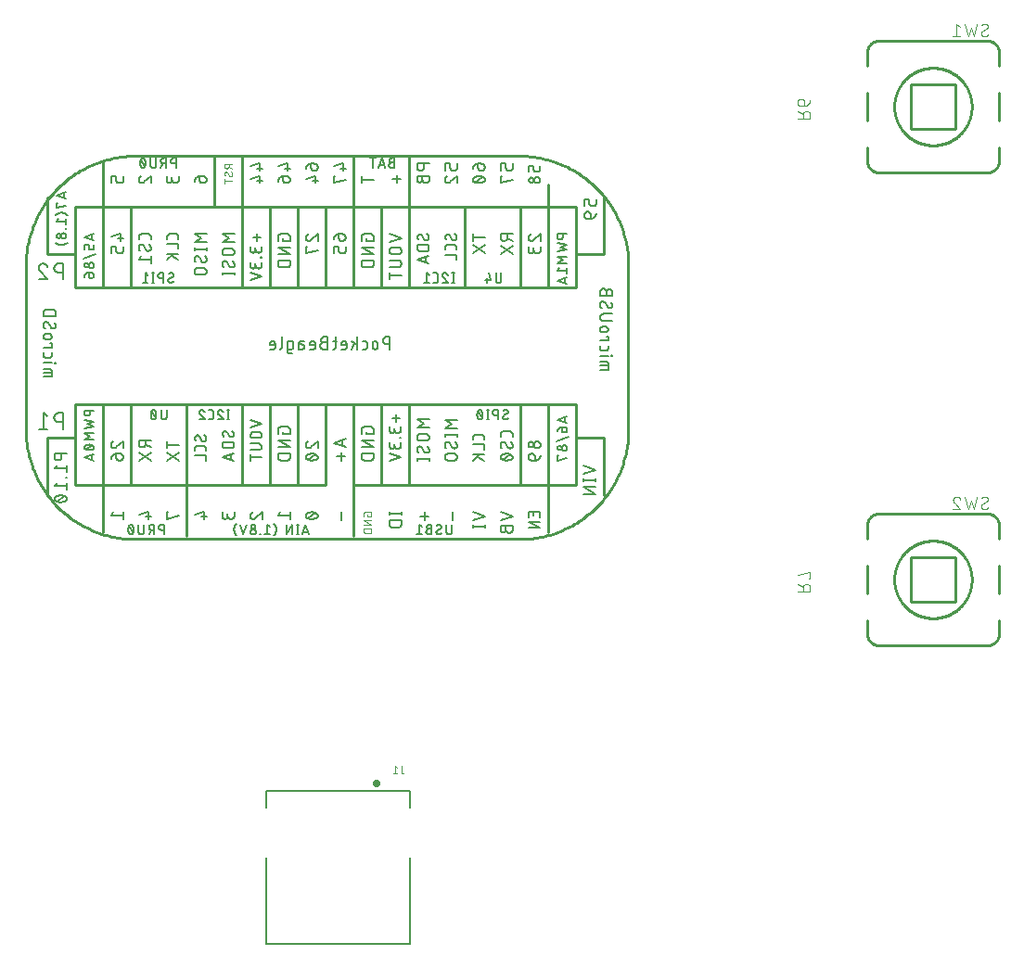
<source format=gbr>
G04 EAGLE Gerber RS-274X export*
G75*
%MOMM*%
%FSLAX34Y34*%
%LPD*%
%INSilkscreen Bottom*%
%IPPOS*%
%AMOC8*
5,1,8,0,0,1.08239X$1,22.5*%
G01*
%ADD10C,0.127000*%
%ADD11C,0.300000*%
%ADD12C,0.101600*%
%ADD13C,0.254000*%
%ADD14C,0.152400*%
%ADD15C,0.203200*%


D10*
X691050Y187900D02*
X559750Y187900D01*
X559750Y172800D01*
X559750Y127000D02*
X559750Y47900D01*
X691050Y47900D01*
X691050Y127000D01*
X691050Y172800D02*
X691050Y187900D01*
D11*
X658900Y194800D02*
X658902Y194877D01*
X658908Y194954D01*
X658918Y195031D01*
X658932Y195107D01*
X658949Y195182D01*
X658971Y195256D01*
X658996Y195329D01*
X659026Y195401D01*
X659058Y195471D01*
X659095Y195539D01*
X659134Y195605D01*
X659177Y195669D01*
X659224Y195731D01*
X659273Y195790D01*
X659326Y195847D01*
X659381Y195901D01*
X659439Y195952D01*
X659500Y196000D01*
X659563Y196045D01*
X659628Y196086D01*
X659695Y196124D01*
X659764Y196159D01*
X659835Y196189D01*
X659907Y196217D01*
X659981Y196240D01*
X660055Y196260D01*
X660131Y196276D01*
X660207Y196288D01*
X660284Y196296D01*
X660361Y196300D01*
X660439Y196300D01*
X660516Y196296D01*
X660593Y196288D01*
X660669Y196276D01*
X660745Y196260D01*
X660819Y196240D01*
X660893Y196217D01*
X660965Y196189D01*
X661036Y196159D01*
X661105Y196124D01*
X661172Y196086D01*
X661237Y196045D01*
X661300Y196000D01*
X661361Y195952D01*
X661419Y195901D01*
X661474Y195847D01*
X661527Y195790D01*
X661576Y195731D01*
X661623Y195669D01*
X661666Y195605D01*
X661705Y195539D01*
X661742Y195471D01*
X661774Y195401D01*
X661804Y195329D01*
X661829Y195256D01*
X661851Y195182D01*
X661868Y195107D01*
X661882Y195031D01*
X661892Y194954D01*
X661898Y194877D01*
X661900Y194800D01*
X661898Y194723D01*
X661892Y194646D01*
X661882Y194569D01*
X661868Y194493D01*
X661851Y194418D01*
X661829Y194344D01*
X661804Y194271D01*
X661774Y194199D01*
X661742Y194129D01*
X661705Y194061D01*
X661666Y193995D01*
X661623Y193931D01*
X661576Y193869D01*
X661527Y193810D01*
X661474Y193753D01*
X661419Y193699D01*
X661361Y193648D01*
X661300Y193600D01*
X661237Y193555D01*
X661172Y193514D01*
X661105Y193476D01*
X661036Y193441D01*
X660965Y193411D01*
X660893Y193383D01*
X660819Y193360D01*
X660745Y193340D01*
X660669Y193324D01*
X660593Y193312D01*
X660516Y193304D01*
X660439Y193300D01*
X660361Y193300D01*
X660284Y193304D01*
X660207Y193312D01*
X660131Y193324D01*
X660055Y193340D01*
X659981Y193360D01*
X659907Y193383D01*
X659835Y193411D01*
X659764Y193441D01*
X659695Y193476D01*
X659628Y193514D01*
X659563Y193555D01*
X659500Y193600D01*
X659439Y193648D01*
X659381Y193699D01*
X659326Y193753D01*
X659273Y193810D01*
X659224Y193869D01*
X659177Y193931D01*
X659134Y193995D01*
X659095Y194061D01*
X659058Y194129D01*
X659026Y194199D01*
X658996Y194271D01*
X658971Y194344D01*
X658949Y194418D01*
X658932Y194493D01*
X658918Y194569D01*
X658908Y194646D01*
X658902Y194723D01*
X658900Y194800D01*
D12*
X682921Y205288D02*
X682921Y210820D01*
X682922Y205288D02*
X682924Y205210D01*
X682930Y205133D01*
X682939Y205056D01*
X682952Y204980D01*
X682969Y204904D01*
X682990Y204829D01*
X683014Y204756D01*
X683042Y204683D01*
X683074Y204612D01*
X683109Y204543D01*
X683147Y204476D01*
X683188Y204410D01*
X683233Y204347D01*
X683281Y204286D01*
X683331Y204227D01*
X683385Y204171D01*
X683441Y204117D01*
X683500Y204067D01*
X683561Y204019D01*
X683624Y203974D01*
X683690Y203933D01*
X683757Y203895D01*
X683826Y203860D01*
X683897Y203828D01*
X683970Y203800D01*
X684043Y203776D01*
X684118Y203755D01*
X684194Y203738D01*
X684270Y203725D01*
X684347Y203716D01*
X684424Y203710D01*
X684502Y203708D01*
X685292Y203708D01*
X679352Y209240D02*
X677376Y210820D01*
X677376Y203708D01*
X679352Y203708D02*
X675400Y203708D01*
X1044448Y802065D02*
X1056132Y802065D01*
X1056132Y805310D01*
X1056130Y805423D01*
X1056124Y805536D01*
X1056114Y805649D01*
X1056100Y805762D01*
X1056083Y805874D01*
X1056061Y805985D01*
X1056036Y806095D01*
X1056006Y806205D01*
X1055973Y806313D01*
X1055936Y806420D01*
X1055896Y806526D01*
X1055851Y806630D01*
X1055803Y806733D01*
X1055752Y806834D01*
X1055697Y806933D01*
X1055639Y807030D01*
X1055577Y807125D01*
X1055512Y807218D01*
X1055444Y807308D01*
X1055373Y807396D01*
X1055298Y807482D01*
X1055221Y807565D01*
X1055141Y807645D01*
X1055058Y807722D01*
X1054972Y807797D01*
X1054884Y807868D01*
X1054794Y807936D01*
X1054701Y808001D01*
X1054606Y808063D01*
X1054509Y808121D01*
X1054410Y808176D01*
X1054309Y808227D01*
X1054206Y808275D01*
X1054102Y808320D01*
X1053996Y808360D01*
X1053889Y808397D01*
X1053781Y808430D01*
X1053671Y808460D01*
X1053561Y808485D01*
X1053450Y808507D01*
X1053338Y808524D01*
X1053225Y808538D01*
X1053112Y808548D01*
X1052999Y808554D01*
X1052886Y808556D01*
X1052773Y808554D01*
X1052660Y808548D01*
X1052547Y808538D01*
X1052434Y808524D01*
X1052322Y808507D01*
X1052211Y808485D01*
X1052101Y808460D01*
X1051991Y808430D01*
X1051883Y808397D01*
X1051776Y808360D01*
X1051670Y808320D01*
X1051566Y808275D01*
X1051463Y808227D01*
X1051362Y808176D01*
X1051263Y808121D01*
X1051166Y808063D01*
X1051071Y808001D01*
X1050978Y807936D01*
X1050888Y807868D01*
X1050800Y807797D01*
X1050714Y807722D01*
X1050631Y807645D01*
X1050551Y807565D01*
X1050474Y807482D01*
X1050399Y807396D01*
X1050328Y807308D01*
X1050260Y807218D01*
X1050195Y807125D01*
X1050133Y807030D01*
X1050075Y806933D01*
X1050020Y806834D01*
X1049969Y806733D01*
X1049921Y806630D01*
X1049876Y806526D01*
X1049836Y806420D01*
X1049799Y806313D01*
X1049766Y806205D01*
X1049736Y806095D01*
X1049711Y805985D01*
X1049689Y805874D01*
X1049672Y805762D01*
X1049658Y805649D01*
X1049648Y805536D01*
X1049642Y805423D01*
X1049640Y805310D01*
X1049641Y805310D02*
X1049641Y802065D01*
X1049641Y805959D02*
X1044448Y808556D01*
X1050939Y813421D02*
X1050939Y817316D01*
X1050937Y817415D01*
X1050931Y817515D01*
X1050922Y817614D01*
X1050909Y817712D01*
X1050892Y817810D01*
X1050871Y817908D01*
X1050846Y818004D01*
X1050818Y818099D01*
X1050786Y818193D01*
X1050751Y818286D01*
X1050712Y818378D01*
X1050669Y818468D01*
X1050624Y818556D01*
X1050574Y818643D01*
X1050522Y818727D01*
X1050466Y818810D01*
X1050408Y818890D01*
X1050346Y818968D01*
X1050281Y819043D01*
X1050213Y819116D01*
X1050143Y819186D01*
X1050070Y819254D01*
X1049995Y819319D01*
X1049917Y819381D01*
X1049837Y819439D01*
X1049754Y819495D01*
X1049670Y819547D01*
X1049583Y819597D01*
X1049495Y819642D01*
X1049405Y819685D01*
X1049313Y819724D01*
X1049220Y819759D01*
X1049126Y819791D01*
X1049031Y819819D01*
X1048935Y819844D01*
X1048837Y819865D01*
X1048739Y819882D01*
X1048641Y819895D01*
X1048542Y819904D01*
X1048442Y819910D01*
X1048343Y819912D01*
X1047694Y819912D01*
X1047581Y819910D01*
X1047468Y819904D01*
X1047355Y819894D01*
X1047242Y819880D01*
X1047130Y819863D01*
X1047019Y819841D01*
X1046909Y819816D01*
X1046799Y819786D01*
X1046691Y819753D01*
X1046584Y819716D01*
X1046478Y819676D01*
X1046374Y819631D01*
X1046271Y819583D01*
X1046170Y819532D01*
X1046071Y819477D01*
X1045974Y819419D01*
X1045879Y819357D01*
X1045786Y819292D01*
X1045696Y819224D01*
X1045608Y819153D01*
X1045522Y819078D01*
X1045439Y819001D01*
X1045359Y818921D01*
X1045282Y818838D01*
X1045207Y818752D01*
X1045136Y818664D01*
X1045068Y818574D01*
X1045003Y818481D01*
X1044941Y818386D01*
X1044883Y818289D01*
X1044828Y818190D01*
X1044777Y818089D01*
X1044729Y817986D01*
X1044684Y817882D01*
X1044644Y817776D01*
X1044607Y817669D01*
X1044574Y817561D01*
X1044544Y817451D01*
X1044519Y817341D01*
X1044497Y817230D01*
X1044480Y817118D01*
X1044466Y817005D01*
X1044456Y816892D01*
X1044450Y816779D01*
X1044448Y816666D01*
X1044450Y816553D01*
X1044456Y816440D01*
X1044466Y816327D01*
X1044480Y816214D01*
X1044497Y816102D01*
X1044519Y815991D01*
X1044544Y815881D01*
X1044574Y815771D01*
X1044607Y815663D01*
X1044644Y815556D01*
X1044684Y815450D01*
X1044729Y815346D01*
X1044777Y815243D01*
X1044828Y815142D01*
X1044883Y815043D01*
X1044941Y814946D01*
X1045003Y814851D01*
X1045068Y814758D01*
X1045136Y814668D01*
X1045207Y814580D01*
X1045282Y814494D01*
X1045359Y814411D01*
X1045439Y814331D01*
X1045522Y814254D01*
X1045608Y814179D01*
X1045696Y814108D01*
X1045786Y814040D01*
X1045879Y813975D01*
X1045974Y813913D01*
X1046071Y813855D01*
X1046170Y813800D01*
X1046271Y813749D01*
X1046374Y813701D01*
X1046478Y813656D01*
X1046584Y813616D01*
X1046691Y813579D01*
X1046799Y813546D01*
X1046909Y813516D01*
X1047019Y813491D01*
X1047130Y813469D01*
X1047242Y813452D01*
X1047355Y813438D01*
X1047468Y813428D01*
X1047581Y813422D01*
X1047694Y813420D01*
X1047694Y813421D02*
X1050939Y813421D01*
X1051082Y813423D01*
X1051225Y813429D01*
X1051368Y813439D01*
X1051510Y813453D01*
X1051652Y813470D01*
X1051794Y813492D01*
X1051935Y813517D01*
X1052075Y813547D01*
X1052214Y813580D01*
X1052352Y813617D01*
X1052489Y813658D01*
X1052625Y813702D01*
X1052760Y813751D01*
X1052893Y813803D01*
X1053025Y813858D01*
X1053155Y813918D01*
X1053284Y813981D01*
X1053411Y814047D01*
X1053535Y814117D01*
X1053658Y814190D01*
X1053779Y814267D01*
X1053898Y814347D01*
X1054014Y814430D01*
X1054129Y814516D01*
X1054240Y814605D01*
X1054350Y814698D01*
X1054456Y814793D01*
X1054560Y814892D01*
X1054661Y814993D01*
X1054760Y815097D01*
X1054855Y815203D01*
X1054948Y815313D01*
X1055037Y815424D01*
X1055123Y815539D01*
X1055206Y815655D01*
X1055286Y815774D01*
X1055363Y815895D01*
X1055436Y816017D01*
X1055506Y816142D01*
X1055572Y816269D01*
X1055635Y816398D01*
X1055695Y816528D01*
X1055750Y816660D01*
X1055802Y816793D01*
X1055851Y816928D01*
X1055895Y817064D01*
X1055936Y817201D01*
X1055973Y817339D01*
X1056006Y817478D01*
X1056036Y817618D01*
X1056061Y817759D01*
X1056083Y817901D01*
X1056100Y818043D01*
X1056114Y818185D01*
X1056124Y818328D01*
X1056130Y818471D01*
X1056132Y818614D01*
X1056132Y370265D02*
X1044448Y370265D01*
X1056132Y370265D02*
X1056132Y373510D01*
X1056130Y373623D01*
X1056124Y373736D01*
X1056114Y373849D01*
X1056100Y373962D01*
X1056083Y374074D01*
X1056061Y374185D01*
X1056036Y374295D01*
X1056006Y374405D01*
X1055973Y374513D01*
X1055936Y374620D01*
X1055896Y374726D01*
X1055851Y374830D01*
X1055803Y374933D01*
X1055752Y375034D01*
X1055697Y375133D01*
X1055639Y375230D01*
X1055577Y375325D01*
X1055512Y375418D01*
X1055444Y375508D01*
X1055373Y375596D01*
X1055298Y375682D01*
X1055221Y375765D01*
X1055141Y375845D01*
X1055058Y375922D01*
X1054972Y375997D01*
X1054884Y376068D01*
X1054794Y376136D01*
X1054701Y376201D01*
X1054606Y376263D01*
X1054509Y376321D01*
X1054410Y376376D01*
X1054309Y376427D01*
X1054206Y376475D01*
X1054102Y376520D01*
X1053996Y376560D01*
X1053889Y376597D01*
X1053781Y376630D01*
X1053671Y376660D01*
X1053561Y376685D01*
X1053450Y376707D01*
X1053338Y376724D01*
X1053225Y376738D01*
X1053112Y376748D01*
X1052999Y376754D01*
X1052886Y376756D01*
X1052773Y376754D01*
X1052660Y376748D01*
X1052547Y376738D01*
X1052434Y376724D01*
X1052322Y376707D01*
X1052211Y376685D01*
X1052101Y376660D01*
X1051991Y376630D01*
X1051883Y376597D01*
X1051776Y376560D01*
X1051670Y376520D01*
X1051566Y376475D01*
X1051463Y376427D01*
X1051362Y376376D01*
X1051263Y376321D01*
X1051166Y376263D01*
X1051071Y376201D01*
X1050978Y376136D01*
X1050888Y376068D01*
X1050800Y375997D01*
X1050714Y375922D01*
X1050631Y375845D01*
X1050551Y375765D01*
X1050474Y375682D01*
X1050399Y375596D01*
X1050328Y375508D01*
X1050260Y375418D01*
X1050195Y375325D01*
X1050133Y375230D01*
X1050075Y375133D01*
X1050020Y375034D01*
X1049969Y374933D01*
X1049921Y374830D01*
X1049876Y374726D01*
X1049836Y374620D01*
X1049799Y374513D01*
X1049766Y374405D01*
X1049736Y374295D01*
X1049711Y374185D01*
X1049689Y374074D01*
X1049672Y373962D01*
X1049658Y373849D01*
X1049648Y373736D01*
X1049642Y373623D01*
X1049640Y373510D01*
X1049641Y373510D02*
X1049641Y370265D01*
X1049641Y374159D02*
X1044448Y376756D01*
X1054834Y381621D02*
X1056132Y381621D01*
X1056132Y388112D01*
X1044448Y384866D01*
D13*
X1118400Y752800D02*
X1118158Y752803D01*
X1117917Y752812D01*
X1117676Y752826D01*
X1117435Y752847D01*
X1117195Y752873D01*
X1116955Y752905D01*
X1116716Y752943D01*
X1116479Y752986D01*
X1116242Y753036D01*
X1116007Y753091D01*
X1115773Y753151D01*
X1115541Y753218D01*
X1115310Y753289D01*
X1115081Y753367D01*
X1114854Y753450D01*
X1114629Y753538D01*
X1114406Y753632D01*
X1114186Y753731D01*
X1113968Y753836D01*
X1113753Y753945D01*
X1113540Y754060D01*
X1113330Y754180D01*
X1113124Y754305D01*
X1112920Y754435D01*
X1112719Y754570D01*
X1112522Y754710D01*
X1112328Y754854D01*
X1112138Y755003D01*
X1111952Y755157D01*
X1111769Y755315D01*
X1111590Y755477D01*
X1111415Y755644D01*
X1111244Y755815D01*
X1111077Y755990D01*
X1110915Y756169D01*
X1110757Y756352D01*
X1110603Y756538D01*
X1110454Y756728D01*
X1110310Y756922D01*
X1110170Y757119D01*
X1110035Y757320D01*
X1109905Y757524D01*
X1109780Y757730D01*
X1109660Y757940D01*
X1109545Y758153D01*
X1109436Y758368D01*
X1109331Y758586D01*
X1109232Y758806D01*
X1109138Y759029D01*
X1109050Y759254D01*
X1108967Y759481D01*
X1108889Y759710D01*
X1108818Y759941D01*
X1108751Y760173D01*
X1108691Y760407D01*
X1108636Y760642D01*
X1108586Y760879D01*
X1108543Y761116D01*
X1108505Y761355D01*
X1108473Y761595D01*
X1108447Y761835D01*
X1108426Y762076D01*
X1108412Y762317D01*
X1108403Y762558D01*
X1108400Y762800D01*
X1118400Y752800D02*
X1218400Y752800D01*
X1218642Y752803D01*
X1218883Y752812D01*
X1219124Y752826D01*
X1219365Y752847D01*
X1219605Y752873D01*
X1219845Y752905D01*
X1220084Y752943D01*
X1220321Y752986D01*
X1220558Y753036D01*
X1220793Y753091D01*
X1221027Y753151D01*
X1221259Y753218D01*
X1221490Y753289D01*
X1221719Y753367D01*
X1221946Y753450D01*
X1222171Y753538D01*
X1222394Y753632D01*
X1222614Y753731D01*
X1222832Y753836D01*
X1223047Y753945D01*
X1223260Y754060D01*
X1223470Y754180D01*
X1223676Y754305D01*
X1223880Y754435D01*
X1224081Y754570D01*
X1224278Y754710D01*
X1224472Y754854D01*
X1224662Y755003D01*
X1224848Y755157D01*
X1225031Y755315D01*
X1225210Y755477D01*
X1225385Y755644D01*
X1225556Y755815D01*
X1225723Y755990D01*
X1225885Y756169D01*
X1226043Y756352D01*
X1226197Y756538D01*
X1226346Y756728D01*
X1226490Y756922D01*
X1226630Y757119D01*
X1226765Y757320D01*
X1226895Y757524D01*
X1227020Y757730D01*
X1227140Y757940D01*
X1227255Y758153D01*
X1227364Y758368D01*
X1227469Y758586D01*
X1227568Y758806D01*
X1227662Y759029D01*
X1227750Y759254D01*
X1227833Y759481D01*
X1227911Y759710D01*
X1227982Y759941D01*
X1228049Y760173D01*
X1228109Y760407D01*
X1228164Y760642D01*
X1228214Y760879D01*
X1228257Y761116D01*
X1228295Y761355D01*
X1228327Y761595D01*
X1228353Y761835D01*
X1228374Y762076D01*
X1228388Y762317D01*
X1228397Y762558D01*
X1228400Y762800D01*
X1228400Y862800D02*
X1228397Y863042D01*
X1228388Y863283D01*
X1228374Y863524D01*
X1228353Y863765D01*
X1228327Y864005D01*
X1228295Y864245D01*
X1228257Y864484D01*
X1228214Y864721D01*
X1228164Y864958D01*
X1228109Y865193D01*
X1228049Y865427D01*
X1227982Y865659D01*
X1227911Y865890D01*
X1227833Y866119D01*
X1227750Y866346D01*
X1227662Y866571D01*
X1227568Y866794D01*
X1227469Y867014D01*
X1227364Y867232D01*
X1227255Y867447D01*
X1227140Y867660D01*
X1227020Y867870D01*
X1226895Y868076D01*
X1226765Y868280D01*
X1226630Y868481D01*
X1226490Y868678D01*
X1226346Y868872D01*
X1226197Y869062D01*
X1226043Y869248D01*
X1225885Y869431D01*
X1225723Y869610D01*
X1225556Y869785D01*
X1225385Y869956D01*
X1225210Y870123D01*
X1225031Y870285D01*
X1224848Y870443D01*
X1224662Y870597D01*
X1224472Y870746D01*
X1224278Y870890D01*
X1224081Y871030D01*
X1223880Y871165D01*
X1223676Y871295D01*
X1223470Y871420D01*
X1223260Y871540D01*
X1223047Y871655D01*
X1222832Y871764D01*
X1222614Y871869D01*
X1222394Y871968D01*
X1222171Y872062D01*
X1221946Y872150D01*
X1221719Y872233D01*
X1221490Y872311D01*
X1221259Y872382D01*
X1221027Y872449D01*
X1220793Y872509D01*
X1220558Y872564D01*
X1220321Y872614D01*
X1220084Y872657D01*
X1219845Y872695D01*
X1219605Y872727D01*
X1219365Y872753D01*
X1219124Y872774D01*
X1218883Y872788D01*
X1218642Y872797D01*
X1218400Y872800D01*
X1118400Y872800D01*
X1118158Y872797D01*
X1117917Y872788D01*
X1117676Y872774D01*
X1117435Y872753D01*
X1117195Y872727D01*
X1116955Y872695D01*
X1116716Y872657D01*
X1116479Y872614D01*
X1116242Y872564D01*
X1116007Y872509D01*
X1115773Y872449D01*
X1115541Y872382D01*
X1115310Y872311D01*
X1115081Y872233D01*
X1114854Y872150D01*
X1114629Y872062D01*
X1114406Y871968D01*
X1114186Y871869D01*
X1113968Y871764D01*
X1113753Y871655D01*
X1113540Y871540D01*
X1113330Y871420D01*
X1113124Y871295D01*
X1112920Y871165D01*
X1112719Y871030D01*
X1112522Y870890D01*
X1112328Y870746D01*
X1112138Y870597D01*
X1111952Y870443D01*
X1111769Y870285D01*
X1111590Y870123D01*
X1111415Y869956D01*
X1111244Y869785D01*
X1111077Y869610D01*
X1110915Y869431D01*
X1110757Y869248D01*
X1110603Y869062D01*
X1110454Y868872D01*
X1110310Y868678D01*
X1110170Y868481D01*
X1110035Y868280D01*
X1109905Y868076D01*
X1109780Y867870D01*
X1109660Y867660D01*
X1109545Y867447D01*
X1109436Y867232D01*
X1109331Y867014D01*
X1109232Y866794D01*
X1109138Y866571D01*
X1109050Y866346D01*
X1108967Y866119D01*
X1108889Y865890D01*
X1108818Y865659D01*
X1108751Y865427D01*
X1108691Y865193D01*
X1108636Y864958D01*
X1108586Y864721D01*
X1108543Y864484D01*
X1108505Y864245D01*
X1108473Y864005D01*
X1108447Y863765D01*
X1108426Y863524D01*
X1108412Y863283D01*
X1108403Y863042D01*
X1108400Y862800D01*
X1133045Y812800D02*
X1133056Y813668D01*
X1133088Y814535D01*
X1133141Y815401D01*
X1133215Y816265D01*
X1133311Y817128D01*
X1133428Y817988D01*
X1133566Y818844D01*
X1133724Y819697D01*
X1133904Y820546D01*
X1134105Y821391D01*
X1134326Y822230D01*
X1134567Y823063D01*
X1134829Y823890D01*
X1135112Y824711D01*
X1135414Y825524D01*
X1135736Y826330D01*
X1136078Y827127D01*
X1136439Y827916D01*
X1136820Y828696D01*
X1137220Y829466D01*
X1137638Y830226D01*
X1138075Y830976D01*
X1138530Y831715D01*
X1139003Y832442D01*
X1139494Y833158D01*
X1140003Y833861D01*
X1140528Y834552D01*
X1141070Y835229D01*
X1141629Y835893D01*
X1142204Y836543D01*
X1142794Y837179D01*
X1143400Y837800D01*
X1144021Y838406D01*
X1144657Y838996D01*
X1145307Y839571D01*
X1145971Y840130D01*
X1146648Y840672D01*
X1147339Y841197D01*
X1148042Y841706D01*
X1148758Y842197D01*
X1149485Y842670D01*
X1150224Y843125D01*
X1150974Y843562D01*
X1151734Y843980D01*
X1152504Y844380D01*
X1153284Y844761D01*
X1154073Y845122D01*
X1154870Y845464D01*
X1155676Y845786D01*
X1156489Y846088D01*
X1157310Y846371D01*
X1158137Y846633D01*
X1158970Y846874D01*
X1159809Y847095D01*
X1160654Y847296D01*
X1161503Y847476D01*
X1162356Y847634D01*
X1163212Y847772D01*
X1164072Y847889D01*
X1164935Y847985D01*
X1165799Y848059D01*
X1166665Y848112D01*
X1167532Y848144D01*
X1168400Y848155D01*
X1169268Y848144D01*
X1170135Y848112D01*
X1171001Y848059D01*
X1171865Y847985D01*
X1172728Y847889D01*
X1173588Y847772D01*
X1174444Y847634D01*
X1175297Y847476D01*
X1176146Y847296D01*
X1176991Y847095D01*
X1177830Y846874D01*
X1178663Y846633D01*
X1179490Y846371D01*
X1180311Y846088D01*
X1181124Y845786D01*
X1181930Y845464D01*
X1182727Y845122D01*
X1183516Y844761D01*
X1184296Y844380D01*
X1185066Y843980D01*
X1185826Y843562D01*
X1186576Y843125D01*
X1187315Y842670D01*
X1188042Y842197D01*
X1188758Y841706D01*
X1189461Y841197D01*
X1190152Y840672D01*
X1190829Y840130D01*
X1191493Y839571D01*
X1192143Y838996D01*
X1192779Y838406D01*
X1193400Y837800D01*
X1194006Y837179D01*
X1194596Y836543D01*
X1195171Y835893D01*
X1195730Y835229D01*
X1196272Y834552D01*
X1196797Y833861D01*
X1197306Y833158D01*
X1197797Y832442D01*
X1198270Y831715D01*
X1198725Y830976D01*
X1199162Y830226D01*
X1199580Y829466D01*
X1199980Y828696D01*
X1200361Y827916D01*
X1200722Y827127D01*
X1201064Y826330D01*
X1201386Y825524D01*
X1201688Y824711D01*
X1201971Y823890D01*
X1202233Y823063D01*
X1202474Y822230D01*
X1202695Y821391D01*
X1202896Y820546D01*
X1203076Y819697D01*
X1203234Y818844D01*
X1203372Y817988D01*
X1203489Y817128D01*
X1203585Y816265D01*
X1203659Y815401D01*
X1203712Y814535D01*
X1203744Y813668D01*
X1203755Y812800D01*
X1203744Y811932D01*
X1203712Y811065D01*
X1203659Y810199D01*
X1203585Y809335D01*
X1203489Y808472D01*
X1203372Y807612D01*
X1203234Y806756D01*
X1203076Y805903D01*
X1202896Y805054D01*
X1202695Y804209D01*
X1202474Y803370D01*
X1202233Y802537D01*
X1201971Y801710D01*
X1201688Y800889D01*
X1201386Y800076D01*
X1201064Y799270D01*
X1200722Y798473D01*
X1200361Y797684D01*
X1199980Y796904D01*
X1199580Y796134D01*
X1199162Y795374D01*
X1198725Y794624D01*
X1198270Y793885D01*
X1197797Y793158D01*
X1197306Y792442D01*
X1196797Y791739D01*
X1196272Y791048D01*
X1195730Y790371D01*
X1195171Y789707D01*
X1194596Y789057D01*
X1194006Y788421D01*
X1193400Y787800D01*
X1192779Y787194D01*
X1192143Y786604D01*
X1191493Y786029D01*
X1190829Y785470D01*
X1190152Y784928D01*
X1189461Y784403D01*
X1188758Y783894D01*
X1188042Y783403D01*
X1187315Y782930D01*
X1186576Y782475D01*
X1185826Y782038D01*
X1185066Y781620D01*
X1184296Y781220D01*
X1183516Y780839D01*
X1182727Y780478D01*
X1181930Y780136D01*
X1181124Y779814D01*
X1180311Y779512D01*
X1179490Y779229D01*
X1178663Y778967D01*
X1177830Y778726D01*
X1176991Y778505D01*
X1176146Y778304D01*
X1175297Y778124D01*
X1174444Y777966D01*
X1173588Y777828D01*
X1172728Y777711D01*
X1171865Y777615D01*
X1171001Y777541D01*
X1170135Y777488D01*
X1169268Y777456D01*
X1168400Y777445D01*
X1167532Y777456D01*
X1166665Y777488D01*
X1165799Y777541D01*
X1164935Y777615D01*
X1164072Y777711D01*
X1163212Y777828D01*
X1162356Y777966D01*
X1161503Y778124D01*
X1160654Y778304D01*
X1159809Y778505D01*
X1158970Y778726D01*
X1158137Y778967D01*
X1157310Y779229D01*
X1156489Y779512D01*
X1155676Y779814D01*
X1154870Y780136D01*
X1154073Y780478D01*
X1153284Y780839D01*
X1152504Y781220D01*
X1151734Y781620D01*
X1150974Y782038D01*
X1150224Y782475D01*
X1149485Y782930D01*
X1148758Y783403D01*
X1148042Y783894D01*
X1147339Y784403D01*
X1146648Y784928D01*
X1145971Y785470D01*
X1145307Y786029D01*
X1144657Y786604D01*
X1144021Y787194D01*
X1143400Y787800D01*
X1142794Y788421D01*
X1142204Y789057D01*
X1141629Y789707D01*
X1141070Y790371D01*
X1140528Y791048D01*
X1140003Y791739D01*
X1139494Y792442D01*
X1139003Y793158D01*
X1138530Y793885D01*
X1138075Y794624D01*
X1137638Y795374D01*
X1137220Y796134D01*
X1136820Y796904D01*
X1136439Y797684D01*
X1136078Y798473D01*
X1135736Y799270D01*
X1135414Y800076D01*
X1135112Y800889D01*
X1134829Y801710D01*
X1134567Y802537D01*
X1134326Y803370D01*
X1134105Y804209D01*
X1133904Y805054D01*
X1133724Y805903D01*
X1133566Y806756D01*
X1133428Y807612D01*
X1133311Y808472D01*
X1133215Y809335D01*
X1133141Y810199D01*
X1133088Y811065D01*
X1133056Y811932D01*
X1133045Y812800D01*
X1148400Y832800D02*
X1188400Y832800D01*
X1148400Y832800D02*
X1148400Y792800D01*
X1188400Y792800D01*
X1188400Y832800D01*
X1228400Y850300D02*
X1228400Y862800D01*
X1228400Y825300D02*
X1228400Y800300D01*
X1228400Y775300D02*
X1228400Y762800D01*
X1108400Y850300D02*
X1108400Y862800D01*
X1108400Y825300D02*
X1108400Y800300D01*
X1108400Y775300D02*
X1108400Y762800D01*
D12*
X1214797Y876808D02*
X1214698Y876810D01*
X1214598Y876816D01*
X1214499Y876825D01*
X1214401Y876838D01*
X1214303Y876855D01*
X1214205Y876876D01*
X1214109Y876901D01*
X1214014Y876929D01*
X1213920Y876961D01*
X1213827Y876996D01*
X1213735Y877035D01*
X1213645Y877078D01*
X1213557Y877123D01*
X1213470Y877173D01*
X1213386Y877225D01*
X1213303Y877281D01*
X1213223Y877339D01*
X1213145Y877401D01*
X1213070Y877466D01*
X1212997Y877534D01*
X1212927Y877604D01*
X1212859Y877677D01*
X1212794Y877752D01*
X1212732Y877830D01*
X1212674Y877910D01*
X1212618Y877993D01*
X1212566Y878077D01*
X1212516Y878164D01*
X1212471Y878252D01*
X1212428Y878342D01*
X1212389Y878434D01*
X1212354Y878527D01*
X1212322Y878621D01*
X1212294Y878716D01*
X1212269Y878812D01*
X1212248Y878910D01*
X1212231Y879008D01*
X1212218Y879106D01*
X1212209Y879205D01*
X1212203Y879305D01*
X1212201Y879404D01*
X1214797Y876808D02*
X1214941Y876810D01*
X1215086Y876816D01*
X1215230Y876825D01*
X1215373Y876838D01*
X1215517Y876855D01*
X1215660Y876876D01*
X1215802Y876901D01*
X1215943Y876929D01*
X1216084Y876961D01*
X1216224Y876997D01*
X1216363Y877036D01*
X1216501Y877079D01*
X1216637Y877126D01*
X1216773Y877176D01*
X1216907Y877230D01*
X1217039Y877287D01*
X1217170Y877348D01*
X1217299Y877412D01*
X1217427Y877480D01*
X1217553Y877551D01*
X1217677Y877625D01*
X1217798Y877702D01*
X1217918Y877783D01*
X1218036Y877866D01*
X1218151Y877953D01*
X1218264Y878043D01*
X1218375Y878136D01*
X1218483Y878231D01*
X1218589Y878330D01*
X1218692Y878431D01*
X1218367Y885896D02*
X1218365Y885995D01*
X1218359Y886095D01*
X1218350Y886194D01*
X1218337Y886292D01*
X1218320Y886390D01*
X1218299Y886488D01*
X1218274Y886584D01*
X1218246Y886679D01*
X1218214Y886773D01*
X1218179Y886866D01*
X1218140Y886958D01*
X1218097Y887048D01*
X1218052Y887136D01*
X1218002Y887223D01*
X1217950Y887307D01*
X1217894Y887390D01*
X1217836Y887470D01*
X1217774Y887548D01*
X1217709Y887623D01*
X1217641Y887696D01*
X1217571Y887766D01*
X1217498Y887834D01*
X1217423Y887899D01*
X1217345Y887961D01*
X1217265Y888019D01*
X1217182Y888075D01*
X1217098Y888127D01*
X1217011Y888177D01*
X1216923Y888222D01*
X1216833Y888265D01*
X1216741Y888304D01*
X1216648Y888339D01*
X1216554Y888371D01*
X1216459Y888399D01*
X1216363Y888424D01*
X1216265Y888445D01*
X1216167Y888462D01*
X1216069Y888475D01*
X1215970Y888484D01*
X1215870Y888490D01*
X1215771Y888492D01*
X1215635Y888490D01*
X1215499Y888484D01*
X1215363Y888475D01*
X1215227Y888462D01*
X1215092Y888444D01*
X1214958Y888424D01*
X1214824Y888399D01*
X1214690Y888371D01*
X1214558Y888338D01*
X1214427Y888303D01*
X1214296Y888263D01*
X1214167Y888220D01*
X1214039Y888174D01*
X1213913Y888123D01*
X1213787Y888070D01*
X1213664Y888012D01*
X1213542Y887952D01*
X1213422Y887888D01*
X1213303Y887820D01*
X1213187Y887750D01*
X1213073Y887676D01*
X1212960Y887599D01*
X1212850Y887518D01*
X1217069Y883624D02*
X1217155Y883677D01*
X1217239Y883734D01*
X1217321Y883793D01*
X1217401Y883856D01*
X1217478Y883922D01*
X1217553Y883990D01*
X1217625Y884062D01*
X1217694Y884136D01*
X1217760Y884213D01*
X1217823Y884292D01*
X1217883Y884374D01*
X1217940Y884458D01*
X1217994Y884544D01*
X1218044Y884632D01*
X1218091Y884722D01*
X1218135Y884813D01*
X1218174Y884907D01*
X1218211Y885001D01*
X1218243Y885097D01*
X1218272Y885195D01*
X1218297Y885293D01*
X1218318Y885392D01*
X1218336Y885492D01*
X1218349Y885592D01*
X1218359Y885693D01*
X1218365Y885795D01*
X1218367Y885896D01*
X1213499Y881676D02*
X1213413Y881623D01*
X1213329Y881566D01*
X1213247Y881507D01*
X1213167Y881444D01*
X1213090Y881378D01*
X1213015Y881310D01*
X1212943Y881238D01*
X1212874Y881164D01*
X1212808Y881087D01*
X1212745Y881008D01*
X1212685Y880926D01*
X1212628Y880842D01*
X1212574Y880756D01*
X1212524Y880668D01*
X1212477Y880578D01*
X1212433Y880487D01*
X1212394Y880393D01*
X1212357Y880299D01*
X1212325Y880203D01*
X1212296Y880105D01*
X1212271Y880007D01*
X1212250Y879908D01*
X1212232Y879808D01*
X1212219Y879708D01*
X1212209Y879607D01*
X1212203Y879505D01*
X1212201Y879404D01*
X1213499Y881676D02*
X1217069Y883624D01*
X1208066Y888492D02*
X1205470Y876808D01*
X1202873Y884597D01*
X1200277Y876808D01*
X1197681Y888492D01*
X1193165Y885896D02*
X1189920Y888492D01*
X1189920Y876808D01*
X1193165Y876808D02*
X1186674Y876808D01*
D13*
X1108400Y331000D02*
X1108403Y330758D01*
X1108412Y330517D01*
X1108426Y330276D01*
X1108447Y330035D01*
X1108473Y329795D01*
X1108505Y329555D01*
X1108543Y329316D01*
X1108586Y329079D01*
X1108636Y328842D01*
X1108691Y328607D01*
X1108751Y328373D01*
X1108818Y328141D01*
X1108889Y327910D01*
X1108967Y327681D01*
X1109050Y327454D01*
X1109138Y327229D01*
X1109232Y327006D01*
X1109331Y326786D01*
X1109436Y326568D01*
X1109545Y326353D01*
X1109660Y326140D01*
X1109780Y325930D01*
X1109905Y325724D01*
X1110035Y325520D01*
X1110170Y325319D01*
X1110310Y325122D01*
X1110454Y324928D01*
X1110603Y324738D01*
X1110757Y324552D01*
X1110915Y324369D01*
X1111077Y324190D01*
X1111244Y324015D01*
X1111415Y323844D01*
X1111590Y323677D01*
X1111769Y323515D01*
X1111952Y323357D01*
X1112138Y323203D01*
X1112328Y323054D01*
X1112522Y322910D01*
X1112719Y322770D01*
X1112920Y322635D01*
X1113124Y322505D01*
X1113330Y322380D01*
X1113540Y322260D01*
X1113753Y322145D01*
X1113968Y322036D01*
X1114186Y321931D01*
X1114406Y321832D01*
X1114629Y321738D01*
X1114854Y321650D01*
X1115081Y321567D01*
X1115310Y321489D01*
X1115541Y321418D01*
X1115773Y321351D01*
X1116007Y321291D01*
X1116242Y321236D01*
X1116479Y321186D01*
X1116716Y321143D01*
X1116955Y321105D01*
X1117195Y321073D01*
X1117435Y321047D01*
X1117676Y321026D01*
X1117917Y321012D01*
X1118158Y321003D01*
X1118400Y321000D01*
X1218400Y321000D01*
X1218642Y321003D01*
X1218883Y321012D01*
X1219124Y321026D01*
X1219365Y321047D01*
X1219605Y321073D01*
X1219845Y321105D01*
X1220084Y321143D01*
X1220321Y321186D01*
X1220558Y321236D01*
X1220793Y321291D01*
X1221027Y321351D01*
X1221259Y321418D01*
X1221490Y321489D01*
X1221719Y321567D01*
X1221946Y321650D01*
X1222171Y321738D01*
X1222394Y321832D01*
X1222614Y321931D01*
X1222832Y322036D01*
X1223047Y322145D01*
X1223260Y322260D01*
X1223470Y322380D01*
X1223676Y322505D01*
X1223880Y322635D01*
X1224081Y322770D01*
X1224278Y322910D01*
X1224472Y323054D01*
X1224662Y323203D01*
X1224848Y323357D01*
X1225031Y323515D01*
X1225210Y323677D01*
X1225385Y323844D01*
X1225556Y324015D01*
X1225723Y324190D01*
X1225885Y324369D01*
X1226043Y324552D01*
X1226197Y324738D01*
X1226346Y324928D01*
X1226490Y325122D01*
X1226630Y325319D01*
X1226765Y325520D01*
X1226895Y325724D01*
X1227020Y325930D01*
X1227140Y326140D01*
X1227255Y326353D01*
X1227364Y326568D01*
X1227469Y326786D01*
X1227568Y327006D01*
X1227662Y327229D01*
X1227750Y327454D01*
X1227833Y327681D01*
X1227911Y327910D01*
X1227982Y328141D01*
X1228049Y328373D01*
X1228109Y328607D01*
X1228164Y328842D01*
X1228214Y329079D01*
X1228257Y329316D01*
X1228295Y329555D01*
X1228327Y329795D01*
X1228353Y330035D01*
X1228374Y330276D01*
X1228388Y330517D01*
X1228397Y330758D01*
X1228400Y331000D01*
X1228400Y431000D02*
X1228397Y431242D01*
X1228388Y431483D01*
X1228374Y431724D01*
X1228353Y431965D01*
X1228327Y432205D01*
X1228295Y432445D01*
X1228257Y432684D01*
X1228214Y432921D01*
X1228164Y433158D01*
X1228109Y433393D01*
X1228049Y433627D01*
X1227982Y433859D01*
X1227911Y434090D01*
X1227833Y434319D01*
X1227750Y434546D01*
X1227662Y434771D01*
X1227568Y434994D01*
X1227469Y435214D01*
X1227364Y435432D01*
X1227255Y435647D01*
X1227140Y435860D01*
X1227020Y436070D01*
X1226895Y436276D01*
X1226765Y436480D01*
X1226630Y436681D01*
X1226490Y436878D01*
X1226346Y437072D01*
X1226197Y437262D01*
X1226043Y437448D01*
X1225885Y437631D01*
X1225723Y437810D01*
X1225556Y437985D01*
X1225385Y438156D01*
X1225210Y438323D01*
X1225031Y438485D01*
X1224848Y438643D01*
X1224662Y438797D01*
X1224472Y438946D01*
X1224278Y439090D01*
X1224081Y439230D01*
X1223880Y439365D01*
X1223676Y439495D01*
X1223470Y439620D01*
X1223260Y439740D01*
X1223047Y439855D01*
X1222832Y439964D01*
X1222614Y440069D01*
X1222394Y440168D01*
X1222171Y440262D01*
X1221946Y440350D01*
X1221719Y440433D01*
X1221490Y440511D01*
X1221259Y440582D01*
X1221027Y440649D01*
X1220793Y440709D01*
X1220558Y440764D01*
X1220321Y440814D01*
X1220084Y440857D01*
X1219845Y440895D01*
X1219605Y440927D01*
X1219365Y440953D01*
X1219124Y440974D01*
X1218883Y440988D01*
X1218642Y440997D01*
X1218400Y441000D01*
X1118400Y441000D01*
X1118158Y440997D01*
X1117917Y440988D01*
X1117676Y440974D01*
X1117435Y440953D01*
X1117195Y440927D01*
X1116955Y440895D01*
X1116716Y440857D01*
X1116479Y440814D01*
X1116242Y440764D01*
X1116007Y440709D01*
X1115773Y440649D01*
X1115541Y440582D01*
X1115310Y440511D01*
X1115081Y440433D01*
X1114854Y440350D01*
X1114629Y440262D01*
X1114406Y440168D01*
X1114186Y440069D01*
X1113968Y439964D01*
X1113753Y439855D01*
X1113540Y439740D01*
X1113330Y439620D01*
X1113124Y439495D01*
X1112920Y439365D01*
X1112719Y439230D01*
X1112522Y439090D01*
X1112328Y438946D01*
X1112138Y438797D01*
X1111952Y438643D01*
X1111769Y438485D01*
X1111590Y438323D01*
X1111415Y438156D01*
X1111244Y437985D01*
X1111077Y437810D01*
X1110915Y437631D01*
X1110757Y437448D01*
X1110603Y437262D01*
X1110454Y437072D01*
X1110310Y436878D01*
X1110170Y436681D01*
X1110035Y436480D01*
X1109905Y436276D01*
X1109780Y436070D01*
X1109660Y435860D01*
X1109545Y435647D01*
X1109436Y435432D01*
X1109331Y435214D01*
X1109232Y434994D01*
X1109138Y434771D01*
X1109050Y434546D01*
X1108967Y434319D01*
X1108889Y434090D01*
X1108818Y433859D01*
X1108751Y433627D01*
X1108691Y433393D01*
X1108636Y433158D01*
X1108586Y432921D01*
X1108543Y432684D01*
X1108505Y432445D01*
X1108473Y432205D01*
X1108447Y431965D01*
X1108426Y431724D01*
X1108412Y431483D01*
X1108403Y431242D01*
X1108400Y431000D01*
X1133045Y381000D02*
X1133056Y381868D01*
X1133088Y382735D01*
X1133141Y383601D01*
X1133215Y384465D01*
X1133311Y385328D01*
X1133428Y386188D01*
X1133566Y387044D01*
X1133724Y387897D01*
X1133904Y388746D01*
X1134105Y389591D01*
X1134326Y390430D01*
X1134567Y391263D01*
X1134829Y392090D01*
X1135112Y392911D01*
X1135414Y393724D01*
X1135736Y394530D01*
X1136078Y395327D01*
X1136439Y396116D01*
X1136820Y396896D01*
X1137220Y397666D01*
X1137638Y398426D01*
X1138075Y399176D01*
X1138530Y399915D01*
X1139003Y400642D01*
X1139494Y401358D01*
X1140003Y402061D01*
X1140528Y402752D01*
X1141070Y403429D01*
X1141629Y404093D01*
X1142204Y404743D01*
X1142794Y405379D01*
X1143400Y406000D01*
X1144021Y406606D01*
X1144657Y407196D01*
X1145307Y407771D01*
X1145971Y408330D01*
X1146648Y408872D01*
X1147339Y409397D01*
X1148042Y409906D01*
X1148758Y410397D01*
X1149485Y410870D01*
X1150224Y411325D01*
X1150974Y411762D01*
X1151734Y412180D01*
X1152504Y412580D01*
X1153284Y412961D01*
X1154073Y413322D01*
X1154870Y413664D01*
X1155676Y413986D01*
X1156489Y414288D01*
X1157310Y414571D01*
X1158137Y414833D01*
X1158970Y415074D01*
X1159809Y415295D01*
X1160654Y415496D01*
X1161503Y415676D01*
X1162356Y415834D01*
X1163212Y415972D01*
X1164072Y416089D01*
X1164935Y416185D01*
X1165799Y416259D01*
X1166665Y416312D01*
X1167532Y416344D01*
X1168400Y416355D01*
X1169268Y416344D01*
X1170135Y416312D01*
X1171001Y416259D01*
X1171865Y416185D01*
X1172728Y416089D01*
X1173588Y415972D01*
X1174444Y415834D01*
X1175297Y415676D01*
X1176146Y415496D01*
X1176991Y415295D01*
X1177830Y415074D01*
X1178663Y414833D01*
X1179490Y414571D01*
X1180311Y414288D01*
X1181124Y413986D01*
X1181930Y413664D01*
X1182727Y413322D01*
X1183516Y412961D01*
X1184296Y412580D01*
X1185066Y412180D01*
X1185826Y411762D01*
X1186576Y411325D01*
X1187315Y410870D01*
X1188042Y410397D01*
X1188758Y409906D01*
X1189461Y409397D01*
X1190152Y408872D01*
X1190829Y408330D01*
X1191493Y407771D01*
X1192143Y407196D01*
X1192779Y406606D01*
X1193400Y406000D01*
X1194006Y405379D01*
X1194596Y404743D01*
X1195171Y404093D01*
X1195730Y403429D01*
X1196272Y402752D01*
X1196797Y402061D01*
X1197306Y401358D01*
X1197797Y400642D01*
X1198270Y399915D01*
X1198725Y399176D01*
X1199162Y398426D01*
X1199580Y397666D01*
X1199980Y396896D01*
X1200361Y396116D01*
X1200722Y395327D01*
X1201064Y394530D01*
X1201386Y393724D01*
X1201688Y392911D01*
X1201971Y392090D01*
X1202233Y391263D01*
X1202474Y390430D01*
X1202695Y389591D01*
X1202896Y388746D01*
X1203076Y387897D01*
X1203234Y387044D01*
X1203372Y386188D01*
X1203489Y385328D01*
X1203585Y384465D01*
X1203659Y383601D01*
X1203712Y382735D01*
X1203744Y381868D01*
X1203755Y381000D01*
X1203744Y380132D01*
X1203712Y379265D01*
X1203659Y378399D01*
X1203585Y377535D01*
X1203489Y376672D01*
X1203372Y375812D01*
X1203234Y374956D01*
X1203076Y374103D01*
X1202896Y373254D01*
X1202695Y372409D01*
X1202474Y371570D01*
X1202233Y370737D01*
X1201971Y369910D01*
X1201688Y369089D01*
X1201386Y368276D01*
X1201064Y367470D01*
X1200722Y366673D01*
X1200361Y365884D01*
X1199980Y365104D01*
X1199580Y364334D01*
X1199162Y363574D01*
X1198725Y362824D01*
X1198270Y362085D01*
X1197797Y361358D01*
X1197306Y360642D01*
X1196797Y359939D01*
X1196272Y359248D01*
X1195730Y358571D01*
X1195171Y357907D01*
X1194596Y357257D01*
X1194006Y356621D01*
X1193400Y356000D01*
X1192779Y355394D01*
X1192143Y354804D01*
X1191493Y354229D01*
X1190829Y353670D01*
X1190152Y353128D01*
X1189461Y352603D01*
X1188758Y352094D01*
X1188042Y351603D01*
X1187315Y351130D01*
X1186576Y350675D01*
X1185826Y350238D01*
X1185066Y349820D01*
X1184296Y349420D01*
X1183516Y349039D01*
X1182727Y348678D01*
X1181930Y348336D01*
X1181124Y348014D01*
X1180311Y347712D01*
X1179490Y347429D01*
X1178663Y347167D01*
X1177830Y346926D01*
X1176991Y346705D01*
X1176146Y346504D01*
X1175297Y346324D01*
X1174444Y346166D01*
X1173588Y346028D01*
X1172728Y345911D01*
X1171865Y345815D01*
X1171001Y345741D01*
X1170135Y345688D01*
X1169268Y345656D01*
X1168400Y345645D01*
X1167532Y345656D01*
X1166665Y345688D01*
X1165799Y345741D01*
X1164935Y345815D01*
X1164072Y345911D01*
X1163212Y346028D01*
X1162356Y346166D01*
X1161503Y346324D01*
X1160654Y346504D01*
X1159809Y346705D01*
X1158970Y346926D01*
X1158137Y347167D01*
X1157310Y347429D01*
X1156489Y347712D01*
X1155676Y348014D01*
X1154870Y348336D01*
X1154073Y348678D01*
X1153284Y349039D01*
X1152504Y349420D01*
X1151734Y349820D01*
X1150974Y350238D01*
X1150224Y350675D01*
X1149485Y351130D01*
X1148758Y351603D01*
X1148042Y352094D01*
X1147339Y352603D01*
X1146648Y353128D01*
X1145971Y353670D01*
X1145307Y354229D01*
X1144657Y354804D01*
X1144021Y355394D01*
X1143400Y356000D01*
X1142794Y356621D01*
X1142204Y357257D01*
X1141629Y357907D01*
X1141070Y358571D01*
X1140528Y359248D01*
X1140003Y359939D01*
X1139494Y360642D01*
X1139003Y361358D01*
X1138530Y362085D01*
X1138075Y362824D01*
X1137638Y363574D01*
X1137220Y364334D01*
X1136820Y365104D01*
X1136439Y365884D01*
X1136078Y366673D01*
X1135736Y367470D01*
X1135414Y368276D01*
X1135112Y369089D01*
X1134829Y369910D01*
X1134567Y370737D01*
X1134326Y371570D01*
X1134105Y372409D01*
X1133904Y373254D01*
X1133724Y374103D01*
X1133566Y374956D01*
X1133428Y375812D01*
X1133311Y376672D01*
X1133215Y377535D01*
X1133141Y378399D01*
X1133088Y379265D01*
X1133056Y380132D01*
X1133045Y381000D01*
X1148400Y401000D02*
X1188400Y401000D01*
X1148400Y401000D02*
X1148400Y361000D01*
X1188400Y361000D01*
X1188400Y401000D01*
X1228400Y418500D02*
X1228400Y431000D01*
X1228400Y393500D02*
X1228400Y368500D01*
X1228400Y343500D02*
X1228400Y331000D01*
X1108400Y418500D02*
X1108400Y431000D01*
X1108400Y393500D02*
X1108400Y368500D01*
X1108400Y343500D02*
X1108400Y331000D01*
D12*
X1214797Y445008D02*
X1214698Y445010D01*
X1214598Y445016D01*
X1214499Y445025D01*
X1214401Y445038D01*
X1214303Y445055D01*
X1214205Y445076D01*
X1214109Y445101D01*
X1214014Y445129D01*
X1213920Y445161D01*
X1213827Y445196D01*
X1213735Y445235D01*
X1213645Y445278D01*
X1213557Y445323D01*
X1213470Y445373D01*
X1213386Y445425D01*
X1213303Y445481D01*
X1213223Y445539D01*
X1213145Y445601D01*
X1213070Y445666D01*
X1212997Y445734D01*
X1212927Y445804D01*
X1212859Y445877D01*
X1212794Y445952D01*
X1212732Y446030D01*
X1212674Y446110D01*
X1212618Y446193D01*
X1212566Y446277D01*
X1212516Y446364D01*
X1212471Y446452D01*
X1212428Y446542D01*
X1212389Y446634D01*
X1212354Y446727D01*
X1212322Y446821D01*
X1212294Y446916D01*
X1212269Y447012D01*
X1212248Y447110D01*
X1212231Y447208D01*
X1212218Y447306D01*
X1212209Y447405D01*
X1212203Y447505D01*
X1212201Y447604D01*
X1214797Y445008D02*
X1214941Y445010D01*
X1215086Y445016D01*
X1215230Y445025D01*
X1215373Y445038D01*
X1215517Y445055D01*
X1215660Y445076D01*
X1215802Y445101D01*
X1215943Y445129D01*
X1216084Y445161D01*
X1216224Y445197D01*
X1216363Y445236D01*
X1216501Y445279D01*
X1216637Y445326D01*
X1216773Y445376D01*
X1216907Y445430D01*
X1217039Y445487D01*
X1217170Y445548D01*
X1217299Y445612D01*
X1217427Y445680D01*
X1217553Y445751D01*
X1217677Y445825D01*
X1217798Y445902D01*
X1217918Y445983D01*
X1218036Y446066D01*
X1218151Y446153D01*
X1218264Y446243D01*
X1218375Y446336D01*
X1218483Y446431D01*
X1218589Y446530D01*
X1218692Y446631D01*
X1218367Y454096D02*
X1218365Y454195D01*
X1218359Y454295D01*
X1218350Y454394D01*
X1218337Y454492D01*
X1218320Y454590D01*
X1218299Y454688D01*
X1218274Y454784D01*
X1218246Y454879D01*
X1218214Y454973D01*
X1218179Y455066D01*
X1218140Y455158D01*
X1218097Y455248D01*
X1218052Y455336D01*
X1218002Y455423D01*
X1217950Y455507D01*
X1217894Y455590D01*
X1217836Y455670D01*
X1217774Y455748D01*
X1217709Y455823D01*
X1217641Y455896D01*
X1217571Y455966D01*
X1217498Y456034D01*
X1217423Y456099D01*
X1217345Y456161D01*
X1217265Y456219D01*
X1217182Y456275D01*
X1217098Y456327D01*
X1217011Y456377D01*
X1216923Y456422D01*
X1216833Y456465D01*
X1216741Y456504D01*
X1216648Y456539D01*
X1216554Y456571D01*
X1216459Y456599D01*
X1216363Y456624D01*
X1216265Y456645D01*
X1216167Y456662D01*
X1216069Y456675D01*
X1215970Y456684D01*
X1215870Y456690D01*
X1215771Y456692D01*
X1215635Y456690D01*
X1215499Y456684D01*
X1215363Y456675D01*
X1215227Y456662D01*
X1215092Y456644D01*
X1214958Y456624D01*
X1214824Y456599D01*
X1214690Y456571D01*
X1214558Y456538D01*
X1214427Y456503D01*
X1214296Y456463D01*
X1214167Y456420D01*
X1214039Y456374D01*
X1213913Y456323D01*
X1213787Y456270D01*
X1213664Y456212D01*
X1213542Y456152D01*
X1213422Y456088D01*
X1213303Y456020D01*
X1213187Y455950D01*
X1213073Y455876D01*
X1212960Y455799D01*
X1212850Y455718D01*
X1217069Y451824D02*
X1217155Y451877D01*
X1217239Y451934D01*
X1217321Y451993D01*
X1217401Y452056D01*
X1217478Y452122D01*
X1217553Y452190D01*
X1217625Y452262D01*
X1217694Y452336D01*
X1217760Y452413D01*
X1217823Y452492D01*
X1217883Y452574D01*
X1217940Y452658D01*
X1217994Y452744D01*
X1218044Y452832D01*
X1218091Y452922D01*
X1218135Y453013D01*
X1218174Y453107D01*
X1218211Y453201D01*
X1218243Y453297D01*
X1218272Y453395D01*
X1218297Y453493D01*
X1218318Y453592D01*
X1218336Y453692D01*
X1218349Y453792D01*
X1218359Y453893D01*
X1218365Y453995D01*
X1218367Y454096D01*
X1213499Y449876D02*
X1213413Y449823D01*
X1213329Y449766D01*
X1213247Y449707D01*
X1213167Y449644D01*
X1213090Y449578D01*
X1213015Y449510D01*
X1212943Y449438D01*
X1212874Y449364D01*
X1212808Y449287D01*
X1212745Y449208D01*
X1212685Y449126D01*
X1212628Y449042D01*
X1212574Y448956D01*
X1212524Y448868D01*
X1212477Y448778D01*
X1212433Y448687D01*
X1212394Y448593D01*
X1212357Y448499D01*
X1212325Y448403D01*
X1212296Y448305D01*
X1212271Y448207D01*
X1212250Y448108D01*
X1212232Y448008D01*
X1212219Y447908D01*
X1212209Y447807D01*
X1212203Y447705D01*
X1212201Y447604D01*
X1213499Y449876D02*
X1217069Y451824D01*
X1208066Y456692D02*
X1205470Y445008D01*
X1202873Y452797D01*
X1200277Y445008D01*
X1197681Y456692D01*
X1189595Y456692D02*
X1189488Y456690D01*
X1189382Y456684D01*
X1189276Y456674D01*
X1189170Y456661D01*
X1189064Y456643D01*
X1188960Y456622D01*
X1188856Y456597D01*
X1188753Y456568D01*
X1188652Y456536D01*
X1188552Y456499D01*
X1188453Y456459D01*
X1188355Y456416D01*
X1188259Y456369D01*
X1188165Y456318D01*
X1188073Y456264D01*
X1187983Y456207D01*
X1187895Y456147D01*
X1187810Y456083D01*
X1187727Y456016D01*
X1187646Y455946D01*
X1187568Y455874D01*
X1187492Y455798D01*
X1187420Y455720D01*
X1187350Y455639D01*
X1187283Y455556D01*
X1187219Y455471D01*
X1187159Y455383D01*
X1187102Y455293D01*
X1187048Y455201D01*
X1186997Y455107D01*
X1186950Y455011D01*
X1186907Y454913D01*
X1186867Y454814D01*
X1186830Y454714D01*
X1186798Y454613D01*
X1186769Y454510D01*
X1186744Y454406D01*
X1186723Y454302D01*
X1186705Y454196D01*
X1186692Y454090D01*
X1186682Y453984D01*
X1186676Y453878D01*
X1186674Y453771D01*
X1189595Y456692D02*
X1189716Y456690D01*
X1189837Y456684D01*
X1189957Y456674D01*
X1190078Y456661D01*
X1190197Y456643D01*
X1190317Y456622D01*
X1190435Y456597D01*
X1190552Y456568D01*
X1190669Y456535D01*
X1190784Y456499D01*
X1190898Y456458D01*
X1191011Y456415D01*
X1191123Y456367D01*
X1191232Y456316D01*
X1191340Y456261D01*
X1191447Y456203D01*
X1191551Y456142D01*
X1191653Y456077D01*
X1191753Y456009D01*
X1191851Y455938D01*
X1191947Y455864D01*
X1192040Y455787D01*
X1192130Y455706D01*
X1192218Y455623D01*
X1192303Y455537D01*
X1192386Y455448D01*
X1192465Y455357D01*
X1192542Y455263D01*
X1192615Y455167D01*
X1192685Y455069D01*
X1192752Y454968D01*
X1192816Y454865D01*
X1192877Y454760D01*
X1192934Y454653D01*
X1192987Y454545D01*
X1193037Y454435D01*
X1193083Y454323D01*
X1193126Y454210D01*
X1193165Y454095D01*
X1187648Y451499D02*
X1187569Y451577D01*
X1187493Y451657D01*
X1187420Y451740D01*
X1187350Y451826D01*
X1187283Y451913D01*
X1187219Y452004D01*
X1187159Y452096D01*
X1187101Y452190D01*
X1187047Y452287D01*
X1186997Y452385D01*
X1186950Y452485D01*
X1186906Y452586D01*
X1186866Y452689D01*
X1186830Y452794D01*
X1186798Y452899D01*
X1186769Y453006D01*
X1186744Y453113D01*
X1186722Y453222D01*
X1186705Y453331D01*
X1186691Y453440D01*
X1186682Y453550D01*
X1186676Y453661D01*
X1186674Y453771D01*
X1187648Y451499D02*
X1193165Y445008D01*
X1186674Y445008D01*
D13*
X790270Y767830D02*
X440270Y767830D01*
X790270Y767830D02*
X792686Y767801D01*
X795101Y767713D01*
X797513Y767567D01*
X799921Y767363D01*
X802324Y767101D01*
X804719Y766781D01*
X807106Y766403D01*
X809483Y765967D01*
X811848Y765474D01*
X814202Y764924D01*
X816541Y764318D01*
X818865Y763655D01*
X821172Y762936D01*
X823461Y762161D01*
X825730Y761332D01*
X827979Y760447D01*
X830206Y759509D01*
X832410Y758517D01*
X834589Y757473D01*
X836742Y756376D01*
X838868Y755227D01*
X840966Y754027D01*
X843034Y752777D01*
X845071Y751477D01*
X847076Y750128D01*
X849049Y748732D01*
X850986Y747288D01*
X852889Y745797D01*
X854754Y744262D01*
X856582Y742681D01*
X858372Y741057D01*
X860121Y739390D01*
X861830Y737681D01*
X863497Y735932D01*
X865121Y734142D01*
X866702Y732314D01*
X868237Y730449D01*
X869728Y728546D01*
X871172Y726609D01*
X872568Y724636D01*
X873917Y722631D01*
X875217Y720594D01*
X876467Y718526D01*
X877667Y716428D01*
X878816Y714302D01*
X879913Y712149D01*
X880957Y709970D01*
X881949Y707766D01*
X882887Y705539D01*
X883772Y703290D01*
X884601Y701021D01*
X885376Y698732D01*
X886095Y696425D01*
X886758Y694101D01*
X887364Y691762D01*
X887914Y689408D01*
X888407Y687043D01*
X888843Y684666D01*
X889221Y682279D01*
X889541Y679884D01*
X889803Y677481D01*
X890007Y675073D01*
X890153Y672661D01*
X890241Y670246D01*
X890270Y667830D01*
X890270Y517830D01*
X890241Y515414D01*
X890153Y512999D01*
X890007Y510587D01*
X889803Y508179D01*
X889541Y505776D01*
X889221Y503381D01*
X888843Y500994D01*
X888407Y498617D01*
X887914Y496252D01*
X887364Y493898D01*
X886758Y491559D01*
X886095Y489235D01*
X885376Y486928D01*
X884601Y484639D01*
X883772Y482370D01*
X882887Y480121D01*
X881949Y477894D01*
X880957Y475690D01*
X879913Y473511D01*
X878816Y471358D01*
X877667Y469232D01*
X876467Y467134D01*
X875217Y465066D01*
X873917Y463029D01*
X872568Y461024D01*
X871172Y459051D01*
X869728Y457114D01*
X868237Y455211D01*
X866702Y453346D01*
X865121Y451518D01*
X863497Y449728D01*
X861830Y447979D01*
X860121Y446270D01*
X858372Y444603D01*
X856582Y442979D01*
X854754Y441398D01*
X852889Y439863D01*
X850986Y438372D01*
X849049Y436928D01*
X847076Y435532D01*
X845071Y434183D01*
X843034Y432883D01*
X840966Y431633D01*
X838868Y430433D01*
X836742Y429284D01*
X834589Y428187D01*
X832410Y427143D01*
X830206Y426151D01*
X827979Y425213D01*
X825730Y424328D01*
X823461Y423499D01*
X821172Y422724D01*
X818865Y422005D01*
X816541Y421342D01*
X814202Y420736D01*
X811848Y420186D01*
X809483Y419693D01*
X807106Y419257D01*
X804719Y418879D01*
X802324Y418559D01*
X799921Y418297D01*
X797513Y418093D01*
X795101Y417947D01*
X792686Y417859D01*
X790270Y417830D01*
X440270Y417830D01*
X437854Y417859D01*
X435439Y417947D01*
X433027Y418093D01*
X430619Y418297D01*
X428216Y418559D01*
X425821Y418879D01*
X423434Y419257D01*
X421057Y419693D01*
X418692Y420186D01*
X416338Y420736D01*
X413999Y421342D01*
X411675Y422005D01*
X409368Y422724D01*
X407079Y423499D01*
X404810Y424328D01*
X402561Y425213D01*
X400334Y426151D01*
X398130Y427143D01*
X395951Y428187D01*
X393798Y429284D01*
X391672Y430433D01*
X389574Y431633D01*
X387506Y432883D01*
X385469Y434183D01*
X383464Y435532D01*
X381491Y436928D01*
X379554Y438372D01*
X377651Y439863D01*
X375786Y441398D01*
X373958Y442979D01*
X372168Y444603D01*
X370419Y446270D01*
X368710Y447979D01*
X367043Y449728D01*
X365419Y451518D01*
X363838Y453346D01*
X362303Y455211D01*
X360812Y457114D01*
X359368Y459051D01*
X357972Y461024D01*
X356623Y463029D01*
X355323Y465066D01*
X354073Y467134D01*
X352873Y469232D01*
X351724Y471358D01*
X350627Y473511D01*
X349583Y475690D01*
X348591Y477894D01*
X347653Y480121D01*
X346768Y482370D01*
X345939Y484639D01*
X345164Y486928D01*
X344445Y489235D01*
X343782Y491559D01*
X343176Y493898D01*
X342626Y496252D01*
X342133Y498617D01*
X341697Y500994D01*
X341319Y503381D01*
X340999Y505776D01*
X340737Y508179D01*
X340533Y510587D01*
X340387Y512999D01*
X340299Y515414D01*
X340270Y517830D01*
X340270Y667830D01*
X340299Y670246D01*
X340387Y672661D01*
X340533Y675073D01*
X340737Y677481D01*
X340999Y679884D01*
X341319Y682279D01*
X341697Y684666D01*
X342133Y687043D01*
X342626Y689408D01*
X343176Y691762D01*
X343782Y694101D01*
X344445Y696425D01*
X345164Y698732D01*
X345939Y701021D01*
X346768Y703290D01*
X347653Y705539D01*
X348591Y707766D01*
X349583Y709970D01*
X350627Y712149D01*
X351724Y714302D01*
X352873Y716428D01*
X354073Y718526D01*
X355323Y720594D01*
X356623Y722631D01*
X357972Y724636D01*
X359368Y726609D01*
X360812Y728546D01*
X362303Y730449D01*
X363838Y732314D01*
X365419Y734142D01*
X367043Y735932D01*
X368710Y737681D01*
X370419Y739390D01*
X372168Y741057D01*
X373958Y742681D01*
X375786Y744262D01*
X377651Y745797D01*
X379554Y747288D01*
X381491Y748732D01*
X383464Y750128D01*
X385469Y751477D01*
X387506Y752777D01*
X389574Y754027D01*
X391672Y755227D01*
X393798Y756376D01*
X395951Y757473D01*
X398130Y758517D01*
X400334Y759509D01*
X402561Y760447D01*
X404810Y761332D01*
X407079Y762161D01*
X409368Y762936D01*
X411675Y763655D01*
X413999Y764318D01*
X416338Y764924D01*
X418692Y765474D01*
X421057Y765967D01*
X423434Y766403D01*
X425821Y766781D01*
X428216Y767101D01*
X430619Y767363D01*
X433027Y767567D01*
X435439Y767713D01*
X437854Y767801D01*
X440270Y767830D01*
D14*
X672338Y602488D02*
X672338Y591312D01*
X672338Y602488D02*
X669234Y602488D01*
X669123Y602486D01*
X669013Y602480D01*
X668902Y602470D01*
X668792Y602456D01*
X668683Y602439D01*
X668574Y602417D01*
X668466Y602392D01*
X668360Y602362D01*
X668254Y602329D01*
X668149Y602292D01*
X668046Y602252D01*
X667945Y602207D01*
X667845Y602160D01*
X667746Y602108D01*
X667650Y602053D01*
X667556Y601995D01*
X667464Y601934D01*
X667374Y601869D01*
X667286Y601801D01*
X667201Y601730D01*
X667119Y601656D01*
X667039Y601579D01*
X666962Y601499D01*
X666888Y601417D01*
X666817Y601332D01*
X666749Y601244D01*
X666684Y601154D01*
X666623Y601062D01*
X666565Y600968D01*
X666510Y600872D01*
X666458Y600773D01*
X666411Y600673D01*
X666366Y600572D01*
X666326Y600469D01*
X666289Y600364D01*
X666256Y600258D01*
X666226Y600152D01*
X666201Y600044D01*
X666179Y599935D01*
X666162Y599826D01*
X666148Y599716D01*
X666138Y599605D01*
X666132Y599495D01*
X666130Y599384D01*
X666132Y599273D01*
X666138Y599163D01*
X666148Y599052D01*
X666162Y598942D01*
X666179Y598833D01*
X666201Y598724D01*
X666226Y598616D01*
X666256Y598510D01*
X666289Y598404D01*
X666326Y598299D01*
X666366Y598196D01*
X666411Y598095D01*
X666458Y597995D01*
X666510Y597896D01*
X666565Y597800D01*
X666623Y597706D01*
X666684Y597614D01*
X666749Y597524D01*
X666817Y597436D01*
X666888Y597351D01*
X666962Y597269D01*
X667039Y597189D01*
X667119Y597112D01*
X667201Y597038D01*
X667286Y596967D01*
X667374Y596899D01*
X667464Y596834D01*
X667556Y596773D01*
X667650Y596715D01*
X667746Y596660D01*
X667845Y596608D01*
X667945Y596561D01*
X668046Y596516D01*
X668149Y596476D01*
X668254Y596439D01*
X668360Y596406D01*
X668466Y596376D01*
X668574Y596351D01*
X668683Y596329D01*
X668792Y596312D01*
X668902Y596298D01*
X669013Y596288D01*
X669123Y596282D01*
X669234Y596280D01*
X669234Y596279D02*
X672338Y596279D01*
X661642Y596279D02*
X661642Y593796D01*
X661642Y596279D02*
X661640Y596378D01*
X661634Y596476D01*
X661624Y596575D01*
X661611Y596672D01*
X661593Y596770D01*
X661572Y596866D01*
X661546Y596962D01*
X661517Y597056D01*
X661485Y597149D01*
X661448Y597241D01*
X661408Y597331D01*
X661364Y597420D01*
X661317Y597507D01*
X661267Y597592D01*
X661213Y597674D01*
X661156Y597755D01*
X661096Y597833D01*
X661032Y597909D01*
X660966Y597982D01*
X660897Y598053D01*
X660825Y598121D01*
X660750Y598185D01*
X660673Y598247D01*
X660594Y598306D01*
X660512Y598361D01*
X660428Y598414D01*
X660343Y598462D01*
X660255Y598508D01*
X660165Y598550D01*
X660074Y598588D01*
X659982Y598622D01*
X659888Y598653D01*
X659793Y598680D01*
X659697Y598704D01*
X659600Y598723D01*
X659503Y598739D01*
X659405Y598751D01*
X659306Y598759D01*
X659207Y598763D01*
X659109Y598763D01*
X659010Y598759D01*
X658911Y598751D01*
X658813Y598739D01*
X658716Y598723D01*
X658619Y598704D01*
X658523Y598680D01*
X658428Y598653D01*
X658334Y598622D01*
X658242Y598588D01*
X658151Y598550D01*
X658061Y598508D01*
X657973Y598462D01*
X657888Y598414D01*
X657804Y598361D01*
X657722Y598306D01*
X657643Y598247D01*
X657566Y598185D01*
X657491Y598121D01*
X657419Y598053D01*
X657350Y597982D01*
X657284Y597909D01*
X657220Y597833D01*
X657160Y597755D01*
X657103Y597674D01*
X657049Y597592D01*
X656999Y597507D01*
X656952Y597420D01*
X656908Y597331D01*
X656868Y597241D01*
X656831Y597149D01*
X656799Y597056D01*
X656770Y596962D01*
X656744Y596866D01*
X656723Y596770D01*
X656705Y596672D01*
X656692Y596575D01*
X656682Y596476D01*
X656676Y596378D01*
X656674Y596279D01*
X656675Y596279D02*
X656675Y593796D01*
X656674Y593796D02*
X656676Y593697D01*
X656682Y593599D01*
X656692Y593500D01*
X656705Y593403D01*
X656723Y593305D01*
X656744Y593209D01*
X656770Y593113D01*
X656799Y593019D01*
X656831Y592926D01*
X656868Y592834D01*
X656908Y592744D01*
X656952Y592655D01*
X656999Y592568D01*
X657049Y592483D01*
X657103Y592401D01*
X657160Y592320D01*
X657220Y592242D01*
X657284Y592166D01*
X657350Y592093D01*
X657419Y592022D01*
X657491Y591954D01*
X657566Y591890D01*
X657643Y591828D01*
X657722Y591769D01*
X657804Y591714D01*
X657888Y591661D01*
X657973Y591613D01*
X658061Y591567D01*
X658151Y591525D01*
X658242Y591487D01*
X658334Y591453D01*
X658428Y591422D01*
X658523Y591395D01*
X658619Y591371D01*
X658716Y591352D01*
X658813Y591336D01*
X658911Y591324D01*
X659010Y591316D01*
X659109Y591312D01*
X659207Y591312D01*
X659306Y591316D01*
X659405Y591324D01*
X659503Y591336D01*
X659600Y591352D01*
X659697Y591371D01*
X659793Y591395D01*
X659888Y591422D01*
X659982Y591453D01*
X660074Y591487D01*
X660165Y591525D01*
X660255Y591567D01*
X660343Y591613D01*
X660428Y591661D01*
X660512Y591714D01*
X660594Y591769D01*
X660673Y591828D01*
X660750Y591890D01*
X660825Y591954D01*
X660897Y592022D01*
X660966Y592093D01*
X661032Y592166D01*
X661096Y592242D01*
X661156Y592320D01*
X661213Y592401D01*
X661267Y592483D01*
X661317Y592568D01*
X661364Y592655D01*
X661408Y592744D01*
X661448Y592834D01*
X661485Y592926D01*
X661517Y593019D01*
X661546Y593113D01*
X661572Y593209D01*
X661593Y593305D01*
X661611Y593403D01*
X661624Y593500D01*
X661634Y593599D01*
X661640Y593697D01*
X661642Y593796D01*
X649857Y591312D02*
X647373Y591312D01*
X649857Y591312D02*
X649941Y591314D01*
X650024Y591320D01*
X650107Y591329D01*
X650190Y591342D01*
X650272Y591359D01*
X650353Y591379D01*
X650433Y591403D01*
X650512Y591431D01*
X650589Y591462D01*
X650665Y591496D01*
X650740Y591534D01*
X650813Y591576D01*
X650883Y591620D01*
X650952Y591668D01*
X651019Y591718D01*
X651083Y591772D01*
X651144Y591828D01*
X651204Y591888D01*
X651260Y591949D01*
X651314Y592013D01*
X651364Y592080D01*
X651412Y592149D01*
X651456Y592219D01*
X651498Y592292D01*
X651536Y592367D01*
X651570Y592443D01*
X651601Y592520D01*
X651629Y592599D01*
X651653Y592679D01*
X651673Y592760D01*
X651690Y592842D01*
X651703Y592925D01*
X651713Y593008D01*
X651718Y593091D01*
X651720Y593175D01*
X651719Y593175D02*
X651719Y596900D01*
X651720Y596900D02*
X651718Y596984D01*
X651713Y597067D01*
X651703Y597150D01*
X651690Y597233D01*
X651673Y597315D01*
X651653Y597396D01*
X651629Y597476D01*
X651601Y597555D01*
X651570Y597632D01*
X651536Y597708D01*
X651498Y597783D01*
X651456Y597856D01*
X651412Y597926D01*
X651364Y597995D01*
X651314Y598062D01*
X651260Y598126D01*
X651204Y598187D01*
X651144Y598247D01*
X651083Y598303D01*
X651019Y598357D01*
X650952Y598407D01*
X650883Y598455D01*
X650813Y598499D01*
X650740Y598541D01*
X650665Y598579D01*
X650589Y598613D01*
X650512Y598644D01*
X650433Y598672D01*
X650353Y598696D01*
X650272Y598716D01*
X650190Y598733D01*
X650107Y598746D01*
X650024Y598756D01*
X649941Y598761D01*
X649857Y598763D01*
X647373Y598763D01*
X642423Y602488D02*
X642423Y591312D01*
X642423Y595037D02*
X637455Y598763D01*
X640249Y596590D02*
X637455Y591312D01*
X631204Y591312D02*
X628100Y591312D01*
X631204Y591312D02*
X631288Y591314D01*
X631371Y591320D01*
X631454Y591329D01*
X631537Y591342D01*
X631619Y591359D01*
X631700Y591379D01*
X631780Y591403D01*
X631859Y591431D01*
X631936Y591462D01*
X632012Y591496D01*
X632087Y591534D01*
X632160Y591576D01*
X632230Y591620D01*
X632299Y591668D01*
X632366Y591718D01*
X632430Y591772D01*
X632491Y591828D01*
X632551Y591888D01*
X632607Y591949D01*
X632661Y592013D01*
X632711Y592080D01*
X632759Y592149D01*
X632803Y592219D01*
X632845Y592292D01*
X632883Y592367D01*
X632917Y592443D01*
X632948Y592520D01*
X632976Y592599D01*
X633000Y592679D01*
X633020Y592760D01*
X633037Y592842D01*
X633050Y592925D01*
X633060Y593008D01*
X633065Y593091D01*
X633067Y593175D01*
X633067Y596279D01*
X633065Y596378D01*
X633059Y596476D01*
X633049Y596575D01*
X633036Y596672D01*
X633018Y596770D01*
X632997Y596866D01*
X632971Y596962D01*
X632942Y597056D01*
X632910Y597149D01*
X632873Y597241D01*
X632833Y597331D01*
X632789Y597420D01*
X632742Y597507D01*
X632692Y597592D01*
X632638Y597674D01*
X632581Y597755D01*
X632521Y597833D01*
X632457Y597909D01*
X632391Y597982D01*
X632322Y598053D01*
X632250Y598121D01*
X632175Y598185D01*
X632098Y598247D01*
X632019Y598306D01*
X631937Y598361D01*
X631853Y598414D01*
X631768Y598462D01*
X631680Y598508D01*
X631590Y598550D01*
X631499Y598588D01*
X631407Y598622D01*
X631313Y598653D01*
X631218Y598680D01*
X631122Y598704D01*
X631025Y598723D01*
X630928Y598739D01*
X630830Y598751D01*
X630731Y598759D01*
X630632Y598763D01*
X630534Y598763D01*
X630435Y598759D01*
X630336Y598751D01*
X630238Y598739D01*
X630141Y598723D01*
X630044Y598704D01*
X629948Y598680D01*
X629853Y598653D01*
X629759Y598622D01*
X629667Y598588D01*
X629576Y598550D01*
X629486Y598508D01*
X629398Y598462D01*
X629313Y598414D01*
X629229Y598361D01*
X629147Y598306D01*
X629068Y598247D01*
X628991Y598185D01*
X628916Y598121D01*
X628844Y598053D01*
X628775Y597982D01*
X628709Y597909D01*
X628645Y597833D01*
X628585Y597755D01*
X628528Y597674D01*
X628474Y597592D01*
X628424Y597507D01*
X628377Y597420D01*
X628333Y597331D01*
X628293Y597241D01*
X628256Y597149D01*
X628224Y597056D01*
X628195Y596962D01*
X628169Y596866D01*
X628148Y596770D01*
X628130Y596672D01*
X628117Y596575D01*
X628107Y596476D01*
X628101Y596378D01*
X628099Y596279D01*
X628100Y596279D02*
X628100Y595037D01*
X633067Y595037D01*
X624180Y598763D02*
X620454Y598763D01*
X622938Y602488D02*
X622938Y593175D01*
X622936Y593091D01*
X622930Y593008D01*
X622921Y592925D01*
X622908Y592842D01*
X622891Y592760D01*
X622871Y592679D01*
X622847Y592599D01*
X622819Y592520D01*
X622788Y592443D01*
X622754Y592367D01*
X622716Y592292D01*
X622674Y592219D01*
X622630Y592149D01*
X622582Y592080D01*
X622532Y592013D01*
X622478Y591949D01*
X622422Y591888D01*
X622362Y591828D01*
X622301Y591772D01*
X622237Y591718D01*
X622170Y591668D01*
X622101Y591620D01*
X622031Y591576D01*
X621958Y591534D01*
X621883Y591496D01*
X621807Y591462D01*
X621730Y591431D01*
X621651Y591403D01*
X621571Y591379D01*
X621490Y591359D01*
X621408Y591342D01*
X621325Y591329D01*
X621242Y591319D01*
X621159Y591314D01*
X621075Y591312D01*
X620454Y591312D01*
X615188Y597521D02*
X612084Y597521D01*
X612084Y597520D02*
X611973Y597518D01*
X611863Y597512D01*
X611752Y597502D01*
X611642Y597488D01*
X611533Y597471D01*
X611424Y597449D01*
X611316Y597424D01*
X611210Y597394D01*
X611104Y597361D01*
X610999Y597324D01*
X610896Y597284D01*
X610795Y597239D01*
X610695Y597192D01*
X610596Y597140D01*
X610500Y597085D01*
X610406Y597027D01*
X610314Y596966D01*
X610224Y596901D01*
X610136Y596833D01*
X610051Y596762D01*
X609969Y596688D01*
X609889Y596611D01*
X609812Y596531D01*
X609738Y596449D01*
X609667Y596364D01*
X609599Y596276D01*
X609534Y596186D01*
X609473Y596094D01*
X609415Y596000D01*
X609360Y595904D01*
X609308Y595805D01*
X609261Y595705D01*
X609216Y595604D01*
X609176Y595501D01*
X609139Y595396D01*
X609106Y595290D01*
X609076Y595184D01*
X609051Y595076D01*
X609029Y594967D01*
X609012Y594858D01*
X608998Y594748D01*
X608988Y594637D01*
X608982Y594527D01*
X608980Y594416D01*
X608982Y594305D01*
X608988Y594195D01*
X608998Y594084D01*
X609012Y593974D01*
X609029Y593865D01*
X609051Y593756D01*
X609076Y593648D01*
X609106Y593542D01*
X609139Y593436D01*
X609176Y593331D01*
X609216Y593228D01*
X609261Y593127D01*
X609308Y593027D01*
X609360Y592928D01*
X609415Y592832D01*
X609473Y592738D01*
X609534Y592646D01*
X609599Y592556D01*
X609667Y592468D01*
X609738Y592383D01*
X609812Y592301D01*
X609889Y592221D01*
X609969Y592144D01*
X610051Y592070D01*
X610136Y591999D01*
X610224Y591931D01*
X610314Y591866D01*
X610406Y591805D01*
X610500Y591747D01*
X610596Y591692D01*
X610695Y591640D01*
X610795Y591593D01*
X610896Y591548D01*
X610999Y591508D01*
X611104Y591471D01*
X611210Y591438D01*
X611316Y591408D01*
X611424Y591383D01*
X611533Y591361D01*
X611642Y591344D01*
X611752Y591330D01*
X611863Y591320D01*
X611973Y591314D01*
X612084Y591312D01*
X615188Y591312D01*
X615188Y602488D01*
X612084Y602488D01*
X611985Y602486D01*
X611887Y602480D01*
X611788Y602470D01*
X611691Y602457D01*
X611593Y602439D01*
X611497Y602418D01*
X611401Y602392D01*
X611307Y602363D01*
X611214Y602331D01*
X611122Y602294D01*
X611032Y602254D01*
X610943Y602210D01*
X610856Y602163D01*
X610771Y602113D01*
X610689Y602059D01*
X610608Y602002D01*
X610530Y601942D01*
X610454Y601878D01*
X610381Y601812D01*
X610310Y601743D01*
X610242Y601671D01*
X610178Y601596D01*
X610116Y601519D01*
X610057Y601440D01*
X610002Y601358D01*
X609949Y601274D01*
X609901Y601189D01*
X609855Y601101D01*
X609813Y601011D01*
X609775Y600920D01*
X609741Y600828D01*
X609710Y600734D01*
X609683Y600639D01*
X609659Y600543D01*
X609640Y600446D01*
X609624Y600349D01*
X609612Y600251D01*
X609604Y600152D01*
X609600Y600053D01*
X609600Y599955D01*
X609604Y599856D01*
X609612Y599757D01*
X609624Y599659D01*
X609640Y599562D01*
X609659Y599465D01*
X609683Y599369D01*
X609710Y599274D01*
X609741Y599180D01*
X609775Y599088D01*
X609813Y598997D01*
X609855Y598907D01*
X609901Y598819D01*
X609949Y598734D01*
X610002Y598650D01*
X610057Y598568D01*
X610116Y598489D01*
X610178Y598412D01*
X610242Y598337D01*
X610310Y598265D01*
X610381Y598196D01*
X610454Y598130D01*
X610530Y598066D01*
X610608Y598006D01*
X610689Y597949D01*
X610771Y597895D01*
X610856Y597845D01*
X610943Y597798D01*
X611032Y597754D01*
X611122Y597714D01*
X611214Y597677D01*
X611307Y597645D01*
X611401Y597616D01*
X611497Y597590D01*
X611593Y597569D01*
X611691Y597551D01*
X611788Y597538D01*
X611887Y597528D01*
X611985Y597522D01*
X612084Y597520D01*
X602629Y591312D02*
X599525Y591312D01*
X602629Y591312D02*
X602713Y591314D01*
X602796Y591320D01*
X602879Y591329D01*
X602962Y591342D01*
X603044Y591359D01*
X603125Y591379D01*
X603205Y591403D01*
X603284Y591431D01*
X603361Y591462D01*
X603437Y591496D01*
X603512Y591534D01*
X603585Y591576D01*
X603655Y591620D01*
X603724Y591668D01*
X603791Y591718D01*
X603855Y591772D01*
X603916Y591828D01*
X603976Y591888D01*
X604032Y591949D01*
X604086Y592013D01*
X604136Y592080D01*
X604184Y592149D01*
X604228Y592219D01*
X604270Y592292D01*
X604308Y592367D01*
X604342Y592443D01*
X604373Y592520D01*
X604401Y592599D01*
X604425Y592679D01*
X604445Y592760D01*
X604462Y592842D01*
X604475Y592925D01*
X604485Y593008D01*
X604490Y593091D01*
X604492Y593175D01*
X604492Y596279D01*
X604490Y596378D01*
X604484Y596476D01*
X604474Y596575D01*
X604461Y596672D01*
X604443Y596770D01*
X604422Y596866D01*
X604396Y596962D01*
X604367Y597056D01*
X604335Y597149D01*
X604298Y597241D01*
X604258Y597331D01*
X604214Y597420D01*
X604167Y597507D01*
X604117Y597592D01*
X604063Y597674D01*
X604006Y597755D01*
X603946Y597833D01*
X603882Y597909D01*
X603816Y597982D01*
X603747Y598053D01*
X603675Y598121D01*
X603600Y598185D01*
X603523Y598247D01*
X603444Y598306D01*
X603362Y598361D01*
X603278Y598414D01*
X603193Y598462D01*
X603105Y598508D01*
X603015Y598550D01*
X602924Y598588D01*
X602832Y598622D01*
X602738Y598653D01*
X602643Y598680D01*
X602547Y598704D01*
X602450Y598723D01*
X602353Y598739D01*
X602255Y598751D01*
X602156Y598759D01*
X602057Y598763D01*
X601959Y598763D01*
X601860Y598759D01*
X601761Y598751D01*
X601663Y598739D01*
X601566Y598723D01*
X601469Y598704D01*
X601373Y598680D01*
X601278Y598653D01*
X601184Y598622D01*
X601092Y598588D01*
X601001Y598550D01*
X600911Y598508D01*
X600823Y598462D01*
X600738Y598414D01*
X600654Y598361D01*
X600572Y598306D01*
X600493Y598247D01*
X600416Y598185D01*
X600341Y598121D01*
X600269Y598053D01*
X600200Y597982D01*
X600134Y597909D01*
X600070Y597833D01*
X600010Y597755D01*
X599953Y597674D01*
X599899Y597592D01*
X599849Y597507D01*
X599802Y597420D01*
X599758Y597331D01*
X599718Y597241D01*
X599681Y597149D01*
X599649Y597056D01*
X599620Y596962D01*
X599594Y596866D01*
X599573Y596770D01*
X599555Y596672D01*
X599542Y596575D01*
X599532Y596476D01*
X599526Y596378D01*
X599524Y596279D01*
X599525Y596279D02*
X599525Y595037D01*
X604492Y595037D01*
X592487Y595658D02*
X589693Y595658D01*
X592487Y595658D02*
X592579Y595656D01*
X592671Y595650D01*
X592763Y595640D01*
X592854Y595627D01*
X592945Y595609D01*
X593035Y595588D01*
X593123Y595563D01*
X593211Y595534D01*
X593297Y595501D01*
X593382Y595465D01*
X593465Y595425D01*
X593547Y595382D01*
X593626Y595335D01*
X593704Y595285D01*
X593779Y595232D01*
X593852Y595176D01*
X593923Y595116D01*
X593991Y595054D01*
X594056Y594989D01*
X594118Y594921D01*
X594178Y594850D01*
X594234Y594777D01*
X594287Y594702D01*
X594337Y594624D01*
X594384Y594545D01*
X594427Y594463D01*
X594467Y594380D01*
X594503Y594295D01*
X594536Y594209D01*
X594565Y594121D01*
X594590Y594033D01*
X594611Y593943D01*
X594629Y593852D01*
X594642Y593761D01*
X594652Y593669D01*
X594658Y593577D01*
X594660Y593485D01*
X594658Y593393D01*
X594652Y593301D01*
X594642Y593209D01*
X594629Y593118D01*
X594611Y593027D01*
X594590Y592937D01*
X594565Y592849D01*
X594536Y592761D01*
X594503Y592675D01*
X594467Y592590D01*
X594427Y592507D01*
X594384Y592425D01*
X594337Y592346D01*
X594287Y592268D01*
X594234Y592193D01*
X594178Y592120D01*
X594118Y592049D01*
X594056Y591981D01*
X593991Y591916D01*
X593923Y591854D01*
X593852Y591794D01*
X593779Y591738D01*
X593704Y591685D01*
X593626Y591635D01*
X593547Y591588D01*
X593465Y591545D01*
X593382Y591505D01*
X593297Y591469D01*
X593211Y591436D01*
X593123Y591407D01*
X593035Y591382D01*
X592945Y591361D01*
X592854Y591343D01*
X592763Y591330D01*
X592671Y591320D01*
X592579Y591314D01*
X592487Y591312D01*
X589693Y591312D01*
X589693Y596900D01*
X589692Y596900D02*
X589694Y596984D01*
X589700Y597067D01*
X589709Y597150D01*
X589722Y597233D01*
X589739Y597315D01*
X589759Y597396D01*
X589783Y597476D01*
X589811Y597555D01*
X589842Y597632D01*
X589876Y597708D01*
X589914Y597783D01*
X589956Y597856D01*
X590000Y597926D01*
X590048Y597995D01*
X590098Y598062D01*
X590152Y598126D01*
X590208Y598187D01*
X590268Y598247D01*
X590329Y598303D01*
X590393Y598357D01*
X590460Y598407D01*
X590529Y598455D01*
X590599Y598499D01*
X590672Y598541D01*
X590747Y598579D01*
X590823Y598613D01*
X590900Y598644D01*
X590979Y598672D01*
X591059Y598696D01*
X591140Y598716D01*
X591222Y598733D01*
X591305Y598746D01*
X591388Y598756D01*
X591471Y598761D01*
X591555Y598763D01*
X594039Y598763D01*
X582510Y591312D02*
X579406Y591312D01*
X582510Y591312D02*
X582594Y591314D01*
X582677Y591320D01*
X582760Y591329D01*
X582843Y591342D01*
X582925Y591359D01*
X583006Y591379D01*
X583086Y591403D01*
X583165Y591431D01*
X583242Y591462D01*
X583318Y591496D01*
X583393Y591534D01*
X583466Y591576D01*
X583536Y591620D01*
X583605Y591668D01*
X583672Y591718D01*
X583736Y591772D01*
X583797Y591828D01*
X583857Y591888D01*
X583913Y591949D01*
X583967Y592013D01*
X584017Y592080D01*
X584065Y592149D01*
X584109Y592219D01*
X584151Y592292D01*
X584189Y592367D01*
X584223Y592443D01*
X584254Y592520D01*
X584282Y592599D01*
X584306Y592679D01*
X584326Y592760D01*
X584343Y592842D01*
X584356Y592925D01*
X584366Y593008D01*
X584371Y593091D01*
X584373Y593175D01*
X584373Y596900D01*
X584371Y596984D01*
X584366Y597067D01*
X584356Y597150D01*
X584343Y597233D01*
X584326Y597315D01*
X584306Y597396D01*
X584282Y597476D01*
X584254Y597555D01*
X584223Y597632D01*
X584189Y597708D01*
X584151Y597783D01*
X584109Y597856D01*
X584065Y597926D01*
X584017Y597995D01*
X583967Y598062D01*
X583913Y598126D01*
X583857Y598187D01*
X583797Y598247D01*
X583736Y598303D01*
X583672Y598357D01*
X583605Y598407D01*
X583536Y598455D01*
X583466Y598499D01*
X583393Y598541D01*
X583318Y598579D01*
X583242Y598613D01*
X583165Y598644D01*
X583086Y598672D01*
X583006Y598696D01*
X582925Y598716D01*
X582843Y598733D01*
X582760Y598746D01*
X582677Y598756D01*
X582594Y598761D01*
X582510Y598763D01*
X579406Y598763D01*
X579406Y589449D01*
X579405Y589449D02*
X579407Y589365D01*
X579412Y589282D01*
X579422Y589199D01*
X579435Y589116D01*
X579452Y589034D01*
X579472Y588953D01*
X579496Y588873D01*
X579524Y588794D01*
X579555Y588717D01*
X579589Y588641D01*
X579627Y588566D01*
X579669Y588493D01*
X579713Y588423D01*
X579761Y588354D01*
X579811Y588287D01*
X579865Y588223D01*
X579921Y588162D01*
X579981Y588102D01*
X580042Y588046D01*
X580106Y587992D01*
X580173Y587942D01*
X580242Y587894D01*
X580312Y587850D01*
X580385Y587808D01*
X580460Y587770D01*
X580536Y587736D01*
X580613Y587705D01*
X580692Y587677D01*
X580772Y587653D01*
X580853Y587633D01*
X580935Y587616D01*
X581018Y587603D01*
X581101Y587593D01*
X581184Y587588D01*
X581268Y587586D01*
X581268Y587587D02*
X583752Y587587D01*
X573920Y593175D02*
X573920Y602488D01*
X573921Y593175D02*
X573919Y593089D01*
X573913Y593003D01*
X573903Y592918D01*
X573889Y592833D01*
X573872Y592748D01*
X573850Y592665D01*
X573824Y592583D01*
X573795Y592502D01*
X573762Y592423D01*
X573726Y592345D01*
X573686Y592268D01*
X573642Y592194D01*
X573595Y592122D01*
X573545Y592052D01*
X573491Y591985D01*
X573435Y591920D01*
X573375Y591858D01*
X573313Y591798D01*
X573248Y591742D01*
X573181Y591688D01*
X573111Y591638D01*
X573039Y591591D01*
X572965Y591547D01*
X572888Y591507D01*
X572811Y591471D01*
X572731Y591438D01*
X572650Y591409D01*
X572568Y591383D01*
X572485Y591361D01*
X572400Y591344D01*
X572315Y591330D01*
X572230Y591320D01*
X572144Y591314D01*
X572058Y591312D01*
X566053Y591312D02*
X562949Y591312D01*
X566053Y591312D02*
X566137Y591314D01*
X566220Y591320D01*
X566303Y591329D01*
X566386Y591342D01*
X566468Y591359D01*
X566549Y591379D01*
X566629Y591403D01*
X566708Y591431D01*
X566785Y591462D01*
X566861Y591496D01*
X566936Y591534D01*
X567009Y591576D01*
X567079Y591620D01*
X567148Y591668D01*
X567215Y591718D01*
X567279Y591772D01*
X567340Y591828D01*
X567400Y591888D01*
X567456Y591949D01*
X567510Y592013D01*
X567560Y592080D01*
X567608Y592149D01*
X567652Y592219D01*
X567694Y592292D01*
X567732Y592367D01*
X567766Y592443D01*
X567797Y592520D01*
X567825Y592599D01*
X567849Y592679D01*
X567869Y592760D01*
X567886Y592842D01*
X567899Y592925D01*
X567909Y593008D01*
X567914Y593091D01*
X567916Y593175D01*
X567916Y596279D01*
X567917Y596279D02*
X567915Y596378D01*
X567909Y596476D01*
X567899Y596575D01*
X567886Y596672D01*
X567868Y596770D01*
X567847Y596866D01*
X567821Y596962D01*
X567792Y597056D01*
X567760Y597149D01*
X567723Y597241D01*
X567683Y597331D01*
X567639Y597420D01*
X567592Y597507D01*
X567542Y597592D01*
X567488Y597674D01*
X567431Y597755D01*
X567371Y597833D01*
X567307Y597909D01*
X567241Y597982D01*
X567172Y598053D01*
X567100Y598121D01*
X567025Y598185D01*
X566948Y598247D01*
X566869Y598306D01*
X566787Y598361D01*
X566703Y598414D01*
X566618Y598462D01*
X566530Y598508D01*
X566440Y598550D01*
X566349Y598588D01*
X566257Y598622D01*
X566163Y598653D01*
X566068Y598680D01*
X565972Y598704D01*
X565875Y598723D01*
X565778Y598739D01*
X565680Y598751D01*
X565581Y598759D01*
X565482Y598763D01*
X565384Y598763D01*
X565285Y598759D01*
X565186Y598751D01*
X565088Y598739D01*
X564991Y598723D01*
X564894Y598704D01*
X564798Y598680D01*
X564703Y598653D01*
X564609Y598622D01*
X564517Y598588D01*
X564426Y598550D01*
X564336Y598508D01*
X564248Y598462D01*
X564163Y598414D01*
X564079Y598361D01*
X563997Y598306D01*
X563918Y598247D01*
X563841Y598185D01*
X563766Y598121D01*
X563694Y598053D01*
X563625Y597982D01*
X563559Y597909D01*
X563495Y597833D01*
X563435Y597755D01*
X563378Y597674D01*
X563324Y597592D01*
X563274Y597507D01*
X563227Y597420D01*
X563183Y597331D01*
X563143Y597241D01*
X563106Y597149D01*
X563074Y597056D01*
X563045Y596962D01*
X563019Y596866D01*
X562998Y596770D01*
X562980Y596672D01*
X562967Y596575D01*
X562957Y596476D01*
X562951Y596378D01*
X562949Y596279D01*
X562949Y595037D01*
X567916Y595037D01*
X864362Y572551D02*
X871813Y572551D01*
X871813Y578139D01*
X871811Y578223D01*
X871806Y578306D01*
X871796Y578389D01*
X871783Y578472D01*
X871766Y578554D01*
X871746Y578635D01*
X871722Y578715D01*
X871694Y578794D01*
X871663Y578871D01*
X871629Y578947D01*
X871591Y579022D01*
X871549Y579095D01*
X871505Y579165D01*
X871457Y579234D01*
X871407Y579301D01*
X871353Y579365D01*
X871297Y579426D01*
X871237Y579486D01*
X871176Y579542D01*
X871112Y579596D01*
X871045Y579646D01*
X870976Y579694D01*
X870906Y579738D01*
X870833Y579780D01*
X870758Y579818D01*
X870682Y579852D01*
X870605Y579883D01*
X870526Y579911D01*
X870446Y579935D01*
X870365Y579955D01*
X870283Y579972D01*
X870200Y579985D01*
X870117Y579995D01*
X870034Y580000D01*
X869950Y580002D01*
X864362Y580002D01*
X864362Y576277D02*
X871813Y576277D01*
X871813Y585421D02*
X864362Y585421D01*
X874917Y585110D02*
X875538Y585110D01*
X875538Y585731D01*
X874917Y585731D01*
X874917Y585110D01*
X864362Y592055D02*
X864362Y594539D01*
X864362Y592055D02*
X864364Y591971D01*
X864369Y591888D01*
X864379Y591805D01*
X864392Y591722D01*
X864409Y591640D01*
X864429Y591559D01*
X864453Y591479D01*
X864481Y591400D01*
X864512Y591323D01*
X864546Y591247D01*
X864584Y591172D01*
X864626Y591099D01*
X864670Y591029D01*
X864718Y590960D01*
X864768Y590893D01*
X864822Y590829D01*
X864878Y590768D01*
X864938Y590708D01*
X864999Y590652D01*
X865063Y590598D01*
X865130Y590548D01*
X865199Y590500D01*
X865269Y590456D01*
X865342Y590414D01*
X865417Y590376D01*
X865493Y590342D01*
X865570Y590311D01*
X865649Y590283D01*
X865729Y590259D01*
X865810Y590239D01*
X865892Y590222D01*
X865975Y590209D01*
X866058Y590199D01*
X866141Y590194D01*
X866225Y590192D01*
X866225Y590193D02*
X869950Y590193D01*
X869950Y590192D02*
X870034Y590194D01*
X870117Y590200D01*
X870200Y590209D01*
X870283Y590222D01*
X870365Y590239D01*
X870446Y590259D01*
X870526Y590283D01*
X870605Y590311D01*
X870682Y590342D01*
X870758Y590376D01*
X870833Y590414D01*
X870906Y590456D01*
X870976Y590500D01*
X871045Y590548D01*
X871112Y590598D01*
X871176Y590652D01*
X871237Y590708D01*
X871297Y590768D01*
X871353Y590829D01*
X871407Y590893D01*
X871457Y590960D01*
X871505Y591029D01*
X871549Y591099D01*
X871591Y591172D01*
X871629Y591247D01*
X871663Y591323D01*
X871694Y591400D01*
X871722Y591479D01*
X871746Y591559D01*
X871766Y591640D01*
X871783Y591722D01*
X871796Y591805D01*
X871806Y591888D01*
X871811Y591971D01*
X871813Y592055D01*
X871813Y594539D01*
X871813Y599403D02*
X864362Y599403D01*
X871813Y599403D02*
X871813Y603128D01*
X870571Y603128D01*
X869329Y606940D02*
X866846Y606940D01*
X869329Y606940D02*
X869428Y606942D01*
X869526Y606948D01*
X869625Y606958D01*
X869722Y606971D01*
X869820Y606989D01*
X869916Y607010D01*
X870012Y607036D01*
X870106Y607065D01*
X870199Y607097D01*
X870291Y607134D01*
X870381Y607174D01*
X870470Y607218D01*
X870557Y607265D01*
X870642Y607315D01*
X870724Y607369D01*
X870805Y607426D01*
X870883Y607486D01*
X870959Y607550D01*
X871032Y607616D01*
X871103Y607685D01*
X871171Y607757D01*
X871235Y607832D01*
X871297Y607909D01*
X871356Y607988D01*
X871411Y608070D01*
X871464Y608154D01*
X871512Y608239D01*
X871558Y608327D01*
X871600Y608417D01*
X871638Y608508D01*
X871672Y608600D01*
X871703Y608694D01*
X871730Y608789D01*
X871754Y608885D01*
X871773Y608982D01*
X871789Y609079D01*
X871801Y609177D01*
X871809Y609276D01*
X871813Y609375D01*
X871813Y609473D01*
X871809Y609572D01*
X871801Y609671D01*
X871789Y609769D01*
X871773Y609866D01*
X871754Y609963D01*
X871730Y610059D01*
X871703Y610154D01*
X871672Y610248D01*
X871638Y610340D01*
X871600Y610431D01*
X871558Y610521D01*
X871512Y610609D01*
X871464Y610694D01*
X871411Y610778D01*
X871356Y610860D01*
X871297Y610939D01*
X871235Y611016D01*
X871171Y611091D01*
X871103Y611163D01*
X871032Y611232D01*
X870959Y611298D01*
X870883Y611362D01*
X870805Y611422D01*
X870724Y611479D01*
X870642Y611533D01*
X870557Y611583D01*
X870470Y611630D01*
X870381Y611674D01*
X870291Y611714D01*
X870199Y611751D01*
X870106Y611783D01*
X870012Y611812D01*
X869916Y611838D01*
X869820Y611859D01*
X869722Y611877D01*
X869625Y611890D01*
X869526Y611900D01*
X869428Y611906D01*
X869329Y611908D01*
X869329Y611907D02*
X866846Y611907D01*
X866846Y611908D02*
X866747Y611906D01*
X866649Y611900D01*
X866550Y611890D01*
X866453Y611877D01*
X866355Y611859D01*
X866259Y611838D01*
X866163Y611812D01*
X866069Y611783D01*
X865976Y611751D01*
X865884Y611714D01*
X865794Y611674D01*
X865705Y611630D01*
X865618Y611583D01*
X865533Y611533D01*
X865451Y611479D01*
X865370Y611422D01*
X865292Y611362D01*
X865216Y611298D01*
X865143Y611232D01*
X865072Y611163D01*
X865004Y611091D01*
X864940Y611016D01*
X864878Y610939D01*
X864819Y610860D01*
X864764Y610778D01*
X864711Y610694D01*
X864663Y610609D01*
X864617Y610521D01*
X864575Y610431D01*
X864537Y610340D01*
X864503Y610248D01*
X864472Y610154D01*
X864445Y610059D01*
X864421Y609963D01*
X864402Y609866D01*
X864386Y609769D01*
X864374Y609671D01*
X864366Y609572D01*
X864362Y609473D01*
X864362Y609375D01*
X864366Y609276D01*
X864374Y609177D01*
X864386Y609079D01*
X864402Y608982D01*
X864421Y608885D01*
X864445Y608789D01*
X864472Y608694D01*
X864503Y608600D01*
X864537Y608508D01*
X864575Y608417D01*
X864617Y608327D01*
X864663Y608239D01*
X864711Y608154D01*
X864764Y608070D01*
X864819Y607988D01*
X864878Y607909D01*
X864940Y607832D01*
X865004Y607757D01*
X865072Y607685D01*
X865143Y607616D01*
X865216Y607550D01*
X865292Y607486D01*
X865370Y607426D01*
X865451Y607369D01*
X865533Y607315D01*
X865618Y607265D01*
X865705Y607218D01*
X865794Y607174D01*
X865884Y607134D01*
X865976Y607097D01*
X866069Y607065D01*
X866163Y607036D01*
X866259Y607010D01*
X866355Y606989D01*
X866453Y606971D01*
X866550Y606958D01*
X866649Y606948D01*
X866747Y606942D01*
X866846Y606940D01*
X867466Y617368D02*
X875538Y617368D01*
X867466Y617369D02*
X867355Y617371D01*
X867245Y617377D01*
X867134Y617387D01*
X867024Y617401D01*
X866915Y617418D01*
X866806Y617440D01*
X866698Y617465D01*
X866592Y617495D01*
X866486Y617528D01*
X866381Y617565D01*
X866278Y617605D01*
X866177Y617650D01*
X866077Y617697D01*
X865978Y617749D01*
X865882Y617804D01*
X865788Y617862D01*
X865696Y617923D01*
X865606Y617988D01*
X865518Y618056D01*
X865433Y618127D01*
X865351Y618201D01*
X865271Y618278D01*
X865194Y618358D01*
X865120Y618440D01*
X865049Y618525D01*
X864981Y618613D01*
X864916Y618703D01*
X864855Y618795D01*
X864797Y618889D01*
X864742Y618985D01*
X864690Y619084D01*
X864643Y619184D01*
X864598Y619285D01*
X864558Y619388D01*
X864521Y619493D01*
X864488Y619599D01*
X864458Y619705D01*
X864433Y619813D01*
X864411Y619922D01*
X864394Y620031D01*
X864380Y620141D01*
X864370Y620252D01*
X864364Y620362D01*
X864362Y620473D01*
X864364Y620584D01*
X864370Y620694D01*
X864380Y620805D01*
X864394Y620915D01*
X864411Y621024D01*
X864433Y621133D01*
X864458Y621241D01*
X864488Y621347D01*
X864521Y621453D01*
X864558Y621558D01*
X864598Y621661D01*
X864643Y621762D01*
X864690Y621862D01*
X864742Y621961D01*
X864797Y622057D01*
X864855Y622151D01*
X864916Y622243D01*
X864981Y622333D01*
X865049Y622421D01*
X865120Y622506D01*
X865194Y622588D01*
X865271Y622668D01*
X865351Y622745D01*
X865433Y622819D01*
X865518Y622890D01*
X865606Y622958D01*
X865696Y623023D01*
X865788Y623084D01*
X865882Y623142D01*
X865978Y623197D01*
X866077Y623249D01*
X866177Y623296D01*
X866278Y623341D01*
X866381Y623381D01*
X866486Y623418D01*
X866592Y623451D01*
X866698Y623481D01*
X866806Y623506D01*
X866915Y623528D01*
X867024Y623545D01*
X867134Y623559D01*
X867245Y623569D01*
X867355Y623575D01*
X867466Y623577D01*
X875538Y623577D01*
X864362Y632523D02*
X864364Y632621D01*
X864370Y632718D01*
X864379Y632815D01*
X864393Y632912D01*
X864410Y633008D01*
X864431Y633103D01*
X864455Y633197D01*
X864484Y633291D01*
X864516Y633383D01*
X864551Y633474D01*
X864590Y633563D01*
X864633Y633651D01*
X864679Y633737D01*
X864728Y633821D01*
X864781Y633903D01*
X864836Y633983D01*
X864895Y634061D01*
X864957Y634136D01*
X865022Y634209D01*
X865090Y634279D01*
X865160Y634347D01*
X865233Y634412D01*
X865308Y634474D01*
X865386Y634533D01*
X865466Y634588D01*
X865548Y634641D01*
X865632Y634690D01*
X865718Y634736D01*
X865806Y634779D01*
X865895Y634818D01*
X865986Y634853D01*
X866078Y634885D01*
X866172Y634914D01*
X866266Y634938D01*
X866361Y634959D01*
X866457Y634976D01*
X866554Y634990D01*
X866651Y634999D01*
X866748Y635005D01*
X866846Y635007D01*
X864362Y632523D02*
X864364Y632380D01*
X864370Y632237D01*
X864379Y632095D01*
X864393Y631953D01*
X864411Y631811D01*
X864432Y631670D01*
X864457Y631529D01*
X864486Y631389D01*
X864519Y631250D01*
X864555Y631112D01*
X864596Y630975D01*
X864640Y630839D01*
X864687Y630705D01*
X864739Y630571D01*
X864793Y630440D01*
X864852Y630309D01*
X864914Y630181D01*
X864979Y630054D01*
X865048Y629929D01*
X865121Y629805D01*
X865196Y629684D01*
X865275Y629565D01*
X865357Y629448D01*
X865443Y629334D01*
X865531Y629222D01*
X865622Y629112D01*
X865717Y629005D01*
X865814Y628900D01*
X865914Y628798D01*
X873054Y629108D02*
X873152Y629110D01*
X873249Y629116D01*
X873346Y629125D01*
X873443Y629139D01*
X873539Y629156D01*
X873634Y629177D01*
X873728Y629201D01*
X873822Y629230D01*
X873914Y629262D01*
X874005Y629297D01*
X874094Y629336D01*
X874182Y629379D01*
X874268Y629425D01*
X874352Y629474D01*
X874434Y629527D01*
X874514Y629582D01*
X874592Y629641D01*
X874667Y629703D01*
X874740Y629768D01*
X874810Y629836D01*
X874878Y629906D01*
X874943Y629979D01*
X875005Y630054D01*
X875064Y630132D01*
X875119Y630212D01*
X875172Y630294D01*
X875221Y630378D01*
X875267Y630464D01*
X875310Y630552D01*
X875349Y630641D01*
X875384Y630732D01*
X875416Y630824D01*
X875445Y630918D01*
X875469Y631012D01*
X875490Y631107D01*
X875507Y631203D01*
X875521Y631300D01*
X875530Y631397D01*
X875536Y631494D01*
X875538Y631592D01*
X875536Y631722D01*
X875531Y631852D01*
X875522Y631982D01*
X875509Y632112D01*
X875493Y632241D01*
X875473Y632370D01*
X875449Y632498D01*
X875422Y632626D01*
X875391Y632752D01*
X875357Y632878D01*
X875319Y633003D01*
X875278Y633126D01*
X875233Y633249D01*
X875185Y633370D01*
X875134Y633490D01*
X875079Y633608D01*
X875021Y633724D01*
X874960Y633839D01*
X874895Y633953D01*
X874828Y634064D01*
X874757Y634173D01*
X874683Y634281D01*
X874607Y634386D01*
X870881Y630351D02*
X870932Y630268D01*
X870986Y630187D01*
X871043Y630109D01*
X871103Y630033D01*
X871166Y629959D01*
X871232Y629888D01*
X871300Y629819D01*
X871371Y629753D01*
X871444Y629689D01*
X871520Y629629D01*
X871598Y629572D01*
X871679Y629517D01*
X871761Y629466D01*
X871845Y629418D01*
X871931Y629373D01*
X872019Y629331D01*
X872108Y629293D01*
X872198Y629259D01*
X872290Y629227D01*
X872383Y629200D01*
X872477Y629176D01*
X872572Y629155D01*
X872668Y629139D01*
X872764Y629126D01*
X872860Y629116D01*
X872957Y629111D01*
X873054Y629109D01*
X869019Y633765D02*
X868968Y633848D01*
X868914Y633929D01*
X868857Y634007D01*
X868797Y634083D01*
X868734Y634157D01*
X868668Y634228D01*
X868600Y634297D01*
X868529Y634363D01*
X868456Y634427D01*
X868380Y634487D01*
X868302Y634544D01*
X868221Y634599D01*
X868139Y634650D01*
X868055Y634698D01*
X867969Y634743D01*
X867881Y634785D01*
X867792Y634823D01*
X867702Y634857D01*
X867610Y634889D01*
X867517Y634916D01*
X867423Y634940D01*
X867328Y634961D01*
X867232Y634977D01*
X867136Y634990D01*
X867040Y635000D01*
X866943Y635005D01*
X866846Y635007D01*
X869019Y633765D02*
X870881Y630350D01*
X870571Y640440D02*
X870571Y643544D01*
X870570Y643544D02*
X870568Y643655D01*
X870562Y643765D01*
X870552Y643876D01*
X870538Y643986D01*
X870521Y644095D01*
X870499Y644204D01*
X870474Y644312D01*
X870444Y644418D01*
X870411Y644524D01*
X870374Y644629D01*
X870334Y644732D01*
X870289Y644833D01*
X870242Y644933D01*
X870190Y645032D01*
X870135Y645128D01*
X870077Y645222D01*
X870016Y645314D01*
X869951Y645404D01*
X869883Y645492D01*
X869812Y645577D01*
X869738Y645659D01*
X869661Y645739D01*
X869581Y645816D01*
X869499Y645890D01*
X869414Y645961D01*
X869326Y646029D01*
X869236Y646094D01*
X869144Y646155D01*
X869050Y646213D01*
X868954Y646268D01*
X868855Y646320D01*
X868755Y646367D01*
X868654Y646412D01*
X868551Y646452D01*
X868446Y646489D01*
X868340Y646522D01*
X868234Y646552D01*
X868126Y646577D01*
X868017Y646599D01*
X867908Y646616D01*
X867798Y646630D01*
X867687Y646640D01*
X867577Y646646D01*
X867466Y646648D01*
X867355Y646646D01*
X867245Y646640D01*
X867134Y646630D01*
X867024Y646616D01*
X866915Y646599D01*
X866806Y646577D01*
X866698Y646552D01*
X866592Y646522D01*
X866486Y646489D01*
X866381Y646452D01*
X866278Y646412D01*
X866177Y646367D01*
X866077Y646320D01*
X865978Y646268D01*
X865882Y646213D01*
X865788Y646155D01*
X865696Y646094D01*
X865606Y646029D01*
X865518Y645961D01*
X865433Y645890D01*
X865351Y645816D01*
X865271Y645739D01*
X865194Y645659D01*
X865120Y645577D01*
X865049Y645492D01*
X864981Y645404D01*
X864916Y645314D01*
X864855Y645222D01*
X864797Y645128D01*
X864742Y645032D01*
X864690Y644933D01*
X864643Y644833D01*
X864598Y644732D01*
X864558Y644629D01*
X864521Y644524D01*
X864488Y644418D01*
X864458Y644312D01*
X864433Y644204D01*
X864411Y644095D01*
X864394Y643986D01*
X864380Y643876D01*
X864370Y643765D01*
X864364Y643655D01*
X864362Y643544D01*
X864362Y640440D01*
X875538Y640440D01*
X875538Y643544D01*
X875536Y643643D01*
X875530Y643741D01*
X875520Y643840D01*
X875507Y643937D01*
X875489Y644035D01*
X875468Y644131D01*
X875442Y644227D01*
X875413Y644321D01*
X875381Y644414D01*
X875344Y644506D01*
X875304Y644596D01*
X875260Y644685D01*
X875213Y644772D01*
X875163Y644857D01*
X875109Y644939D01*
X875052Y645020D01*
X874992Y645098D01*
X874928Y645174D01*
X874862Y645247D01*
X874793Y645318D01*
X874721Y645386D01*
X874646Y645450D01*
X874569Y645512D01*
X874490Y645571D01*
X874408Y645626D01*
X874324Y645679D01*
X874239Y645727D01*
X874151Y645773D01*
X874061Y645815D01*
X873970Y645853D01*
X873878Y645887D01*
X873784Y645918D01*
X873689Y645945D01*
X873593Y645969D01*
X873496Y645988D01*
X873399Y646004D01*
X873301Y646016D01*
X873202Y646024D01*
X873103Y646028D01*
X873005Y646028D01*
X872906Y646024D01*
X872807Y646016D01*
X872709Y646004D01*
X872612Y645988D01*
X872515Y645969D01*
X872419Y645945D01*
X872324Y645918D01*
X872230Y645887D01*
X872138Y645853D01*
X872047Y645815D01*
X871957Y645773D01*
X871869Y645727D01*
X871784Y645679D01*
X871700Y645626D01*
X871618Y645571D01*
X871539Y645512D01*
X871462Y645450D01*
X871387Y645386D01*
X871315Y645318D01*
X871246Y645247D01*
X871180Y645174D01*
X871116Y645098D01*
X871056Y645020D01*
X870999Y644939D01*
X870945Y644857D01*
X870895Y644772D01*
X870848Y644685D01*
X870804Y644596D01*
X870764Y644506D01*
X870727Y644414D01*
X870695Y644321D01*
X870666Y644227D01*
X870640Y644131D01*
X870619Y644035D01*
X870601Y643937D01*
X870588Y643840D01*
X870578Y643741D01*
X870572Y643643D01*
X870570Y643544D01*
X363813Y566053D02*
X356362Y566053D01*
X363813Y566053D02*
X363813Y571641D01*
X363811Y571725D01*
X363806Y571808D01*
X363796Y571891D01*
X363783Y571974D01*
X363766Y572056D01*
X363746Y572137D01*
X363722Y572217D01*
X363694Y572296D01*
X363663Y572373D01*
X363629Y572449D01*
X363591Y572524D01*
X363549Y572597D01*
X363505Y572667D01*
X363457Y572736D01*
X363407Y572803D01*
X363353Y572867D01*
X363297Y572928D01*
X363237Y572988D01*
X363176Y573044D01*
X363112Y573098D01*
X363045Y573148D01*
X362976Y573196D01*
X362906Y573240D01*
X362833Y573282D01*
X362758Y573320D01*
X362682Y573354D01*
X362605Y573385D01*
X362526Y573413D01*
X362446Y573437D01*
X362365Y573457D01*
X362283Y573474D01*
X362200Y573487D01*
X362117Y573497D01*
X362034Y573502D01*
X361950Y573504D01*
X356362Y573504D01*
X356362Y569779D02*
X363813Y569779D01*
X363813Y578923D02*
X356362Y578923D01*
X366917Y578612D02*
X367538Y578612D01*
X367538Y579233D01*
X366917Y579233D01*
X366917Y578612D01*
X356362Y585557D02*
X356362Y588041D01*
X356362Y585557D02*
X356364Y585473D01*
X356369Y585390D01*
X356379Y585307D01*
X356392Y585224D01*
X356409Y585142D01*
X356429Y585061D01*
X356453Y584981D01*
X356481Y584902D01*
X356512Y584825D01*
X356546Y584749D01*
X356584Y584674D01*
X356626Y584601D01*
X356670Y584531D01*
X356718Y584462D01*
X356768Y584395D01*
X356822Y584331D01*
X356878Y584270D01*
X356938Y584210D01*
X356999Y584154D01*
X357063Y584100D01*
X357130Y584050D01*
X357199Y584002D01*
X357269Y583958D01*
X357342Y583916D01*
X357417Y583878D01*
X357493Y583844D01*
X357570Y583813D01*
X357649Y583785D01*
X357729Y583761D01*
X357810Y583741D01*
X357892Y583724D01*
X357975Y583711D01*
X358058Y583701D01*
X358141Y583696D01*
X358225Y583694D01*
X358225Y583695D02*
X361950Y583695D01*
X361950Y583694D02*
X362034Y583696D01*
X362117Y583702D01*
X362200Y583711D01*
X362283Y583724D01*
X362365Y583741D01*
X362446Y583761D01*
X362526Y583785D01*
X362605Y583813D01*
X362682Y583844D01*
X362758Y583878D01*
X362833Y583916D01*
X362906Y583958D01*
X362976Y584002D01*
X363045Y584050D01*
X363112Y584100D01*
X363176Y584154D01*
X363237Y584210D01*
X363297Y584270D01*
X363353Y584331D01*
X363407Y584395D01*
X363457Y584462D01*
X363505Y584531D01*
X363549Y584601D01*
X363591Y584674D01*
X363629Y584749D01*
X363663Y584825D01*
X363694Y584902D01*
X363722Y584981D01*
X363746Y585061D01*
X363766Y585142D01*
X363783Y585224D01*
X363796Y585307D01*
X363806Y585390D01*
X363811Y585473D01*
X363813Y585557D01*
X363813Y588041D01*
X363813Y592905D02*
X356362Y592905D01*
X363813Y592905D02*
X363813Y596630D01*
X362571Y596630D01*
X361329Y600442D02*
X358846Y600442D01*
X361329Y600441D02*
X361428Y600443D01*
X361526Y600449D01*
X361625Y600459D01*
X361722Y600472D01*
X361820Y600490D01*
X361916Y600511D01*
X362012Y600537D01*
X362106Y600566D01*
X362199Y600598D01*
X362291Y600635D01*
X362381Y600675D01*
X362470Y600719D01*
X362557Y600766D01*
X362642Y600816D01*
X362724Y600870D01*
X362805Y600927D01*
X362883Y600987D01*
X362959Y601051D01*
X363032Y601117D01*
X363103Y601186D01*
X363171Y601258D01*
X363235Y601333D01*
X363297Y601410D01*
X363356Y601489D01*
X363411Y601571D01*
X363464Y601655D01*
X363512Y601740D01*
X363558Y601828D01*
X363600Y601918D01*
X363638Y602009D01*
X363672Y602101D01*
X363703Y602195D01*
X363730Y602290D01*
X363754Y602386D01*
X363773Y602483D01*
X363789Y602580D01*
X363801Y602678D01*
X363809Y602777D01*
X363813Y602876D01*
X363813Y602974D01*
X363809Y603073D01*
X363801Y603172D01*
X363789Y603270D01*
X363773Y603367D01*
X363754Y603464D01*
X363730Y603560D01*
X363703Y603655D01*
X363672Y603749D01*
X363638Y603841D01*
X363600Y603932D01*
X363558Y604022D01*
X363512Y604110D01*
X363464Y604195D01*
X363411Y604279D01*
X363356Y604361D01*
X363297Y604440D01*
X363235Y604517D01*
X363171Y604592D01*
X363103Y604664D01*
X363032Y604733D01*
X362959Y604799D01*
X362883Y604863D01*
X362805Y604923D01*
X362724Y604980D01*
X362642Y605034D01*
X362557Y605084D01*
X362470Y605131D01*
X362381Y605175D01*
X362291Y605215D01*
X362199Y605252D01*
X362106Y605284D01*
X362012Y605313D01*
X361916Y605339D01*
X361820Y605360D01*
X361722Y605378D01*
X361625Y605391D01*
X361526Y605401D01*
X361428Y605407D01*
X361329Y605409D01*
X358846Y605409D01*
X358747Y605407D01*
X358649Y605401D01*
X358550Y605391D01*
X358453Y605378D01*
X358355Y605360D01*
X358259Y605339D01*
X358163Y605313D01*
X358069Y605284D01*
X357976Y605252D01*
X357884Y605215D01*
X357794Y605175D01*
X357705Y605131D01*
X357618Y605084D01*
X357533Y605034D01*
X357451Y604980D01*
X357370Y604923D01*
X357292Y604863D01*
X357216Y604799D01*
X357143Y604733D01*
X357072Y604664D01*
X357004Y604592D01*
X356940Y604517D01*
X356878Y604440D01*
X356819Y604361D01*
X356764Y604279D01*
X356711Y604195D01*
X356663Y604110D01*
X356617Y604022D01*
X356575Y603932D01*
X356537Y603841D01*
X356503Y603749D01*
X356472Y603655D01*
X356445Y603560D01*
X356421Y603464D01*
X356402Y603367D01*
X356386Y603270D01*
X356374Y603172D01*
X356366Y603073D01*
X356362Y602974D01*
X356362Y602876D01*
X356366Y602777D01*
X356374Y602678D01*
X356386Y602580D01*
X356402Y602483D01*
X356421Y602386D01*
X356445Y602290D01*
X356472Y602195D01*
X356503Y602101D01*
X356537Y602009D01*
X356575Y601918D01*
X356617Y601828D01*
X356663Y601740D01*
X356711Y601655D01*
X356764Y601571D01*
X356819Y601489D01*
X356878Y601410D01*
X356940Y601333D01*
X357004Y601258D01*
X357072Y601186D01*
X357143Y601117D01*
X357216Y601051D01*
X357292Y600987D01*
X357370Y600927D01*
X357451Y600870D01*
X357533Y600816D01*
X357618Y600766D01*
X357705Y600719D01*
X357794Y600675D01*
X357884Y600635D01*
X357976Y600598D01*
X358069Y600566D01*
X358163Y600537D01*
X358259Y600511D01*
X358355Y600490D01*
X358453Y600472D01*
X358550Y600459D01*
X358649Y600449D01*
X358747Y600443D01*
X358846Y600441D01*
X356362Y613833D02*
X356364Y613931D01*
X356370Y614028D01*
X356379Y614125D01*
X356393Y614222D01*
X356410Y614318D01*
X356431Y614413D01*
X356455Y614507D01*
X356484Y614601D01*
X356516Y614693D01*
X356551Y614784D01*
X356590Y614873D01*
X356633Y614961D01*
X356679Y615047D01*
X356728Y615131D01*
X356781Y615213D01*
X356836Y615293D01*
X356895Y615371D01*
X356957Y615446D01*
X357022Y615519D01*
X357090Y615589D01*
X357160Y615657D01*
X357233Y615722D01*
X357308Y615784D01*
X357386Y615843D01*
X357466Y615898D01*
X357548Y615951D01*
X357632Y616000D01*
X357718Y616046D01*
X357806Y616089D01*
X357895Y616128D01*
X357986Y616163D01*
X358078Y616195D01*
X358172Y616224D01*
X358266Y616248D01*
X358361Y616269D01*
X358457Y616286D01*
X358554Y616300D01*
X358651Y616309D01*
X358748Y616315D01*
X358846Y616317D01*
X356362Y613833D02*
X356364Y613690D01*
X356370Y613547D01*
X356379Y613405D01*
X356393Y613263D01*
X356411Y613121D01*
X356432Y612980D01*
X356457Y612839D01*
X356486Y612699D01*
X356519Y612560D01*
X356555Y612422D01*
X356596Y612285D01*
X356640Y612149D01*
X356687Y612015D01*
X356739Y611881D01*
X356793Y611750D01*
X356852Y611619D01*
X356914Y611491D01*
X356979Y611364D01*
X357048Y611239D01*
X357121Y611115D01*
X357196Y610994D01*
X357275Y610875D01*
X357357Y610758D01*
X357443Y610644D01*
X357531Y610532D01*
X357622Y610422D01*
X357717Y610315D01*
X357814Y610210D01*
X357914Y610108D01*
X365054Y610418D02*
X365152Y610420D01*
X365249Y610426D01*
X365346Y610435D01*
X365443Y610449D01*
X365539Y610466D01*
X365634Y610487D01*
X365728Y610511D01*
X365822Y610540D01*
X365914Y610572D01*
X366005Y610607D01*
X366094Y610646D01*
X366182Y610689D01*
X366268Y610735D01*
X366352Y610784D01*
X366434Y610837D01*
X366514Y610892D01*
X366592Y610951D01*
X366667Y611013D01*
X366740Y611078D01*
X366810Y611146D01*
X366878Y611216D01*
X366943Y611289D01*
X367005Y611364D01*
X367064Y611442D01*
X367119Y611522D01*
X367172Y611604D01*
X367221Y611688D01*
X367267Y611774D01*
X367310Y611862D01*
X367349Y611951D01*
X367384Y612042D01*
X367416Y612134D01*
X367445Y612228D01*
X367469Y612322D01*
X367490Y612417D01*
X367507Y612513D01*
X367521Y612610D01*
X367530Y612707D01*
X367536Y612804D01*
X367538Y612902D01*
X367536Y613032D01*
X367531Y613162D01*
X367522Y613292D01*
X367509Y613422D01*
X367493Y613551D01*
X367473Y613680D01*
X367449Y613808D01*
X367422Y613936D01*
X367391Y614062D01*
X367357Y614188D01*
X367319Y614313D01*
X367278Y614436D01*
X367233Y614559D01*
X367185Y614680D01*
X367134Y614800D01*
X367079Y614918D01*
X367021Y615034D01*
X366960Y615149D01*
X366895Y615263D01*
X366828Y615374D01*
X366757Y615483D01*
X366683Y615591D01*
X366607Y615696D01*
X362881Y611661D02*
X362932Y611578D01*
X362986Y611497D01*
X363043Y611419D01*
X363103Y611343D01*
X363166Y611269D01*
X363232Y611198D01*
X363300Y611129D01*
X363371Y611063D01*
X363444Y610999D01*
X363520Y610939D01*
X363598Y610882D01*
X363679Y610827D01*
X363761Y610776D01*
X363845Y610728D01*
X363931Y610683D01*
X364019Y610641D01*
X364108Y610603D01*
X364198Y610569D01*
X364290Y610537D01*
X364383Y610510D01*
X364477Y610486D01*
X364572Y610465D01*
X364668Y610449D01*
X364764Y610436D01*
X364860Y610426D01*
X364957Y610421D01*
X365054Y610419D01*
X361019Y615074D02*
X360968Y615157D01*
X360914Y615238D01*
X360857Y615316D01*
X360797Y615392D01*
X360734Y615466D01*
X360668Y615537D01*
X360600Y615606D01*
X360529Y615672D01*
X360456Y615736D01*
X360380Y615796D01*
X360302Y615853D01*
X360221Y615908D01*
X360139Y615959D01*
X360055Y616007D01*
X359969Y616052D01*
X359881Y616094D01*
X359792Y616132D01*
X359702Y616166D01*
X359610Y616198D01*
X359517Y616225D01*
X359423Y616249D01*
X359328Y616270D01*
X359232Y616286D01*
X359136Y616299D01*
X359040Y616309D01*
X358943Y616314D01*
X358846Y616316D01*
X361019Y615075D02*
X362881Y611660D01*
X367538Y621538D02*
X356362Y621538D01*
X367538Y621538D02*
X367538Y624642D01*
X367536Y624753D01*
X367530Y624863D01*
X367520Y624974D01*
X367506Y625084D01*
X367489Y625193D01*
X367467Y625302D01*
X367442Y625410D01*
X367412Y625516D01*
X367379Y625622D01*
X367342Y625727D01*
X367302Y625830D01*
X367257Y625931D01*
X367210Y626031D01*
X367158Y626130D01*
X367103Y626226D01*
X367045Y626320D01*
X366984Y626412D01*
X366919Y626502D01*
X366851Y626590D01*
X366780Y626675D01*
X366706Y626757D01*
X366629Y626837D01*
X366549Y626914D01*
X366467Y626988D01*
X366382Y627059D01*
X366294Y627127D01*
X366204Y627192D01*
X366112Y627253D01*
X366018Y627311D01*
X365922Y627366D01*
X365823Y627418D01*
X365723Y627465D01*
X365622Y627510D01*
X365519Y627550D01*
X365414Y627587D01*
X365308Y627620D01*
X365202Y627650D01*
X365094Y627675D01*
X364985Y627697D01*
X364876Y627714D01*
X364766Y627728D01*
X364655Y627738D01*
X364545Y627744D01*
X364434Y627746D01*
X364434Y627747D02*
X359466Y627747D01*
X359466Y627746D02*
X359355Y627744D01*
X359245Y627738D01*
X359134Y627728D01*
X359024Y627714D01*
X358915Y627697D01*
X358806Y627675D01*
X358698Y627650D01*
X358592Y627620D01*
X358486Y627587D01*
X358381Y627550D01*
X358278Y627510D01*
X358177Y627465D01*
X358077Y627418D01*
X357978Y627366D01*
X357882Y627311D01*
X357788Y627253D01*
X357696Y627192D01*
X357606Y627127D01*
X357518Y627059D01*
X357433Y626988D01*
X357351Y626914D01*
X357271Y626837D01*
X357194Y626757D01*
X357120Y626675D01*
X357049Y626590D01*
X356981Y626502D01*
X356916Y626412D01*
X356855Y626320D01*
X356797Y626226D01*
X356742Y626130D01*
X356690Y626031D01*
X356643Y625931D01*
X356598Y625830D01*
X356558Y625727D01*
X356521Y625622D01*
X356488Y625516D01*
X356458Y625410D01*
X356433Y625302D01*
X356411Y625193D01*
X356394Y625084D01*
X356380Y624974D01*
X356370Y624863D01*
X356364Y624753D01*
X356362Y624642D01*
X356362Y621538D01*
D13*
X639318Y467106D02*
X664718Y467106D01*
X690118Y467106D01*
X791718Y467106D01*
X817118Y467106D01*
X613918Y467106D02*
X613918Y540766D01*
X613918Y467106D02*
X588518Y467106D01*
X563118Y467106D01*
X537718Y467106D01*
X486918Y467106D01*
X436118Y467106D01*
X410718Y467106D01*
X639318Y721106D02*
X664718Y721106D01*
X690118Y721106D01*
X740918Y721106D01*
X791718Y721106D01*
X639318Y721106D02*
X613918Y721106D01*
X588518Y721106D01*
X563118Y721106D01*
X537718Y721106D01*
X512318Y721106D01*
X436118Y721106D01*
X410718Y721106D01*
X817118Y467106D02*
X817118Y424180D01*
X639318Y420370D02*
X639318Y467106D01*
X486918Y467106D02*
X486918Y420370D01*
X410718Y424180D02*
X410718Y467106D01*
X436118Y467106D02*
X436118Y540766D01*
X486918Y540766D02*
X486918Y467106D01*
X537718Y467106D02*
X537718Y540766D01*
X639318Y540766D02*
X639318Y467106D01*
X791718Y467106D02*
X791718Y540766D01*
X791718Y647446D02*
X791718Y721106D01*
X740918Y721106D02*
X740918Y647446D01*
X690118Y647446D02*
X690118Y721106D01*
X639318Y721106D02*
X639318Y647446D01*
X690118Y721106D02*
X690118Y768096D01*
X639318Y768096D02*
X639318Y721106D01*
X410718Y721106D02*
X410718Y763016D01*
X512318Y768096D02*
X512318Y721106D01*
X537718Y721106D02*
X537718Y647446D01*
X436118Y647446D02*
X436118Y721106D01*
X588518Y540766D02*
X588518Y467106D01*
X588518Y647446D02*
X588518Y721106D01*
D10*
X595668Y431165D02*
X598632Y422275D01*
X592705Y422275D02*
X595668Y431165D01*
X593446Y424498D02*
X597891Y424498D01*
X588353Y422275D02*
X588353Y431165D01*
X589341Y422275D02*
X587365Y422275D01*
X587365Y431165D02*
X589341Y431165D01*
X583203Y431165D02*
X583203Y422275D01*
X578264Y422275D02*
X583203Y431165D01*
X578264Y431165D02*
X578264Y422275D01*
X568889Y426720D02*
X568887Y426923D01*
X568879Y427127D01*
X568867Y427330D01*
X568850Y427533D01*
X568828Y427735D01*
X568801Y427936D01*
X568769Y428137D01*
X568733Y428337D01*
X568692Y428537D01*
X568646Y428735D01*
X568595Y428932D01*
X568539Y429128D01*
X568479Y429322D01*
X568414Y429515D01*
X568344Y429706D01*
X568270Y429895D01*
X568192Y430083D01*
X568109Y430269D01*
X568021Y430452D01*
X567929Y430634D01*
X567833Y430813D01*
X567732Y430990D01*
X567627Y431164D01*
X567518Y431336D01*
X567405Y431505D01*
X567288Y431671D01*
X567167Y431835D01*
X567042Y431995D01*
X566913Y432153D01*
X568889Y426720D02*
X568887Y426517D01*
X568879Y426313D01*
X568867Y426110D01*
X568850Y425907D01*
X568828Y425705D01*
X568801Y425504D01*
X568769Y425303D01*
X568733Y425103D01*
X568692Y424903D01*
X568646Y424705D01*
X568595Y424508D01*
X568539Y424312D01*
X568479Y424118D01*
X568414Y423925D01*
X568344Y423734D01*
X568270Y423545D01*
X568192Y423357D01*
X568109Y423171D01*
X568021Y422988D01*
X567929Y422806D01*
X567833Y422627D01*
X567732Y422450D01*
X567627Y422276D01*
X567518Y422104D01*
X567405Y421935D01*
X567288Y421769D01*
X567167Y421605D01*
X567042Y421445D01*
X566913Y421287D01*
X563086Y429189D02*
X560617Y431165D01*
X560617Y422275D01*
X563086Y422275D02*
X558147Y422275D01*
X554463Y422275D02*
X554463Y422769D01*
X553969Y422769D01*
X553969Y422275D01*
X554463Y422275D01*
X550284Y424744D02*
X550282Y424842D01*
X550276Y424940D01*
X550266Y425038D01*
X550253Y425135D01*
X550235Y425232D01*
X550214Y425328D01*
X550189Y425422D01*
X550160Y425516D01*
X550128Y425609D01*
X550091Y425700D01*
X550052Y425790D01*
X550008Y425878D01*
X549961Y425964D01*
X549911Y426049D01*
X549858Y426131D01*
X549801Y426211D01*
X549741Y426289D01*
X549678Y426364D01*
X549612Y426437D01*
X549543Y426507D01*
X549472Y426574D01*
X549398Y426639D01*
X549321Y426700D01*
X549242Y426759D01*
X549161Y426814D01*
X549078Y426866D01*
X548992Y426914D01*
X548905Y426959D01*
X548816Y427001D01*
X548726Y427039D01*
X548634Y427073D01*
X548541Y427104D01*
X548446Y427131D01*
X548351Y427154D01*
X548254Y427174D01*
X548158Y427189D01*
X548060Y427201D01*
X547962Y427209D01*
X547864Y427213D01*
X547766Y427213D01*
X547668Y427209D01*
X547570Y427201D01*
X547472Y427189D01*
X547376Y427174D01*
X547279Y427154D01*
X547184Y427131D01*
X547089Y427104D01*
X546996Y427073D01*
X546904Y427039D01*
X546814Y427001D01*
X546725Y426959D01*
X546638Y426914D01*
X546552Y426866D01*
X546469Y426814D01*
X546388Y426759D01*
X546309Y426700D01*
X546232Y426639D01*
X546158Y426574D01*
X546087Y426507D01*
X546018Y426437D01*
X545952Y426364D01*
X545889Y426289D01*
X545829Y426211D01*
X545772Y426131D01*
X545719Y426049D01*
X545669Y425964D01*
X545622Y425878D01*
X545578Y425790D01*
X545539Y425700D01*
X545502Y425609D01*
X545470Y425516D01*
X545441Y425422D01*
X545416Y425328D01*
X545395Y425232D01*
X545377Y425135D01*
X545364Y425038D01*
X545354Y424940D01*
X545348Y424842D01*
X545346Y424744D01*
X545348Y424646D01*
X545354Y424548D01*
X545364Y424450D01*
X545377Y424353D01*
X545395Y424256D01*
X545416Y424160D01*
X545441Y424066D01*
X545470Y423972D01*
X545502Y423879D01*
X545539Y423788D01*
X545578Y423698D01*
X545622Y423610D01*
X545669Y423524D01*
X545719Y423439D01*
X545772Y423357D01*
X545829Y423277D01*
X545889Y423199D01*
X545952Y423124D01*
X546018Y423051D01*
X546087Y422981D01*
X546158Y422914D01*
X546232Y422849D01*
X546309Y422788D01*
X546388Y422729D01*
X546469Y422674D01*
X546552Y422622D01*
X546638Y422574D01*
X546725Y422529D01*
X546814Y422487D01*
X546904Y422449D01*
X546996Y422415D01*
X547089Y422384D01*
X547184Y422357D01*
X547279Y422334D01*
X547376Y422314D01*
X547472Y422299D01*
X547570Y422287D01*
X547668Y422279D01*
X547766Y422275D01*
X547864Y422275D01*
X547962Y422279D01*
X548060Y422287D01*
X548158Y422299D01*
X548254Y422314D01*
X548351Y422334D01*
X548446Y422357D01*
X548541Y422384D01*
X548634Y422415D01*
X548726Y422449D01*
X548816Y422487D01*
X548905Y422529D01*
X548992Y422574D01*
X549078Y422622D01*
X549161Y422674D01*
X549242Y422729D01*
X549321Y422788D01*
X549398Y422849D01*
X549472Y422914D01*
X549543Y422981D01*
X549612Y423051D01*
X549678Y423124D01*
X549741Y423199D01*
X549801Y423277D01*
X549858Y423357D01*
X549911Y423439D01*
X549961Y423524D01*
X550008Y423610D01*
X550052Y423698D01*
X550091Y423788D01*
X550128Y423879D01*
X550160Y423972D01*
X550189Y424066D01*
X550214Y424160D01*
X550235Y424256D01*
X550253Y424353D01*
X550266Y424450D01*
X550276Y424548D01*
X550282Y424646D01*
X550284Y424744D01*
X549791Y429189D02*
X549789Y429276D01*
X549783Y429364D01*
X549774Y429451D01*
X549760Y429537D01*
X549743Y429623D01*
X549722Y429707D01*
X549697Y429791D01*
X549668Y429874D01*
X549636Y429955D01*
X549601Y430035D01*
X549562Y430113D01*
X549519Y430190D01*
X549473Y430264D01*
X549424Y430336D01*
X549372Y430406D01*
X549316Y430474D01*
X549258Y430539D01*
X549197Y430602D01*
X549133Y430661D01*
X549066Y430718D01*
X548998Y430772D01*
X548926Y430823D01*
X548853Y430870D01*
X548778Y430915D01*
X548700Y430956D01*
X548621Y430993D01*
X548541Y431027D01*
X548459Y431057D01*
X548376Y431084D01*
X548291Y431107D01*
X548206Y431126D01*
X548120Y431141D01*
X548033Y431153D01*
X547946Y431161D01*
X547859Y431165D01*
X547771Y431165D01*
X547684Y431161D01*
X547597Y431153D01*
X547510Y431141D01*
X547424Y431126D01*
X547339Y431107D01*
X547254Y431084D01*
X547171Y431057D01*
X547089Y431027D01*
X547009Y430993D01*
X546930Y430956D01*
X546852Y430915D01*
X546777Y430870D01*
X546704Y430823D01*
X546632Y430772D01*
X546564Y430718D01*
X546497Y430661D01*
X546433Y430602D01*
X546372Y430539D01*
X546314Y430474D01*
X546258Y430406D01*
X546206Y430336D01*
X546157Y430264D01*
X546111Y430190D01*
X546068Y430113D01*
X546029Y430035D01*
X545994Y429955D01*
X545962Y429874D01*
X545933Y429791D01*
X545908Y429707D01*
X545887Y429623D01*
X545870Y429537D01*
X545856Y429451D01*
X545847Y429364D01*
X545841Y429276D01*
X545839Y429189D01*
X545841Y429102D01*
X545847Y429014D01*
X545856Y428927D01*
X545870Y428841D01*
X545887Y428755D01*
X545908Y428671D01*
X545933Y428587D01*
X545962Y428504D01*
X545994Y428423D01*
X546029Y428343D01*
X546068Y428265D01*
X546111Y428188D01*
X546157Y428114D01*
X546206Y428042D01*
X546258Y427972D01*
X546314Y427904D01*
X546372Y427839D01*
X546433Y427776D01*
X546497Y427717D01*
X546564Y427660D01*
X546632Y427606D01*
X546704Y427555D01*
X546777Y427508D01*
X546852Y427463D01*
X546930Y427422D01*
X547009Y427385D01*
X547089Y427351D01*
X547171Y427321D01*
X547254Y427294D01*
X547339Y427271D01*
X547424Y427252D01*
X547510Y427237D01*
X547597Y427225D01*
X547684Y427217D01*
X547771Y427213D01*
X547859Y427213D01*
X547946Y427217D01*
X548033Y427225D01*
X548120Y427237D01*
X548206Y427252D01*
X548291Y427271D01*
X548376Y427294D01*
X548459Y427321D01*
X548541Y427351D01*
X548621Y427385D01*
X548700Y427422D01*
X548778Y427463D01*
X548853Y427508D01*
X548926Y427555D01*
X548998Y427606D01*
X549066Y427660D01*
X549133Y427717D01*
X549197Y427776D01*
X549258Y427839D01*
X549316Y427904D01*
X549372Y427972D01*
X549424Y428042D01*
X549473Y428114D01*
X549519Y428188D01*
X549562Y428265D01*
X549601Y428343D01*
X549636Y428423D01*
X549668Y428504D01*
X549697Y428587D01*
X549722Y428671D01*
X549743Y428755D01*
X549760Y428841D01*
X549774Y428927D01*
X549783Y429014D01*
X549789Y429102D01*
X549791Y429189D01*
X541634Y431165D02*
X538671Y422275D01*
X535708Y431165D01*
X530398Y426720D02*
X530400Y426517D01*
X530408Y426313D01*
X530420Y426110D01*
X530437Y425907D01*
X530459Y425705D01*
X530486Y425504D01*
X530518Y425303D01*
X530554Y425103D01*
X530595Y424903D01*
X530641Y424705D01*
X530692Y424508D01*
X530748Y424312D01*
X530808Y424118D01*
X530873Y423925D01*
X530943Y423734D01*
X531017Y423545D01*
X531095Y423357D01*
X531178Y423171D01*
X531266Y422988D01*
X531358Y422806D01*
X531454Y422627D01*
X531555Y422450D01*
X531660Y422276D01*
X531769Y422104D01*
X531882Y421935D01*
X531999Y421769D01*
X532120Y421605D01*
X532245Y421445D01*
X532374Y421287D01*
X530398Y426720D02*
X530400Y426923D01*
X530408Y427127D01*
X530420Y427330D01*
X530437Y427533D01*
X530459Y427735D01*
X530486Y427936D01*
X530518Y428137D01*
X530554Y428337D01*
X530595Y428537D01*
X530641Y428735D01*
X530692Y428932D01*
X530748Y429128D01*
X530808Y429322D01*
X530873Y429515D01*
X530943Y429706D01*
X531017Y429895D01*
X531095Y430083D01*
X531178Y430269D01*
X531266Y430452D01*
X531358Y430634D01*
X531454Y430813D01*
X531555Y430990D01*
X531660Y431164D01*
X531769Y431336D01*
X531882Y431505D01*
X531999Y431671D01*
X532120Y431835D01*
X532245Y431995D01*
X532374Y432153D01*
D12*
X528701Y760369D02*
X521589Y760369D01*
X521589Y758393D01*
X521591Y758306D01*
X521597Y758218D01*
X521606Y758131D01*
X521620Y758045D01*
X521637Y757959D01*
X521658Y757875D01*
X521683Y757791D01*
X521712Y757708D01*
X521744Y757627D01*
X521779Y757547D01*
X521818Y757469D01*
X521861Y757392D01*
X521907Y757318D01*
X521956Y757246D01*
X522008Y757176D01*
X522064Y757108D01*
X522122Y757043D01*
X522183Y756980D01*
X522247Y756921D01*
X522314Y756864D01*
X522382Y756810D01*
X522454Y756759D01*
X522527Y756712D01*
X522602Y756667D01*
X522680Y756626D01*
X522759Y756589D01*
X522839Y756555D01*
X522921Y756525D01*
X523004Y756498D01*
X523089Y756475D01*
X523174Y756456D01*
X523260Y756441D01*
X523347Y756429D01*
X523434Y756421D01*
X523521Y756417D01*
X523609Y756417D01*
X523696Y756421D01*
X523783Y756429D01*
X523870Y756441D01*
X523956Y756456D01*
X524041Y756475D01*
X524126Y756498D01*
X524209Y756525D01*
X524291Y756555D01*
X524371Y756589D01*
X524450Y756626D01*
X524528Y756667D01*
X524603Y756712D01*
X524676Y756759D01*
X524748Y756810D01*
X524816Y756864D01*
X524883Y756921D01*
X524947Y756980D01*
X525008Y757043D01*
X525066Y757108D01*
X525122Y757176D01*
X525174Y757246D01*
X525223Y757318D01*
X525269Y757392D01*
X525312Y757469D01*
X525351Y757547D01*
X525386Y757627D01*
X525418Y757708D01*
X525447Y757791D01*
X525472Y757875D01*
X525493Y757959D01*
X525510Y758045D01*
X525524Y758131D01*
X525533Y758218D01*
X525539Y758306D01*
X525541Y758393D01*
X525540Y758393D02*
X525540Y760369D01*
X525540Y757998D02*
X528701Y756418D01*
X528701Y750987D02*
X528699Y750909D01*
X528693Y750832D01*
X528684Y750755D01*
X528671Y750679D01*
X528654Y750603D01*
X528633Y750528D01*
X528609Y750455D01*
X528581Y750382D01*
X528549Y750311D01*
X528514Y750242D01*
X528476Y750175D01*
X528435Y750109D01*
X528390Y750046D01*
X528342Y749985D01*
X528292Y749926D01*
X528238Y749870D01*
X528182Y749816D01*
X528123Y749766D01*
X528062Y749718D01*
X527999Y749673D01*
X527933Y749632D01*
X527866Y749594D01*
X527797Y749559D01*
X527726Y749527D01*
X527653Y749499D01*
X527580Y749475D01*
X527505Y749454D01*
X527429Y749437D01*
X527353Y749424D01*
X527276Y749415D01*
X527199Y749409D01*
X527121Y749407D01*
X528701Y750987D02*
X528699Y751102D01*
X528693Y751216D01*
X528683Y751330D01*
X528670Y751444D01*
X528652Y751557D01*
X528630Y751670D01*
X528605Y751782D01*
X528576Y751893D01*
X528543Y752002D01*
X528506Y752111D01*
X528466Y752218D01*
X528422Y752324D01*
X528374Y752428D01*
X528323Y752531D01*
X528268Y752631D01*
X528210Y752730D01*
X528148Y752827D01*
X528084Y752921D01*
X528016Y753014D01*
X527944Y753104D01*
X527870Y753191D01*
X527793Y753276D01*
X527713Y753358D01*
X523169Y753161D02*
X523091Y753159D01*
X523014Y753153D01*
X522937Y753144D01*
X522861Y753131D01*
X522785Y753114D01*
X522710Y753093D01*
X522636Y753069D01*
X522564Y753041D01*
X522493Y753009D01*
X522424Y752974D01*
X522356Y752936D01*
X522291Y752895D01*
X522227Y752850D01*
X522166Y752802D01*
X522107Y752751D01*
X522051Y752698D01*
X521998Y752642D01*
X521947Y752583D01*
X521899Y752522D01*
X521854Y752458D01*
X521813Y752393D01*
X521775Y752325D01*
X521740Y752256D01*
X521708Y752185D01*
X521680Y752113D01*
X521656Y752039D01*
X521635Y751964D01*
X521618Y751888D01*
X521605Y751812D01*
X521596Y751735D01*
X521590Y751658D01*
X521588Y751580D01*
X521589Y751580D02*
X521591Y751474D01*
X521597Y751368D01*
X521606Y751263D01*
X521619Y751158D01*
X521636Y751053D01*
X521657Y750949D01*
X521681Y750846D01*
X521709Y750744D01*
X521741Y750643D01*
X521776Y750543D01*
X521815Y750445D01*
X521858Y750347D01*
X521903Y750252D01*
X521952Y750158D01*
X522005Y750066D01*
X522061Y749976D01*
X522120Y749888D01*
X522182Y749802D01*
X524552Y752370D02*
X524510Y752437D01*
X524465Y752502D01*
X524416Y752565D01*
X524365Y752626D01*
X524310Y752683D01*
X524253Y752738D01*
X524193Y752791D01*
X524131Y752840D01*
X524066Y752886D01*
X524000Y752928D01*
X523931Y752968D01*
X523860Y753004D01*
X523787Y753036D01*
X523713Y753065D01*
X523638Y753090D01*
X523562Y753111D01*
X523484Y753129D01*
X523406Y753142D01*
X523327Y753152D01*
X523248Y753158D01*
X523169Y753160D01*
X525738Y750197D02*
X525780Y750130D01*
X525825Y750065D01*
X525874Y750002D01*
X525925Y749941D01*
X525980Y749884D01*
X526037Y749829D01*
X526097Y749776D01*
X526159Y749727D01*
X526224Y749681D01*
X526290Y749639D01*
X526359Y749599D01*
X526430Y749563D01*
X526503Y749531D01*
X526577Y749502D01*
X526652Y749477D01*
X526728Y749456D01*
X526806Y749438D01*
X526884Y749425D01*
X526963Y749415D01*
X527042Y749409D01*
X527121Y749407D01*
X525738Y750197D02*
X524552Y752370D01*
X521589Y744799D02*
X528701Y744799D01*
X521589Y746774D02*
X521589Y742823D01*
D14*
X621157Y505629D02*
X632333Y509355D01*
X632333Y501904D02*
X621157Y505629D01*
X629539Y502835D02*
X629539Y508423D01*
X627987Y497163D02*
X627987Y489712D01*
X631712Y493437D02*
X624261Y493437D01*
X598551Y501142D02*
X598447Y501144D01*
X598342Y501150D01*
X598238Y501160D01*
X598135Y501173D01*
X598032Y501191D01*
X597929Y501212D01*
X597828Y501237D01*
X597727Y501266D01*
X597628Y501299D01*
X597530Y501335D01*
X597434Y501375D01*
X597339Y501419D01*
X597245Y501466D01*
X597154Y501516D01*
X597065Y501570D01*
X596977Y501627D01*
X596892Y501688D01*
X596809Y501752D01*
X596729Y501818D01*
X596651Y501888D01*
X596575Y501960D01*
X596503Y502036D01*
X596433Y502114D01*
X596367Y502194D01*
X596303Y502277D01*
X596242Y502362D01*
X596185Y502450D01*
X596131Y502539D01*
X596081Y502630D01*
X596034Y502724D01*
X595990Y502819D01*
X595950Y502915D01*
X595914Y503013D01*
X595881Y503112D01*
X595852Y503213D01*
X595827Y503314D01*
X595806Y503417D01*
X595788Y503520D01*
X595775Y503623D01*
X595765Y503727D01*
X595759Y503832D01*
X595757Y503936D01*
X595759Y504055D01*
X595765Y504173D01*
X595775Y504292D01*
X595788Y504410D01*
X595806Y504527D01*
X595828Y504644D01*
X595853Y504760D01*
X595882Y504875D01*
X595915Y504990D01*
X595952Y505103D01*
X595992Y505214D01*
X596036Y505325D01*
X596084Y505433D01*
X596135Y505540D01*
X596190Y505646D01*
X596249Y505749D01*
X596310Y505851D01*
X596375Y505950D01*
X596444Y506048D01*
X596515Y506142D01*
X596590Y506235D01*
X596667Y506325D01*
X596748Y506412D01*
X596831Y506497D01*
X596917Y506579D01*
X597006Y506658D01*
X597097Y506734D01*
X597191Y506807D01*
X597287Y506876D01*
X597386Y506943D01*
X597486Y507006D01*
X597589Y507066D01*
X597693Y507123D01*
X597800Y507175D01*
X597908Y507225D01*
X598017Y507271D01*
X598129Y507313D01*
X598241Y507351D01*
X600724Y502073D02*
X600650Y501998D01*
X600573Y501926D01*
X600494Y501856D01*
X600412Y501789D01*
X600328Y501725D01*
X600242Y501664D01*
X600154Y501606D01*
X600063Y501551D01*
X599971Y501499D01*
X599877Y501451D01*
X599782Y501406D01*
X599684Y501364D01*
X599586Y501326D01*
X599486Y501291D01*
X599385Y501260D01*
X599283Y501233D01*
X599180Y501209D01*
X599077Y501188D01*
X598972Y501172D01*
X598867Y501159D01*
X598762Y501149D01*
X598657Y501144D01*
X598551Y501142D01*
X600724Y502073D02*
X606933Y507351D01*
X606933Y501142D01*
X601345Y495921D02*
X601125Y495918D01*
X600905Y495911D01*
X600686Y495897D01*
X600467Y495879D01*
X600248Y495855D01*
X600030Y495827D01*
X599813Y495793D01*
X599597Y495754D01*
X599381Y495709D01*
X599167Y495660D01*
X598954Y495605D01*
X598742Y495546D01*
X598532Y495481D01*
X598324Y495411D01*
X598117Y495337D01*
X597912Y495257D01*
X597709Y495173D01*
X597508Y495084D01*
X597309Y494990D01*
X597309Y494989D02*
X597220Y494956D01*
X597132Y494920D01*
X597046Y494880D01*
X596961Y494837D01*
X596879Y494790D01*
X596798Y494739D01*
X596720Y494686D01*
X596644Y494629D01*
X596570Y494569D01*
X596499Y494506D01*
X596430Y494441D01*
X596364Y494372D01*
X596302Y494301D01*
X596242Y494227D01*
X596185Y494151D01*
X596131Y494073D01*
X596081Y493992D01*
X596034Y493910D01*
X595991Y493825D01*
X595951Y493739D01*
X595914Y493651D01*
X595882Y493562D01*
X595853Y493472D01*
X595827Y493380D01*
X595806Y493288D01*
X595788Y493194D01*
X595775Y493100D01*
X595765Y493006D01*
X595759Y492911D01*
X595757Y492816D01*
X595759Y492721D01*
X595765Y492626D01*
X595775Y492532D01*
X595788Y492438D01*
X595806Y492344D01*
X595827Y492252D01*
X595853Y492160D01*
X595882Y492070D01*
X595914Y491981D01*
X595951Y491893D01*
X595991Y491807D01*
X596034Y491722D01*
X596081Y491640D01*
X596131Y491559D01*
X596185Y491481D01*
X596242Y491405D01*
X596302Y491331D01*
X596364Y491260D01*
X596430Y491191D01*
X596499Y491126D01*
X596570Y491063D01*
X596644Y491003D01*
X596720Y490946D01*
X596798Y490893D01*
X596879Y490842D01*
X596961Y490795D01*
X597046Y490752D01*
X597132Y490712D01*
X597220Y490676D01*
X597309Y490643D01*
X597508Y490549D01*
X597709Y490460D01*
X597912Y490376D01*
X598117Y490296D01*
X598324Y490222D01*
X598532Y490152D01*
X598742Y490087D01*
X598954Y490028D01*
X599167Y489973D01*
X599381Y489924D01*
X599597Y489879D01*
X599813Y489840D01*
X600030Y489806D01*
X600248Y489778D01*
X600467Y489754D01*
X600686Y489736D01*
X600905Y489722D01*
X601125Y489715D01*
X601345Y489712D01*
X601345Y495921D02*
X601565Y495918D01*
X601785Y495911D01*
X602004Y495897D01*
X602223Y495879D01*
X602442Y495855D01*
X602660Y495827D01*
X602877Y495793D01*
X603093Y495754D01*
X603309Y495709D01*
X603523Y495660D01*
X603736Y495605D01*
X603948Y495546D01*
X604158Y495481D01*
X604366Y495411D01*
X604573Y495337D01*
X604778Y495257D01*
X604981Y495173D01*
X605182Y495084D01*
X605381Y494990D01*
X605381Y494989D02*
X605470Y494956D01*
X605558Y494920D01*
X605644Y494880D01*
X605729Y494837D01*
X605811Y494790D01*
X605892Y494739D01*
X605970Y494686D01*
X606046Y494629D01*
X606120Y494569D01*
X606191Y494506D01*
X606260Y494441D01*
X606326Y494372D01*
X606388Y494301D01*
X606448Y494227D01*
X606505Y494151D01*
X606559Y494073D01*
X606609Y493992D01*
X606656Y493910D01*
X606699Y493825D01*
X606739Y493739D01*
X606776Y493651D01*
X606808Y493562D01*
X606837Y493472D01*
X606863Y493380D01*
X606884Y493288D01*
X606902Y493194D01*
X606915Y493100D01*
X606925Y493006D01*
X606931Y492911D01*
X606933Y492816D01*
X605381Y490643D02*
X605182Y490549D01*
X604981Y490460D01*
X604778Y490376D01*
X604573Y490296D01*
X604366Y490222D01*
X604158Y490152D01*
X603948Y490087D01*
X603736Y490028D01*
X603523Y489973D01*
X603309Y489924D01*
X603093Y489879D01*
X602877Y489840D01*
X602660Y489806D01*
X602442Y489778D01*
X602223Y489754D01*
X602004Y489736D01*
X601785Y489722D01*
X601565Y489715D01*
X601345Y489712D01*
X605381Y490643D02*
X605470Y490676D01*
X605558Y490712D01*
X605644Y490752D01*
X605729Y490795D01*
X605811Y490842D01*
X605892Y490893D01*
X605970Y490946D01*
X606046Y491003D01*
X606120Y491063D01*
X606191Y491126D01*
X606260Y491191D01*
X606326Y491260D01*
X606388Y491331D01*
X606448Y491405D01*
X606505Y491481D01*
X606559Y491559D01*
X606609Y491640D01*
X606656Y491722D01*
X606699Y491807D01*
X606739Y491893D01*
X606776Y491981D01*
X606808Y492070D01*
X606837Y492160D01*
X606863Y492252D01*
X606884Y492344D01*
X606902Y492438D01*
X606915Y492532D01*
X606925Y492626D01*
X606931Y492721D01*
X606933Y492816D01*
X604449Y495300D02*
X598241Y490333D01*
X575324Y514096D02*
X575324Y515959D01*
X575324Y514096D02*
X581533Y514096D01*
X581533Y517821D01*
X581531Y517919D01*
X581525Y518016D01*
X581516Y518113D01*
X581502Y518210D01*
X581485Y518306D01*
X581464Y518401D01*
X581440Y518495D01*
X581411Y518589D01*
X581379Y518681D01*
X581344Y518772D01*
X581305Y518861D01*
X581262Y518949D01*
X581216Y519035D01*
X581167Y519119D01*
X581114Y519201D01*
X581059Y519281D01*
X581000Y519359D01*
X580938Y519434D01*
X580873Y519507D01*
X580805Y519577D01*
X580735Y519645D01*
X580662Y519710D01*
X580587Y519772D01*
X580509Y519831D01*
X580429Y519886D01*
X580347Y519939D01*
X580263Y519988D01*
X580177Y520034D01*
X580089Y520077D01*
X580000Y520116D01*
X579909Y520151D01*
X579817Y520183D01*
X579723Y520212D01*
X579629Y520236D01*
X579534Y520257D01*
X579438Y520274D01*
X579341Y520288D01*
X579244Y520297D01*
X579147Y520303D01*
X579049Y520305D01*
X572841Y520305D01*
X572743Y520303D01*
X572646Y520297D01*
X572549Y520288D01*
X572452Y520274D01*
X572356Y520257D01*
X572261Y520236D01*
X572167Y520212D01*
X572073Y520183D01*
X571981Y520151D01*
X571890Y520116D01*
X571801Y520077D01*
X571713Y520034D01*
X571627Y519988D01*
X571543Y519939D01*
X571461Y519886D01*
X571381Y519831D01*
X571303Y519772D01*
X571228Y519710D01*
X571155Y519645D01*
X571085Y519577D01*
X571017Y519507D01*
X570952Y519434D01*
X570890Y519359D01*
X570831Y519281D01*
X570776Y519201D01*
X570723Y519119D01*
X570674Y519035D01*
X570628Y518949D01*
X570585Y518861D01*
X570546Y518772D01*
X570511Y518681D01*
X570479Y518589D01*
X570450Y518495D01*
X570426Y518401D01*
X570405Y518306D01*
X570388Y518210D01*
X570374Y518113D01*
X570365Y518016D01*
X570359Y517919D01*
X570357Y517821D01*
X570357Y514096D01*
X570357Y508113D02*
X581533Y508113D01*
X581533Y501904D02*
X570357Y508113D01*
X570357Y501904D02*
X581533Y501904D01*
X581533Y495921D02*
X570357Y495921D01*
X570357Y492816D01*
X570359Y492708D01*
X570365Y492599D01*
X570374Y492492D01*
X570387Y492384D01*
X570404Y492277D01*
X570425Y492171D01*
X570449Y492065D01*
X570477Y491960D01*
X570509Y491857D01*
X570544Y491754D01*
X570583Y491653D01*
X570625Y491553D01*
X570671Y491455D01*
X570720Y491359D01*
X570773Y491264D01*
X570829Y491171D01*
X570888Y491080D01*
X570950Y490992D01*
X571015Y490905D01*
X571083Y490821D01*
X571154Y490739D01*
X571228Y490660D01*
X571305Y490583D01*
X571384Y490509D01*
X571466Y490438D01*
X571550Y490370D01*
X571637Y490305D01*
X571725Y490243D01*
X571816Y490184D01*
X571909Y490128D01*
X572004Y490075D01*
X572100Y490026D01*
X572199Y489980D01*
X572298Y489938D01*
X572399Y489899D01*
X572502Y489864D01*
X572605Y489832D01*
X572710Y489804D01*
X572816Y489780D01*
X572922Y489759D01*
X573029Y489742D01*
X573137Y489729D01*
X573245Y489720D01*
X573353Y489714D01*
X573461Y489712D01*
X578429Y489712D01*
X578540Y489714D01*
X578650Y489720D01*
X578761Y489730D01*
X578871Y489744D01*
X578980Y489761D01*
X579089Y489783D01*
X579197Y489808D01*
X579303Y489838D01*
X579409Y489871D01*
X579514Y489908D01*
X579617Y489948D01*
X579718Y489993D01*
X579818Y490040D01*
X579917Y490092D01*
X580013Y490147D01*
X580107Y490205D01*
X580199Y490266D01*
X580289Y490331D01*
X580377Y490399D01*
X580462Y490470D01*
X580544Y490544D01*
X580624Y490621D01*
X580701Y490701D01*
X580775Y490783D01*
X580846Y490868D01*
X580914Y490956D01*
X580979Y491046D01*
X581040Y491138D01*
X581098Y491232D01*
X581153Y491328D01*
X581205Y491427D01*
X581252Y491527D01*
X581297Y491628D01*
X581337Y491731D01*
X581374Y491836D01*
X581407Y491942D01*
X581437Y492048D01*
X581462Y492156D01*
X581484Y492265D01*
X581501Y492374D01*
X581515Y492484D01*
X581525Y492595D01*
X581531Y492705D01*
X581533Y492816D01*
X581533Y495921D01*
D10*
X555625Y523268D02*
X545465Y526655D01*
X545465Y519881D02*
X555625Y523268D01*
X552803Y515803D02*
X548287Y515803D01*
X548181Y515801D01*
X548076Y515795D01*
X547971Y515785D01*
X547866Y515771D01*
X547762Y515754D01*
X547659Y515732D01*
X547557Y515707D01*
X547455Y515678D01*
X547355Y515645D01*
X547256Y515608D01*
X547159Y515568D01*
X547063Y515524D01*
X546968Y515476D01*
X546876Y515425D01*
X546786Y515370D01*
X546697Y515313D01*
X546611Y515252D01*
X546528Y515187D01*
X546446Y515120D01*
X546368Y515050D01*
X546292Y514976D01*
X546218Y514900D01*
X546148Y514822D01*
X546081Y514740D01*
X546016Y514657D01*
X545955Y514571D01*
X545898Y514482D01*
X545843Y514392D01*
X545792Y514300D01*
X545744Y514205D01*
X545700Y514109D01*
X545660Y514012D01*
X545623Y513913D01*
X545590Y513813D01*
X545561Y513711D01*
X545536Y513609D01*
X545514Y513506D01*
X545497Y513402D01*
X545483Y513297D01*
X545473Y513192D01*
X545467Y513087D01*
X545465Y512981D01*
X545467Y512875D01*
X545473Y512770D01*
X545483Y512665D01*
X545497Y512560D01*
X545514Y512456D01*
X545536Y512353D01*
X545561Y512251D01*
X545590Y512149D01*
X545623Y512049D01*
X545660Y511950D01*
X545700Y511853D01*
X545744Y511757D01*
X545792Y511662D01*
X545843Y511570D01*
X545898Y511480D01*
X545955Y511391D01*
X546016Y511305D01*
X546081Y511222D01*
X546148Y511140D01*
X546218Y511062D01*
X546292Y510986D01*
X546368Y510912D01*
X546446Y510842D01*
X546528Y510775D01*
X546611Y510710D01*
X546697Y510649D01*
X546786Y510592D01*
X546876Y510537D01*
X546968Y510486D01*
X547063Y510438D01*
X547159Y510394D01*
X547256Y510354D01*
X547355Y510317D01*
X547455Y510284D01*
X547557Y510255D01*
X547659Y510230D01*
X547762Y510208D01*
X547866Y510191D01*
X547971Y510177D01*
X548076Y510167D01*
X548181Y510161D01*
X548287Y510159D01*
X552803Y510159D01*
X552909Y510161D01*
X553014Y510167D01*
X553119Y510177D01*
X553224Y510191D01*
X553328Y510208D01*
X553431Y510230D01*
X553533Y510255D01*
X553635Y510284D01*
X553735Y510317D01*
X553834Y510354D01*
X553931Y510394D01*
X554027Y510438D01*
X554122Y510486D01*
X554214Y510537D01*
X554304Y510592D01*
X554393Y510649D01*
X554479Y510710D01*
X554562Y510775D01*
X554644Y510842D01*
X554722Y510912D01*
X554798Y510986D01*
X554872Y511062D01*
X554942Y511140D01*
X555009Y511222D01*
X555074Y511305D01*
X555135Y511391D01*
X555192Y511480D01*
X555247Y511570D01*
X555298Y511662D01*
X555346Y511757D01*
X555390Y511853D01*
X555430Y511950D01*
X555467Y512049D01*
X555500Y512149D01*
X555529Y512251D01*
X555554Y512353D01*
X555576Y512456D01*
X555593Y512560D01*
X555607Y512665D01*
X555617Y512770D01*
X555623Y512875D01*
X555625Y512981D01*
X555623Y513087D01*
X555617Y513192D01*
X555607Y513297D01*
X555593Y513402D01*
X555576Y513506D01*
X555554Y513609D01*
X555529Y513711D01*
X555500Y513813D01*
X555467Y513913D01*
X555430Y514012D01*
X555390Y514109D01*
X555346Y514205D01*
X555298Y514300D01*
X555247Y514392D01*
X555192Y514482D01*
X555135Y514571D01*
X555074Y514657D01*
X555009Y514740D01*
X554942Y514822D01*
X554872Y514900D01*
X554798Y514976D01*
X554722Y515050D01*
X554644Y515120D01*
X554562Y515187D01*
X554479Y515252D01*
X554393Y515313D01*
X554304Y515370D01*
X554214Y515425D01*
X554122Y515476D01*
X554027Y515524D01*
X553931Y515568D01*
X553834Y515608D01*
X553735Y515645D01*
X553635Y515678D01*
X553533Y515707D01*
X553431Y515732D01*
X553328Y515754D01*
X553224Y515771D01*
X553119Y515785D01*
X553014Y515795D01*
X552909Y515801D01*
X552803Y515803D01*
X552803Y505174D02*
X545465Y505174D01*
X552803Y505173D02*
X552909Y505171D01*
X553014Y505165D01*
X553119Y505155D01*
X553224Y505141D01*
X553328Y505124D01*
X553431Y505102D01*
X553533Y505077D01*
X553635Y505048D01*
X553735Y505015D01*
X553834Y504978D01*
X553931Y504938D01*
X554027Y504894D01*
X554122Y504846D01*
X554214Y504795D01*
X554304Y504740D01*
X554393Y504683D01*
X554479Y504622D01*
X554562Y504557D01*
X554644Y504490D01*
X554722Y504420D01*
X554798Y504346D01*
X554872Y504270D01*
X554942Y504192D01*
X555009Y504110D01*
X555074Y504027D01*
X555135Y503941D01*
X555192Y503852D01*
X555247Y503762D01*
X555298Y503670D01*
X555346Y503575D01*
X555390Y503479D01*
X555430Y503382D01*
X555467Y503283D01*
X555500Y503183D01*
X555529Y503081D01*
X555554Y502979D01*
X555576Y502876D01*
X555593Y502772D01*
X555607Y502667D01*
X555617Y502562D01*
X555623Y502457D01*
X555625Y502351D01*
X555623Y502245D01*
X555617Y502140D01*
X555607Y502035D01*
X555593Y501930D01*
X555576Y501826D01*
X555554Y501723D01*
X555529Y501621D01*
X555500Y501519D01*
X555467Y501419D01*
X555430Y501320D01*
X555390Y501223D01*
X555346Y501127D01*
X555298Y501032D01*
X555247Y500940D01*
X555192Y500850D01*
X555135Y500761D01*
X555074Y500675D01*
X555009Y500592D01*
X554942Y500510D01*
X554872Y500432D01*
X554798Y500356D01*
X554722Y500282D01*
X554644Y500212D01*
X554562Y500145D01*
X554479Y500080D01*
X554393Y500019D01*
X554304Y499962D01*
X554214Y499907D01*
X554122Y499856D01*
X554027Y499808D01*
X553931Y499764D01*
X553834Y499724D01*
X553735Y499687D01*
X553635Y499654D01*
X553533Y499625D01*
X553431Y499600D01*
X553328Y499578D01*
X553224Y499561D01*
X553119Y499547D01*
X553014Y499537D01*
X552909Y499531D01*
X552803Y499529D01*
X545465Y499529D01*
X545465Y492407D02*
X555625Y492407D01*
X545465Y495229D02*
X545465Y489585D01*
X527967Y511066D02*
X528060Y511068D01*
X528153Y511074D01*
X528246Y511083D01*
X528339Y511097D01*
X528430Y511114D01*
X528521Y511135D01*
X528611Y511160D01*
X528700Y511188D01*
X528788Y511220D01*
X528874Y511256D01*
X528959Y511295D01*
X529042Y511338D01*
X529123Y511384D01*
X529202Y511434D01*
X529279Y511486D01*
X529354Y511542D01*
X529426Y511601D01*
X529496Y511663D01*
X529564Y511727D01*
X529628Y511795D01*
X529690Y511865D01*
X529749Y511937D01*
X529805Y512012D01*
X529857Y512089D01*
X529907Y512168D01*
X529953Y512249D01*
X529996Y512332D01*
X530035Y512417D01*
X530071Y512503D01*
X530103Y512591D01*
X530131Y512680D01*
X530156Y512770D01*
X530177Y512861D01*
X530194Y512952D01*
X530208Y513045D01*
X530217Y513138D01*
X530223Y513231D01*
X530225Y513324D01*
X530223Y513459D01*
X530217Y513593D01*
X530208Y513727D01*
X530195Y513861D01*
X530178Y513994D01*
X530157Y514127D01*
X530132Y514259D01*
X530104Y514391D01*
X530072Y514522D01*
X530037Y514651D01*
X529997Y514780D01*
X529954Y514907D01*
X529908Y515034D01*
X529858Y515159D01*
X529805Y515282D01*
X529748Y515404D01*
X529687Y515524D01*
X529624Y515643D01*
X529557Y515759D01*
X529486Y515874D01*
X529413Y515986D01*
X529336Y516097D01*
X529256Y516205D01*
X529174Y516311D01*
X529088Y516415D01*
X528999Y516516D01*
X528908Y516615D01*
X528814Y516711D01*
X522323Y516429D02*
X522230Y516427D01*
X522137Y516421D01*
X522044Y516412D01*
X521951Y516398D01*
X521860Y516381D01*
X521769Y516360D01*
X521679Y516335D01*
X521590Y516307D01*
X521502Y516275D01*
X521416Y516239D01*
X521331Y516200D01*
X521248Y516157D01*
X521167Y516111D01*
X521088Y516061D01*
X521011Y516009D01*
X520936Y515953D01*
X520864Y515894D01*
X520794Y515832D01*
X520726Y515768D01*
X520662Y515700D01*
X520600Y515630D01*
X520541Y515558D01*
X520485Y515483D01*
X520433Y515406D01*
X520383Y515327D01*
X520337Y515246D01*
X520294Y515163D01*
X520255Y515078D01*
X520219Y514992D01*
X520187Y514904D01*
X520159Y514815D01*
X520134Y514725D01*
X520113Y514634D01*
X520096Y514543D01*
X520082Y514450D01*
X520073Y514357D01*
X520067Y514264D01*
X520065Y514171D01*
X520067Y514041D01*
X520073Y513912D01*
X520083Y513782D01*
X520097Y513653D01*
X520115Y513525D01*
X520136Y513397D01*
X520162Y513270D01*
X520192Y513144D01*
X520225Y513018D01*
X520262Y512894D01*
X520303Y512771D01*
X520348Y512649D01*
X520396Y512529D01*
X520449Y512410D01*
X520504Y512293D01*
X520564Y512178D01*
X520627Y512064D01*
X520693Y511953D01*
X520762Y511843D01*
X520835Y511736D01*
X520912Y511631D01*
X524298Y515299D02*
X524248Y515380D01*
X524195Y515459D01*
X524139Y515536D01*
X524079Y515610D01*
X524016Y515681D01*
X523950Y515750D01*
X523882Y515817D01*
X523811Y515880D01*
X523737Y515940D01*
X523661Y515997D01*
X523582Y516051D01*
X523502Y516102D01*
X523419Y516149D01*
X523334Y516193D01*
X523248Y516233D01*
X523160Y516270D01*
X523071Y516303D01*
X522980Y516332D01*
X522888Y516357D01*
X522796Y516379D01*
X522702Y516396D01*
X522608Y516410D01*
X522513Y516420D01*
X522418Y516426D01*
X522323Y516428D01*
X525991Y512195D02*
X526042Y512114D01*
X526095Y512035D01*
X526151Y511958D01*
X526211Y511884D01*
X526274Y511813D01*
X526340Y511744D01*
X526408Y511677D01*
X526479Y511614D01*
X526553Y511554D01*
X526629Y511497D01*
X526708Y511443D01*
X526788Y511392D01*
X526871Y511345D01*
X526955Y511301D01*
X527042Y511261D01*
X527130Y511224D01*
X527219Y511191D01*
X527310Y511162D01*
X527401Y511137D01*
X527494Y511115D01*
X527588Y511098D01*
X527682Y511084D01*
X527777Y511074D01*
X527872Y511068D01*
X527967Y511066D01*
X525992Y512195D02*
X524298Y515300D01*
X520065Y506424D02*
X530225Y506424D01*
X520065Y506424D02*
X520065Y503602D01*
X520067Y503496D01*
X520073Y503391D01*
X520083Y503286D01*
X520097Y503181D01*
X520114Y503077D01*
X520136Y502974D01*
X520161Y502872D01*
X520190Y502770D01*
X520223Y502670D01*
X520260Y502571D01*
X520300Y502474D01*
X520344Y502378D01*
X520392Y502283D01*
X520443Y502191D01*
X520498Y502101D01*
X520555Y502012D01*
X520616Y501926D01*
X520681Y501843D01*
X520748Y501761D01*
X520818Y501683D01*
X520892Y501607D01*
X520968Y501533D01*
X521046Y501463D01*
X521128Y501396D01*
X521211Y501331D01*
X521297Y501270D01*
X521386Y501213D01*
X521476Y501158D01*
X521568Y501107D01*
X521663Y501059D01*
X521759Y501015D01*
X521856Y500975D01*
X521955Y500938D01*
X522055Y500905D01*
X522157Y500876D01*
X522259Y500851D01*
X522362Y500829D01*
X522466Y500812D01*
X522571Y500798D01*
X522676Y500788D01*
X522781Y500782D01*
X522887Y500780D01*
X522887Y500779D02*
X527403Y500779D01*
X527509Y500781D01*
X527614Y500787D01*
X527719Y500797D01*
X527824Y500811D01*
X527928Y500828D01*
X528031Y500850D01*
X528133Y500875D01*
X528235Y500904D01*
X528335Y500937D01*
X528434Y500974D01*
X528532Y501014D01*
X528627Y501058D01*
X528722Y501106D01*
X528814Y501157D01*
X528904Y501212D01*
X528993Y501269D01*
X529079Y501330D01*
X529162Y501395D01*
X529244Y501462D01*
X529322Y501532D01*
X529398Y501606D01*
X529472Y501682D01*
X529542Y501760D01*
X529609Y501842D01*
X529674Y501925D01*
X529735Y502011D01*
X529792Y502100D01*
X529847Y502190D01*
X529898Y502282D01*
X529946Y502377D01*
X529990Y502473D01*
X530030Y502570D01*
X530067Y502669D01*
X530100Y502769D01*
X530129Y502871D01*
X530154Y502973D01*
X530176Y503076D01*
X530193Y503180D01*
X530207Y503285D01*
X530217Y503390D01*
X530223Y503496D01*
X530225Y503601D01*
X530225Y503602D02*
X530225Y506424D01*
X530225Y496358D02*
X520065Y492972D01*
X530225Y489585D01*
X527685Y490432D02*
X527685Y495512D01*
X504825Y509598D02*
X504823Y509505D01*
X504817Y509412D01*
X504808Y509319D01*
X504794Y509226D01*
X504777Y509135D01*
X504756Y509044D01*
X504731Y508954D01*
X504703Y508865D01*
X504671Y508777D01*
X504635Y508691D01*
X504596Y508606D01*
X504553Y508523D01*
X504507Y508442D01*
X504457Y508363D01*
X504405Y508286D01*
X504349Y508211D01*
X504290Y508139D01*
X504228Y508069D01*
X504164Y508001D01*
X504096Y507937D01*
X504026Y507875D01*
X503954Y507816D01*
X503879Y507760D01*
X503802Y507708D01*
X503723Y507658D01*
X503642Y507612D01*
X503559Y507569D01*
X503474Y507530D01*
X503388Y507494D01*
X503300Y507462D01*
X503211Y507434D01*
X503121Y507409D01*
X503030Y507388D01*
X502939Y507371D01*
X502846Y507357D01*
X502753Y507348D01*
X502660Y507342D01*
X502567Y507340D01*
X504825Y509598D02*
X504823Y509733D01*
X504817Y509867D01*
X504808Y510001D01*
X504795Y510135D01*
X504778Y510268D01*
X504757Y510401D01*
X504732Y510533D01*
X504704Y510665D01*
X504672Y510796D01*
X504637Y510925D01*
X504597Y511054D01*
X504554Y511181D01*
X504508Y511308D01*
X504458Y511433D01*
X504405Y511556D01*
X504348Y511678D01*
X504287Y511798D01*
X504224Y511917D01*
X504157Y512033D01*
X504086Y512148D01*
X504013Y512260D01*
X503936Y512371D01*
X503856Y512479D01*
X503774Y512585D01*
X503688Y512689D01*
X503599Y512790D01*
X503508Y512889D01*
X503414Y512985D01*
X496923Y512702D02*
X496830Y512700D01*
X496737Y512694D01*
X496644Y512685D01*
X496551Y512671D01*
X496460Y512654D01*
X496369Y512633D01*
X496279Y512608D01*
X496190Y512580D01*
X496102Y512548D01*
X496016Y512512D01*
X495931Y512473D01*
X495848Y512430D01*
X495767Y512384D01*
X495688Y512334D01*
X495611Y512282D01*
X495536Y512226D01*
X495464Y512167D01*
X495394Y512105D01*
X495326Y512041D01*
X495262Y511973D01*
X495200Y511903D01*
X495141Y511831D01*
X495085Y511756D01*
X495033Y511679D01*
X494983Y511600D01*
X494937Y511519D01*
X494894Y511436D01*
X494855Y511351D01*
X494819Y511265D01*
X494787Y511177D01*
X494759Y511088D01*
X494734Y510998D01*
X494713Y510907D01*
X494696Y510816D01*
X494682Y510723D01*
X494673Y510630D01*
X494667Y510537D01*
X494665Y510444D01*
X494667Y510314D01*
X494673Y510185D01*
X494683Y510055D01*
X494697Y509926D01*
X494715Y509798D01*
X494736Y509670D01*
X494762Y509543D01*
X494792Y509417D01*
X494825Y509291D01*
X494862Y509167D01*
X494903Y509044D01*
X494948Y508922D01*
X494996Y508802D01*
X495049Y508683D01*
X495104Y508566D01*
X495164Y508451D01*
X495227Y508337D01*
X495293Y508226D01*
X495362Y508116D01*
X495435Y508009D01*
X495512Y507904D01*
X498898Y511573D02*
X498848Y511654D01*
X498795Y511733D01*
X498739Y511810D01*
X498679Y511884D01*
X498616Y511955D01*
X498550Y512024D01*
X498482Y512091D01*
X498411Y512154D01*
X498337Y512214D01*
X498261Y512271D01*
X498182Y512325D01*
X498102Y512376D01*
X498019Y512423D01*
X497934Y512467D01*
X497848Y512507D01*
X497760Y512544D01*
X497671Y512577D01*
X497580Y512606D01*
X497488Y512631D01*
X497396Y512653D01*
X497302Y512670D01*
X497208Y512684D01*
X497113Y512694D01*
X497018Y512700D01*
X496923Y512702D01*
X500591Y508469D02*
X500642Y508388D01*
X500695Y508309D01*
X500751Y508232D01*
X500811Y508158D01*
X500874Y508087D01*
X500940Y508018D01*
X501008Y507951D01*
X501079Y507888D01*
X501153Y507828D01*
X501229Y507771D01*
X501308Y507717D01*
X501388Y507666D01*
X501471Y507619D01*
X501555Y507575D01*
X501642Y507535D01*
X501730Y507498D01*
X501819Y507465D01*
X501910Y507436D01*
X502001Y507411D01*
X502094Y507389D01*
X502188Y507372D01*
X502282Y507358D01*
X502377Y507348D01*
X502472Y507342D01*
X502567Y507340D01*
X500592Y508469D02*
X498898Y511573D01*
X504825Y500818D02*
X504825Y498560D01*
X504825Y500818D02*
X504823Y500911D01*
X504817Y501004D01*
X504808Y501097D01*
X504794Y501190D01*
X504777Y501281D01*
X504756Y501372D01*
X504731Y501462D01*
X504703Y501551D01*
X504671Y501639D01*
X504635Y501725D01*
X504596Y501810D01*
X504553Y501893D01*
X504507Y501974D01*
X504457Y502053D01*
X504405Y502130D01*
X504349Y502205D01*
X504290Y502277D01*
X504228Y502347D01*
X504164Y502415D01*
X504096Y502479D01*
X504026Y502541D01*
X503954Y502600D01*
X503879Y502656D01*
X503802Y502708D01*
X503723Y502758D01*
X503642Y502804D01*
X503559Y502847D01*
X503474Y502886D01*
X503388Y502922D01*
X503300Y502954D01*
X503211Y502982D01*
X503121Y503007D01*
X503030Y503028D01*
X502939Y503045D01*
X502846Y503059D01*
X502753Y503068D01*
X502660Y503074D01*
X502567Y503076D01*
X496923Y503076D01*
X496830Y503074D01*
X496737Y503068D01*
X496644Y503059D01*
X496551Y503045D01*
X496460Y503028D01*
X496369Y503007D01*
X496279Y502982D01*
X496190Y502954D01*
X496102Y502922D01*
X496016Y502886D01*
X495931Y502847D01*
X495848Y502804D01*
X495767Y502758D01*
X495688Y502708D01*
X495611Y502656D01*
X495536Y502600D01*
X495464Y502541D01*
X495394Y502479D01*
X495326Y502415D01*
X495262Y502347D01*
X495200Y502277D01*
X495141Y502205D01*
X495085Y502130D01*
X495033Y502053D01*
X494983Y501974D01*
X494937Y501893D01*
X494894Y501810D01*
X494855Y501725D01*
X494819Y501639D01*
X494787Y501551D01*
X494759Y501462D01*
X494734Y501372D01*
X494713Y501281D01*
X494696Y501190D01*
X494682Y501097D01*
X494673Y501005D01*
X494667Y500911D01*
X494665Y500818D01*
X494665Y498560D01*
X494665Y494101D02*
X504825Y494101D01*
X504825Y489585D01*
D14*
X479933Y504105D02*
X468757Y504105D01*
X468757Y501001D02*
X468757Y507210D01*
X479933Y497163D02*
X468757Y489712D01*
X468757Y497163D02*
X479933Y489712D01*
X454533Y507880D02*
X443357Y507880D01*
X443357Y504775D01*
X443359Y504664D01*
X443365Y504554D01*
X443375Y504443D01*
X443389Y504333D01*
X443406Y504224D01*
X443428Y504115D01*
X443453Y504007D01*
X443483Y503901D01*
X443516Y503795D01*
X443553Y503690D01*
X443593Y503587D01*
X443638Y503486D01*
X443685Y503386D01*
X443737Y503287D01*
X443792Y503191D01*
X443850Y503097D01*
X443911Y503005D01*
X443976Y502915D01*
X444044Y502827D01*
X444115Y502742D01*
X444189Y502660D01*
X444266Y502580D01*
X444346Y502503D01*
X444428Y502429D01*
X444513Y502358D01*
X444601Y502290D01*
X444691Y502225D01*
X444783Y502164D01*
X444877Y502106D01*
X444973Y502051D01*
X445072Y501999D01*
X445172Y501952D01*
X445273Y501907D01*
X445376Y501867D01*
X445481Y501830D01*
X445587Y501797D01*
X445693Y501767D01*
X445801Y501742D01*
X445910Y501720D01*
X446019Y501703D01*
X446129Y501689D01*
X446240Y501679D01*
X446350Y501673D01*
X446461Y501671D01*
X446572Y501673D01*
X446682Y501679D01*
X446793Y501689D01*
X446903Y501703D01*
X447012Y501720D01*
X447121Y501742D01*
X447229Y501767D01*
X447335Y501797D01*
X447441Y501830D01*
X447546Y501867D01*
X447649Y501907D01*
X447750Y501952D01*
X447850Y501999D01*
X447949Y502051D01*
X448045Y502106D01*
X448139Y502164D01*
X448231Y502225D01*
X448321Y502290D01*
X448409Y502358D01*
X448494Y502429D01*
X448576Y502503D01*
X448656Y502580D01*
X448733Y502660D01*
X448807Y502742D01*
X448878Y502827D01*
X448946Y502915D01*
X449011Y503005D01*
X449072Y503097D01*
X449130Y503191D01*
X449185Y503287D01*
X449237Y503386D01*
X449284Y503486D01*
X449329Y503587D01*
X449369Y503690D01*
X449406Y503795D01*
X449439Y503901D01*
X449469Y504007D01*
X449494Y504115D01*
X449516Y504224D01*
X449533Y504333D01*
X449547Y504443D01*
X449557Y504554D01*
X449563Y504664D01*
X449565Y504775D01*
X449566Y504775D02*
X449566Y507880D01*
X449566Y504154D02*
X454533Y501671D01*
X454533Y497163D02*
X443357Y489712D01*
X443357Y497163D02*
X454533Y489712D01*
X420751Y501142D02*
X420647Y501144D01*
X420542Y501150D01*
X420438Y501160D01*
X420335Y501173D01*
X420232Y501191D01*
X420129Y501212D01*
X420028Y501237D01*
X419927Y501266D01*
X419828Y501299D01*
X419730Y501335D01*
X419634Y501375D01*
X419539Y501419D01*
X419445Y501466D01*
X419354Y501516D01*
X419265Y501570D01*
X419177Y501627D01*
X419092Y501688D01*
X419009Y501752D01*
X418929Y501818D01*
X418851Y501888D01*
X418775Y501960D01*
X418703Y502036D01*
X418633Y502114D01*
X418567Y502194D01*
X418503Y502277D01*
X418442Y502362D01*
X418385Y502450D01*
X418331Y502539D01*
X418281Y502630D01*
X418234Y502724D01*
X418190Y502819D01*
X418150Y502915D01*
X418114Y503013D01*
X418081Y503112D01*
X418052Y503213D01*
X418027Y503314D01*
X418006Y503417D01*
X417988Y503520D01*
X417975Y503623D01*
X417965Y503727D01*
X417959Y503832D01*
X417957Y503936D01*
X417959Y504055D01*
X417965Y504173D01*
X417975Y504292D01*
X417988Y504410D01*
X418006Y504527D01*
X418028Y504644D01*
X418053Y504760D01*
X418082Y504875D01*
X418115Y504990D01*
X418152Y505103D01*
X418192Y505214D01*
X418236Y505325D01*
X418284Y505433D01*
X418335Y505540D01*
X418390Y505646D01*
X418449Y505749D01*
X418510Y505851D01*
X418575Y505950D01*
X418644Y506048D01*
X418715Y506142D01*
X418790Y506235D01*
X418867Y506325D01*
X418948Y506412D01*
X419031Y506497D01*
X419117Y506579D01*
X419206Y506658D01*
X419297Y506734D01*
X419391Y506807D01*
X419487Y506876D01*
X419586Y506943D01*
X419686Y507006D01*
X419789Y507066D01*
X419893Y507123D01*
X420000Y507175D01*
X420108Y507225D01*
X420217Y507271D01*
X420329Y507313D01*
X420441Y507351D01*
X422924Y502073D02*
X422850Y501998D01*
X422773Y501926D01*
X422694Y501856D01*
X422612Y501789D01*
X422528Y501725D01*
X422442Y501664D01*
X422354Y501606D01*
X422263Y501551D01*
X422171Y501499D01*
X422077Y501451D01*
X421982Y501406D01*
X421884Y501364D01*
X421786Y501326D01*
X421686Y501291D01*
X421585Y501260D01*
X421483Y501233D01*
X421380Y501209D01*
X421277Y501188D01*
X421172Y501172D01*
X421067Y501159D01*
X420962Y501149D01*
X420857Y501144D01*
X420751Y501142D01*
X422924Y502073D02*
X429133Y507351D01*
X429133Y501142D01*
X422924Y495921D02*
X422924Y492196D01*
X422926Y492098D01*
X422932Y492001D01*
X422941Y491904D01*
X422955Y491807D01*
X422972Y491711D01*
X422993Y491616D01*
X423017Y491522D01*
X423046Y491428D01*
X423078Y491336D01*
X423113Y491245D01*
X423152Y491156D01*
X423195Y491068D01*
X423241Y490982D01*
X423290Y490898D01*
X423343Y490816D01*
X423398Y490736D01*
X423457Y490658D01*
X423519Y490583D01*
X423584Y490510D01*
X423652Y490440D01*
X423722Y490372D01*
X423795Y490307D01*
X423870Y490245D01*
X423948Y490186D01*
X424028Y490131D01*
X424110Y490078D01*
X424194Y490029D01*
X424280Y489983D01*
X424368Y489940D01*
X424457Y489901D01*
X424548Y489866D01*
X424640Y489834D01*
X424734Y489805D01*
X424828Y489781D01*
X424923Y489760D01*
X425019Y489743D01*
X425116Y489729D01*
X425213Y489720D01*
X425310Y489714D01*
X425408Y489712D01*
X426029Y489712D01*
X426140Y489714D01*
X426250Y489720D01*
X426361Y489730D01*
X426471Y489744D01*
X426580Y489761D01*
X426689Y489783D01*
X426797Y489808D01*
X426903Y489838D01*
X427009Y489871D01*
X427114Y489908D01*
X427217Y489948D01*
X427318Y489993D01*
X427418Y490040D01*
X427517Y490092D01*
X427613Y490147D01*
X427707Y490205D01*
X427799Y490266D01*
X427889Y490331D01*
X427977Y490399D01*
X428062Y490470D01*
X428144Y490544D01*
X428224Y490621D01*
X428301Y490701D01*
X428375Y490783D01*
X428446Y490868D01*
X428514Y490956D01*
X428579Y491046D01*
X428640Y491138D01*
X428698Y491232D01*
X428753Y491328D01*
X428805Y491427D01*
X428852Y491527D01*
X428897Y491628D01*
X428937Y491731D01*
X428974Y491836D01*
X429007Y491942D01*
X429037Y492048D01*
X429062Y492156D01*
X429084Y492265D01*
X429101Y492374D01*
X429115Y492484D01*
X429125Y492595D01*
X429131Y492705D01*
X429133Y492816D01*
X429131Y492927D01*
X429125Y493037D01*
X429115Y493148D01*
X429101Y493258D01*
X429084Y493367D01*
X429062Y493476D01*
X429037Y493584D01*
X429007Y493690D01*
X428974Y493796D01*
X428937Y493901D01*
X428897Y494004D01*
X428852Y494105D01*
X428805Y494205D01*
X428753Y494304D01*
X428698Y494400D01*
X428640Y494494D01*
X428579Y494586D01*
X428514Y494676D01*
X428446Y494764D01*
X428375Y494849D01*
X428301Y494931D01*
X428224Y495011D01*
X428144Y495088D01*
X428062Y495162D01*
X427977Y495233D01*
X427889Y495301D01*
X427799Y495366D01*
X427707Y495427D01*
X427613Y495485D01*
X427517Y495540D01*
X427418Y495592D01*
X427318Y495639D01*
X427217Y495684D01*
X427114Y495724D01*
X427009Y495761D01*
X426903Y495794D01*
X426797Y495824D01*
X426689Y495849D01*
X426580Y495871D01*
X426471Y495888D01*
X426361Y495902D01*
X426250Y495912D01*
X426140Y495918D01*
X426029Y495920D01*
X426029Y495921D02*
X422924Y495921D01*
X422785Y495919D01*
X422646Y495913D01*
X422507Y495903D01*
X422368Y495890D01*
X422230Y495872D01*
X422092Y495851D01*
X421955Y495826D01*
X421819Y495796D01*
X421683Y495764D01*
X421549Y495727D01*
X421416Y495686D01*
X421284Y495642D01*
X421153Y495594D01*
X421023Y495543D01*
X420895Y495488D01*
X420769Y495429D01*
X420644Y495367D01*
X420521Y495301D01*
X420400Y495232D01*
X420281Y495160D01*
X420165Y495084D01*
X420050Y495005D01*
X419937Y494923D01*
X419827Y494837D01*
X419719Y494749D01*
X419614Y494658D01*
X419512Y494563D01*
X419412Y494466D01*
X419315Y494366D01*
X419220Y494264D01*
X419129Y494159D01*
X419041Y494051D01*
X418955Y493941D01*
X418873Y493828D01*
X418794Y493714D01*
X418718Y493597D01*
X418646Y493478D01*
X418577Y493357D01*
X418511Y493234D01*
X418449Y493109D01*
X418390Y492983D01*
X418335Y492855D01*
X418284Y492725D01*
X418236Y492595D01*
X418192Y492462D01*
X418151Y492329D01*
X418114Y492195D01*
X418082Y492059D01*
X418052Y491923D01*
X418027Y491786D01*
X418006Y491648D01*
X417988Y491510D01*
X417975Y491372D01*
X417965Y491233D01*
X417959Y491093D01*
X417957Y490954D01*
X651524Y514096D02*
X651524Y515959D01*
X651524Y514096D02*
X657733Y514096D01*
X657733Y517821D01*
X657731Y517919D01*
X657725Y518016D01*
X657716Y518113D01*
X657702Y518210D01*
X657685Y518306D01*
X657664Y518401D01*
X657640Y518495D01*
X657611Y518589D01*
X657579Y518681D01*
X657544Y518772D01*
X657505Y518861D01*
X657462Y518949D01*
X657416Y519035D01*
X657367Y519119D01*
X657314Y519201D01*
X657259Y519281D01*
X657200Y519359D01*
X657138Y519434D01*
X657073Y519507D01*
X657005Y519577D01*
X656935Y519645D01*
X656862Y519710D01*
X656787Y519772D01*
X656709Y519831D01*
X656629Y519886D01*
X656547Y519939D01*
X656463Y519988D01*
X656377Y520034D01*
X656289Y520077D01*
X656200Y520116D01*
X656109Y520151D01*
X656017Y520183D01*
X655923Y520212D01*
X655829Y520236D01*
X655734Y520257D01*
X655638Y520274D01*
X655541Y520288D01*
X655444Y520297D01*
X655347Y520303D01*
X655249Y520305D01*
X649041Y520305D01*
X648943Y520303D01*
X648846Y520297D01*
X648749Y520288D01*
X648652Y520274D01*
X648556Y520257D01*
X648461Y520236D01*
X648367Y520212D01*
X648273Y520183D01*
X648181Y520151D01*
X648090Y520116D01*
X648001Y520077D01*
X647913Y520034D01*
X647827Y519988D01*
X647743Y519939D01*
X647661Y519886D01*
X647581Y519831D01*
X647503Y519772D01*
X647428Y519710D01*
X647355Y519645D01*
X647285Y519577D01*
X647217Y519507D01*
X647152Y519434D01*
X647090Y519359D01*
X647031Y519281D01*
X646976Y519201D01*
X646923Y519119D01*
X646874Y519035D01*
X646828Y518949D01*
X646785Y518861D01*
X646746Y518772D01*
X646711Y518681D01*
X646679Y518589D01*
X646650Y518495D01*
X646626Y518401D01*
X646605Y518306D01*
X646588Y518210D01*
X646574Y518113D01*
X646565Y518016D01*
X646559Y517919D01*
X646557Y517821D01*
X646557Y514096D01*
X646557Y508113D02*
X657733Y508113D01*
X657733Y501904D02*
X646557Y508113D01*
X646557Y501904D02*
X657733Y501904D01*
X657733Y495921D02*
X646557Y495921D01*
X646557Y492816D01*
X646559Y492708D01*
X646565Y492599D01*
X646574Y492492D01*
X646587Y492384D01*
X646604Y492277D01*
X646625Y492171D01*
X646649Y492065D01*
X646677Y491960D01*
X646709Y491857D01*
X646744Y491754D01*
X646783Y491653D01*
X646825Y491553D01*
X646871Y491455D01*
X646920Y491359D01*
X646973Y491264D01*
X647029Y491171D01*
X647088Y491080D01*
X647150Y490992D01*
X647215Y490905D01*
X647283Y490821D01*
X647354Y490739D01*
X647428Y490660D01*
X647505Y490583D01*
X647584Y490509D01*
X647666Y490438D01*
X647750Y490370D01*
X647837Y490305D01*
X647925Y490243D01*
X648016Y490184D01*
X648109Y490128D01*
X648204Y490075D01*
X648300Y490026D01*
X648399Y489980D01*
X648498Y489938D01*
X648599Y489899D01*
X648702Y489864D01*
X648805Y489832D01*
X648910Y489804D01*
X649016Y489780D01*
X649122Y489759D01*
X649229Y489742D01*
X649337Y489729D01*
X649445Y489720D01*
X649553Y489714D01*
X649661Y489712D01*
X654629Y489712D01*
X654740Y489714D01*
X654850Y489720D01*
X654961Y489730D01*
X655071Y489744D01*
X655180Y489761D01*
X655289Y489783D01*
X655397Y489808D01*
X655503Y489838D01*
X655609Y489871D01*
X655714Y489908D01*
X655817Y489948D01*
X655918Y489993D01*
X656018Y490040D01*
X656117Y490092D01*
X656213Y490147D01*
X656307Y490205D01*
X656399Y490266D01*
X656489Y490331D01*
X656577Y490399D01*
X656662Y490470D01*
X656744Y490544D01*
X656824Y490621D01*
X656901Y490701D01*
X656975Y490783D01*
X657046Y490868D01*
X657114Y490956D01*
X657179Y491046D01*
X657240Y491138D01*
X657298Y491232D01*
X657353Y491328D01*
X657405Y491427D01*
X657452Y491527D01*
X657497Y491628D01*
X657537Y491731D01*
X657574Y491836D01*
X657607Y491942D01*
X657637Y492048D01*
X657662Y492156D01*
X657684Y492265D01*
X657701Y492374D01*
X657715Y492484D01*
X657725Y492595D01*
X657731Y492705D01*
X657733Y492816D01*
X657733Y495921D01*
D10*
X678674Y525247D02*
X678674Y532020D01*
X682061Y528633D02*
X675287Y528633D01*
X682625Y520483D02*
X682625Y517660D01*
X682623Y517554D01*
X682617Y517449D01*
X682607Y517344D01*
X682593Y517239D01*
X682576Y517135D01*
X682554Y517032D01*
X682529Y516930D01*
X682500Y516828D01*
X682467Y516728D01*
X682430Y516629D01*
X682390Y516532D01*
X682346Y516436D01*
X682298Y516341D01*
X682247Y516249D01*
X682192Y516159D01*
X682135Y516070D01*
X682074Y515984D01*
X682009Y515901D01*
X681942Y515819D01*
X681872Y515741D01*
X681798Y515665D01*
X681722Y515591D01*
X681644Y515521D01*
X681562Y515454D01*
X681479Y515389D01*
X681393Y515328D01*
X681304Y515271D01*
X681214Y515216D01*
X681122Y515165D01*
X681027Y515117D01*
X680931Y515073D01*
X680834Y515033D01*
X680735Y514996D01*
X680635Y514963D01*
X680533Y514934D01*
X680431Y514909D01*
X680328Y514887D01*
X680224Y514870D01*
X680119Y514856D01*
X680014Y514846D01*
X679909Y514840D01*
X679803Y514838D01*
X679697Y514840D01*
X679592Y514846D01*
X679487Y514856D01*
X679382Y514870D01*
X679278Y514887D01*
X679175Y514909D01*
X679073Y514934D01*
X678971Y514963D01*
X678871Y514996D01*
X678772Y515033D01*
X678675Y515073D01*
X678579Y515117D01*
X678484Y515165D01*
X678392Y515216D01*
X678302Y515271D01*
X678213Y515328D01*
X678127Y515389D01*
X678044Y515454D01*
X677962Y515521D01*
X677884Y515591D01*
X677808Y515665D01*
X677734Y515741D01*
X677664Y515819D01*
X677597Y515901D01*
X677532Y515984D01*
X677471Y516070D01*
X677414Y516159D01*
X677359Y516249D01*
X677308Y516341D01*
X677260Y516436D01*
X677216Y516532D01*
X677176Y516629D01*
X677139Y516728D01*
X677106Y516828D01*
X677077Y516930D01*
X677052Y517032D01*
X677030Y517135D01*
X677013Y517239D01*
X676999Y517344D01*
X676989Y517449D01*
X676983Y517554D01*
X676981Y517660D01*
X672465Y517096D02*
X672465Y520483D01*
X672465Y517096D02*
X672467Y517003D01*
X672473Y516910D01*
X672482Y516817D01*
X672496Y516724D01*
X672513Y516633D01*
X672534Y516542D01*
X672559Y516452D01*
X672587Y516363D01*
X672619Y516275D01*
X672655Y516189D01*
X672694Y516104D01*
X672737Y516021D01*
X672783Y515940D01*
X672833Y515861D01*
X672885Y515784D01*
X672941Y515709D01*
X673000Y515637D01*
X673062Y515567D01*
X673126Y515499D01*
X673194Y515435D01*
X673264Y515373D01*
X673336Y515314D01*
X673411Y515258D01*
X673488Y515206D01*
X673567Y515156D01*
X673648Y515110D01*
X673731Y515067D01*
X673816Y515028D01*
X673902Y514992D01*
X673990Y514960D01*
X674079Y514932D01*
X674169Y514907D01*
X674260Y514886D01*
X674351Y514869D01*
X674444Y514855D01*
X674537Y514846D01*
X674630Y514840D01*
X674723Y514838D01*
X674816Y514840D01*
X674909Y514846D01*
X675002Y514855D01*
X675095Y514869D01*
X675186Y514886D01*
X675277Y514907D01*
X675367Y514932D01*
X675456Y514960D01*
X675544Y514992D01*
X675630Y515028D01*
X675715Y515067D01*
X675798Y515110D01*
X675879Y515156D01*
X675958Y515206D01*
X676035Y515258D01*
X676110Y515314D01*
X676182Y515373D01*
X676252Y515435D01*
X676320Y515499D01*
X676384Y515567D01*
X676446Y515637D01*
X676505Y515709D01*
X676561Y515784D01*
X676613Y515861D01*
X676663Y515940D01*
X676709Y516021D01*
X676752Y516104D01*
X676791Y516189D01*
X676827Y516275D01*
X676859Y516363D01*
X676887Y516452D01*
X676912Y516542D01*
X676933Y516633D01*
X676950Y516724D01*
X676964Y516817D01*
X676973Y516910D01*
X676979Y517003D01*
X676981Y517096D01*
X676981Y519354D01*
X682061Y510742D02*
X682625Y510742D01*
X682061Y510742D02*
X682061Y510177D01*
X682625Y510177D01*
X682625Y510742D01*
X682625Y506081D02*
X682625Y503259D01*
X682623Y503153D01*
X682617Y503048D01*
X682607Y502943D01*
X682593Y502838D01*
X682576Y502734D01*
X682554Y502631D01*
X682529Y502529D01*
X682500Y502427D01*
X682467Y502327D01*
X682430Y502228D01*
X682390Y502131D01*
X682346Y502035D01*
X682298Y501940D01*
X682247Y501848D01*
X682192Y501758D01*
X682135Y501669D01*
X682074Y501583D01*
X682009Y501500D01*
X681942Y501418D01*
X681872Y501340D01*
X681798Y501264D01*
X681722Y501190D01*
X681644Y501120D01*
X681562Y501053D01*
X681479Y500988D01*
X681393Y500927D01*
X681304Y500870D01*
X681214Y500815D01*
X681122Y500764D01*
X681027Y500716D01*
X680931Y500672D01*
X680834Y500632D01*
X680735Y500595D01*
X680635Y500562D01*
X680533Y500533D01*
X680431Y500508D01*
X680328Y500486D01*
X680224Y500469D01*
X680119Y500455D01*
X680014Y500445D01*
X679909Y500439D01*
X679803Y500437D01*
X679697Y500439D01*
X679592Y500445D01*
X679487Y500455D01*
X679382Y500469D01*
X679278Y500486D01*
X679175Y500508D01*
X679073Y500533D01*
X678971Y500562D01*
X678871Y500595D01*
X678772Y500632D01*
X678675Y500672D01*
X678579Y500716D01*
X678484Y500764D01*
X678392Y500815D01*
X678302Y500870D01*
X678213Y500927D01*
X678127Y500988D01*
X678044Y501053D01*
X677962Y501120D01*
X677884Y501190D01*
X677808Y501264D01*
X677734Y501340D01*
X677664Y501418D01*
X677597Y501500D01*
X677532Y501583D01*
X677471Y501669D01*
X677414Y501758D01*
X677359Y501848D01*
X677308Y501940D01*
X677260Y502035D01*
X677216Y502131D01*
X677176Y502228D01*
X677139Y502327D01*
X677106Y502427D01*
X677077Y502529D01*
X677052Y502631D01*
X677030Y502734D01*
X677013Y502838D01*
X676999Y502943D01*
X676989Y503048D01*
X676983Y503153D01*
X676981Y503259D01*
X672465Y502694D02*
X672465Y506081D01*
X672465Y502694D02*
X672467Y502601D01*
X672473Y502508D01*
X672482Y502415D01*
X672496Y502322D01*
X672513Y502231D01*
X672534Y502140D01*
X672559Y502050D01*
X672587Y501961D01*
X672619Y501873D01*
X672655Y501787D01*
X672694Y501702D01*
X672737Y501619D01*
X672783Y501538D01*
X672833Y501459D01*
X672885Y501382D01*
X672941Y501307D01*
X673000Y501235D01*
X673062Y501165D01*
X673126Y501097D01*
X673194Y501033D01*
X673264Y500971D01*
X673336Y500912D01*
X673411Y500856D01*
X673488Y500804D01*
X673567Y500754D01*
X673648Y500708D01*
X673731Y500665D01*
X673816Y500626D01*
X673902Y500590D01*
X673990Y500558D01*
X674079Y500530D01*
X674169Y500505D01*
X674260Y500484D01*
X674351Y500467D01*
X674444Y500453D01*
X674537Y500444D01*
X674630Y500438D01*
X674723Y500436D01*
X674816Y500438D01*
X674909Y500444D01*
X675002Y500453D01*
X675095Y500467D01*
X675186Y500484D01*
X675277Y500505D01*
X675367Y500530D01*
X675456Y500558D01*
X675544Y500590D01*
X675630Y500626D01*
X675715Y500665D01*
X675798Y500708D01*
X675879Y500754D01*
X675958Y500804D01*
X676035Y500856D01*
X676110Y500912D01*
X676182Y500971D01*
X676252Y501033D01*
X676320Y501097D01*
X676384Y501165D01*
X676446Y501235D01*
X676505Y501307D01*
X676561Y501382D01*
X676613Y501459D01*
X676663Y501538D01*
X676709Y501619D01*
X676752Y501702D01*
X676791Y501787D01*
X676827Y501873D01*
X676859Y501961D01*
X676887Y502050D01*
X676912Y502140D01*
X676933Y502231D01*
X676950Y502322D01*
X676964Y502415D01*
X676973Y502508D01*
X676979Y502601D01*
X676981Y502694D01*
X676981Y504952D01*
X672465Y496358D02*
X682625Y492972D01*
X672465Y489585D01*
D14*
X697357Y527064D02*
X708533Y527064D01*
X703566Y523339D02*
X697357Y527064D01*
X703566Y523339D02*
X697357Y519613D01*
X708533Y519613D01*
X705429Y513870D02*
X700461Y513870D01*
X700350Y513868D01*
X700240Y513862D01*
X700129Y513852D01*
X700019Y513838D01*
X699910Y513821D01*
X699801Y513799D01*
X699693Y513774D01*
X699587Y513744D01*
X699481Y513711D01*
X699376Y513674D01*
X699273Y513634D01*
X699172Y513589D01*
X699072Y513542D01*
X698973Y513490D01*
X698877Y513435D01*
X698783Y513377D01*
X698691Y513316D01*
X698601Y513251D01*
X698513Y513183D01*
X698428Y513112D01*
X698346Y513038D01*
X698266Y512961D01*
X698189Y512881D01*
X698115Y512799D01*
X698044Y512714D01*
X697976Y512626D01*
X697911Y512536D01*
X697850Y512444D01*
X697792Y512350D01*
X697737Y512254D01*
X697685Y512155D01*
X697638Y512055D01*
X697593Y511954D01*
X697553Y511851D01*
X697516Y511746D01*
X697483Y511640D01*
X697453Y511534D01*
X697428Y511426D01*
X697406Y511317D01*
X697389Y511208D01*
X697375Y511098D01*
X697365Y510987D01*
X697359Y510877D01*
X697357Y510766D01*
X697359Y510655D01*
X697365Y510545D01*
X697375Y510434D01*
X697389Y510324D01*
X697406Y510215D01*
X697428Y510106D01*
X697453Y509998D01*
X697483Y509892D01*
X697516Y509786D01*
X697553Y509681D01*
X697593Y509578D01*
X697638Y509477D01*
X697685Y509377D01*
X697737Y509278D01*
X697792Y509182D01*
X697850Y509088D01*
X697911Y508996D01*
X697976Y508906D01*
X698044Y508818D01*
X698115Y508733D01*
X698189Y508651D01*
X698266Y508571D01*
X698346Y508494D01*
X698428Y508420D01*
X698513Y508349D01*
X698601Y508281D01*
X698691Y508216D01*
X698783Y508155D01*
X698877Y508097D01*
X698973Y508042D01*
X699072Y507990D01*
X699172Y507943D01*
X699273Y507898D01*
X699376Y507858D01*
X699481Y507821D01*
X699587Y507788D01*
X699693Y507758D01*
X699801Y507733D01*
X699910Y507711D01*
X700019Y507694D01*
X700129Y507680D01*
X700240Y507670D01*
X700350Y507664D01*
X700461Y507662D01*
X700461Y507661D02*
X705429Y507661D01*
X705429Y507662D02*
X705540Y507664D01*
X705650Y507670D01*
X705761Y507680D01*
X705871Y507694D01*
X705980Y507711D01*
X706089Y507733D01*
X706197Y507758D01*
X706303Y507788D01*
X706409Y507821D01*
X706514Y507858D01*
X706617Y507898D01*
X706718Y507943D01*
X706818Y507990D01*
X706917Y508042D01*
X707013Y508097D01*
X707107Y508155D01*
X707199Y508216D01*
X707289Y508281D01*
X707377Y508349D01*
X707462Y508420D01*
X707544Y508494D01*
X707624Y508571D01*
X707701Y508651D01*
X707775Y508733D01*
X707846Y508818D01*
X707914Y508906D01*
X707979Y508996D01*
X708040Y509088D01*
X708098Y509182D01*
X708153Y509278D01*
X708205Y509377D01*
X708252Y509477D01*
X708297Y509578D01*
X708337Y509681D01*
X708374Y509786D01*
X708407Y509892D01*
X708437Y509998D01*
X708462Y510106D01*
X708484Y510215D01*
X708501Y510324D01*
X708515Y510434D01*
X708525Y510545D01*
X708531Y510655D01*
X708533Y510766D01*
X708531Y510877D01*
X708525Y510987D01*
X708515Y511098D01*
X708501Y511208D01*
X708484Y511317D01*
X708462Y511426D01*
X708437Y511534D01*
X708407Y511640D01*
X708374Y511746D01*
X708337Y511851D01*
X708297Y511954D01*
X708252Y512055D01*
X708205Y512155D01*
X708153Y512254D01*
X708098Y512350D01*
X708040Y512444D01*
X707979Y512536D01*
X707914Y512626D01*
X707846Y512714D01*
X707775Y512799D01*
X707701Y512881D01*
X707624Y512961D01*
X707544Y513038D01*
X707462Y513112D01*
X707377Y513183D01*
X707289Y513251D01*
X707199Y513316D01*
X707107Y513377D01*
X707013Y513435D01*
X706917Y513490D01*
X706818Y513542D01*
X706718Y513589D01*
X706617Y513634D01*
X706514Y513674D01*
X706409Y513711D01*
X706303Y513744D01*
X706197Y513774D01*
X706089Y513799D01*
X705980Y513821D01*
X705871Y513838D01*
X705761Y513852D01*
X705650Y513862D01*
X705540Y513868D01*
X705429Y513870D01*
X708533Y499096D02*
X708531Y498999D01*
X708525Y498901D01*
X708516Y498804D01*
X708502Y498707D01*
X708485Y498611D01*
X708464Y498516D01*
X708440Y498422D01*
X708411Y498328D01*
X708379Y498236D01*
X708344Y498145D01*
X708305Y498056D01*
X708262Y497968D01*
X708216Y497882D01*
X708167Y497798D01*
X708114Y497716D01*
X708059Y497636D01*
X708000Y497558D01*
X707938Y497483D01*
X707873Y497410D01*
X707805Y497340D01*
X707735Y497272D01*
X707662Y497207D01*
X707587Y497145D01*
X707509Y497086D01*
X707429Y497031D01*
X707347Y496978D01*
X707263Y496929D01*
X707177Y496883D01*
X707089Y496840D01*
X707000Y496801D01*
X706909Y496766D01*
X706817Y496734D01*
X706723Y496705D01*
X706629Y496681D01*
X706534Y496660D01*
X706438Y496643D01*
X706341Y496629D01*
X706244Y496620D01*
X706147Y496614D01*
X706049Y496612D01*
X708533Y499096D02*
X708531Y499239D01*
X708525Y499382D01*
X708516Y499524D01*
X708502Y499666D01*
X708484Y499808D01*
X708463Y499949D01*
X708438Y500090D01*
X708409Y500230D01*
X708376Y500369D01*
X708340Y500507D01*
X708299Y500644D01*
X708255Y500780D01*
X708208Y500915D01*
X708156Y501048D01*
X708101Y501180D01*
X708043Y501310D01*
X707981Y501439D01*
X707915Y501566D01*
X707846Y501691D01*
X707774Y501814D01*
X707698Y501935D01*
X707620Y502054D01*
X707537Y502171D01*
X707452Y502286D01*
X707364Y502398D01*
X707272Y502508D01*
X707178Y502615D01*
X707081Y502720D01*
X706981Y502822D01*
X699841Y502511D02*
X699743Y502509D01*
X699646Y502503D01*
X699549Y502494D01*
X699452Y502480D01*
X699356Y502463D01*
X699261Y502442D01*
X699167Y502418D01*
X699073Y502389D01*
X698981Y502357D01*
X698890Y502322D01*
X698801Y502283D01*
X698713Y502240D01*
X698627Y502194D01*
X698543Y502145D01*
X698461Y502092D01*
X698381Y502037D01*
X698303Y501978D01*
X698228Y501916D01*
X698155Y501851D01*
X698085Y501783D01*
X698017Y501713D01*
X697952Y501640D01*
X697890Y501565D01*
X697831Y501487D01*
X697776Y501407D01*
X697723Y501325D01*
X697674Y501241D01*
X697628Y501155D01*
X697585Y501067D01*
X697546Y500978D01*
X697511Y500887D01*
X697479Y500795D01*
X697450Y500701D01*
X697426Y500607D01*
X697405Y500512D01*
X697388Y500416D01*
X697374Y500319D01*
X697365Y500222D01*
X697359Y500125D01*
X697357Y500027D01*
X697359Y499897D01*
X697364Y499767D01*
X697373Y499637D01*
X697386Y499507D01*
X697402Y499378D01*
X697422Y499249D01*
X697446Y499121D01*
X697473Y498993D01*
X697504Y498867D01*
X697538Y498741D01*
X697576Y498616D01*
X697617Y498493D01*
X697662Y498370D01*
X697710Y498249D01*
X697761Y498129D01*
X697816Y498011D01*
X697874Y497895D01*
X697935Y497780D01*
X698000Y497666D01*
X698067Y497555D01*
X698138Y497446D01*
X698212Y497338D01*
X698288Y497233D01*
X702014Y501268D02*
X701963Y501351D01*
X701909Y501432D01*
X701852Y501510D01*
X701792Y501586D01*
X701729Y501660D01*
X701663Y501731D01*
X701595Y501800D01*
X701524Y501866D01*
X701451Y501930D01*
X701375Y501990D01*
X701297Y502047D01*
X701216Y502102D01*
X701134Y502153D01*
X701050Y502201D01*
X700964Y502246D01*
X700876Y502288D01*
X700787Y502326D01*
X700697Y502360D01*
X700605Y502392D01*
X700512Y502419D01*
X700418Y502443D01*
X700323Y502464D01*
X700227Y502480D01*
X700131Y502493D01*
X700035Y502503D01*
X699938Y502508D01*
X699841Y502510D01*
X703876Y497855D02*
X703927Y497772D01*
X703981Y497691D01*
X704038Y497613D01*
X704098Y497537D01*
X704161Y497463D01*
X704227Y497392D01*
X704295Y497323D01*
X704366Y497257D01*
X704439Y497193D01*
X704515Y497133D01*
X704593Y497076D01*
X704674Y497021D01*
X704756Y496970D01*
X704840Y496922D01*
X704926Y496877D01*
X705014Y496835D01*
X705103Y496797D01*
X705193Y496763D01*
X705285Y496731D01*
X705378Y496704D01*
X705472Y496680D01*
X705567Y496659D01*
X705663Y496643D01*
X705759Y496630D01*
X705855Y496620D01*
X705952Y496615D01*
X706049Y496613D01*
X703876Y497854D02*
X702014Y501269D01*
X697357Y490954D02*
X708533Y490954D01*
X708533Y492196D02*
X708533Y489712D01*
X697357Y489712D02*
X697357Y492196D01*
X722757Y526641D02*
X733933Y526641D01*
X728966Y522915D02*
X722757Y526641D01*
X728966Y522915D02*
X722757Y519190D01*
X733933Y519190D01*
X733933Y512628D02*
X722757Y512628D01*
X733933Y513870D02*
X733933Y511387D01*
X722757Y511387D02*
X722757Y513870D01*
X733933Y503245D02*
X733931Y503148D01*
X733925Y503050D01*
X733916Y502953D01*
X733902Y502856D01*
X733885Y502760D01*
X733864Y502665D01*
X733840Y502571D01*
X733811Y502477D01*
X733779Y502385D01*
X733744Y502294D01*
X733705Y502205D01*
X733662Y502117D01*
X733616Y502031D01*
X733567Y501947D01*
X733514Y501865D01*
X733459Y501785D01*
X733400Y501707D01*
X733338Y501632D01*
X733273Y501559D01*
X733205Y501489D01*
X733135Y501421D01*
X733062Y501356D01*
X732987Y501294D01*
X732909Y501235D01*
X732829Y501180D01*
X732747Y501127D01*
X732663Y501078D01*
X732577Y501032D01*
X732489Y500989D01*
X732400Y500950D01*
X732309Y500915D01*
X732217Y500883D01*
X732123Y500854D01*
X732029Y500830D01*
X731934Y500809D01*
X731838Y500792D01*
X731741Y500778D01*
X731644Y500769D01*
X731547Y500763D01*
X731449Y500761D01*
X733933Y503245D02*
X733931Y503388D01*
X733925Y503531D01*
X733916Y503673D01*
X733902Y503815D01*
X733884Y503957D01*
X733863Y504098D01*
X733838Y504239D01*
X733809Y504379D01*
X733776Y504518D01*
X733740Y504656D01*
X733699Y504793D01*
X733655Y504929D01*
X733608Y505064D01*
X733556Y505197D01*
X733501Y505329D01*
X733443Y505459D01*
X733381Y505588D01*
X733315Y505715D01*
X733246Y505840D01*
X733174Y505963D01*
X733098Y506084D01*
X733020Y506203D01*
X732937Y506320D01*
X732852Y506435D01*
X732764Y506547D01*
X732672Y506657D01*
X732578Y506764D01*
X732481Y506869D01*
X732381Y506971D01*
X725241Y506660D02*
X725143Y506658D01*
X725046Y506652D01*
X724949Y506643D01*
X724852Y506629D01*
X724756Y506612D01*
X724661Y506591D01*
X724567Y506567D01*
X724473Y506538D01*
X724381Y506506D01*
X724290Y506471D01*
X724201Y506432D01*
X724113Y506389D01*
X724027Y506343D01*
X723943Y506294D01*
X723861Y506241D01*
X723781Y506186D01*
X723703Y506127D01*
X723628Y506065D01*
X723555Y506000D01*
X723485Y505932D01*
X723417Y505862D01*
X723352Y505789D01*
X723290Y505714D01*
X723231Y505636D01*
X723176Y505556D01*
X723123Y505474D01*
X723074Y505390D01*
X723028Y505304D01*
X722985Y505216D01*
X722946Y505127D01*
X722911Y505036D01*
X722879Y504944D01*
X722850Y504850D01*
X722826Y504756D01*
X722805Y504661D01*
X722788Y504565D01*
X722774Y504468D01*
X722765Y504371D01*
X722759Y504274D01*
X722757Y504176D01*
X722759Y504046D01*
X722764Y503916D01*
X722773Y503786D01*
X722786Y503656D01*
X722802Y503527D01*
X722822Y503398D01*
X722846Y503270D01*
X722873Y503142D01*
X722904Y503016D01*
X722938Y502890D01*
X722976Y502765D01*
X723017Y502642D01*
X723062Y502519D01*
X723110Y502398D01*
X723161Y502278D01*
X723216Y502160D01*
X723274Y502044D01*
X723335Y501929D01*
X723400Y501815D01*
X723467Y501704D01*
X723538Y501595D01*
X723612Y501487D01*
X723688Y501382D01*
X727414Y505417D02*
X727363Y505500D01*
X727309Y505581D01*
X727252Y505659D01*
X727192Y505735D01*
X727129Y505809D01*
X727063Y505880D01*
X726995Y505949D01*
X726924Y506015D01*
X726851Y506079D01*
X726775Y506139D01*
X726697Y506196D01*
X726616Y506251D01*
X726534Y506302D01*
X726450Y506350D01*
X726364Y506395D01*
X726276Y506437D01*
X726187Y506475D01*
X726097Y506509D01*
X726005Y506541D01*
X725912Y506568D01*
X725818Y506592D01*
X725723Y506613D01*
X725627Y506629D01*
X725531Y506642D01*
X725435Y506652D01*
X725338Y506657D01*
X725241Y506659D01*
X729276Y502003D02*
X729327Y501920D01*
X729381Y501839D01*
X729438Y501761D01*
X729498Y501685D01*
X729561Y501611D01*
X729627Y501540D01*
X729695Y501471D01*
X729766Y501405D01*
X729839Y501341D01*
X729915Y501281D01*
X729993Y501224D01*
X730074Y501169D01*
X730156Y501118D01*
X730240Y501070D01*
X730326Y501025D01*
X730414Y500983D01*
X730503Y500945D01*
X730593Y500911D01*
X730685Y500879D01*
X730778Y500852D01*
X730872Y500828D01*
X730967Y500807D01*
X731063Y500791D01*
X731159Y500778D01*
X731255Y500768D01*
X731352Y500763D01*
X731449Y500761D01*
X729276Y502003D02*
X727414Y505418D01*
X725861Y495921D02*
X730829Y495921D01*
X725861Y495920D02*
X725750Y495918D01*
X725640Y495912D01*
X725529Y495902D01*
X725419Y495888D01*
X725310Y495871D01*
X725201Y495849D01*
X725093Y495824D01*
X724987Y495794D01*
X724881Y495761D01*
X724776Y495724D01*
X724673Y495684D01*
X724572Y495639D01*
X724472Y495592D01*
X724373Y495540D01*
X724277Y495485D01*
X724183Y495427D01*
X724091Y495366D01*
X724001Y495301D01*
X723913Y495233D01*
X723828Y495162D01*
X723746Y495088D01*
X723666Y495011D01*
X723589Y494931D01*
X723515Y494849D01*
X723444Y494764D01*
X723376Y494676D01*
X723311Y494586D01*
X723250Y494494D01*
X723192Y494400D01*
X723137Y494304D01*
X723085Y494205D01*
X723038Y494105D01*
X722993Y494004D01*
X722953Y493901D01*
X722916Y493796D01*
X722883Y493690D01*
X722853Y493584D01*
X722828Y493476D01*
X722806Y493367D01*
X722789Y493258D01*
X722775Y493148D01*
X722765Y493037D01*
X722759Y492927D01*
X722757Y492816D01*
X722759Y492705D01*
X722765Y492595D01*
X722775Y492484D01*
X722789Y492374D01*
X722806Y492265D01*
X722828Y492156D01*
X722853Y492048D01*
X722883Y491942D01*
X722916Y491836D01*
X722953Y491731D01*
X722993Y491628D01*
X723038Y491527D01*
X723085Y491427D01*
X723137Y491328D01*
X723192Y491232D01*
X723250Y491138D01*
X723311Y491046D01*
X723376Y490956D01*
X723444Y490868D01*
X723515Y490783D01*
X723589Y490701D01*
X723666Y490621D01*
X723746Y490544D01*
X723828Y490470D01*
X723913Y490399D01*
X724001Y490331D01*
X724091Y490266D01*
X724183Y490205D01*
X724277Y490147D01*
X724373Y490092D01*
X724472Y490040D01*
X724572Y489993D01*
X724673Y489948D01*
X724776Y489908D01*
X724881Y489871D01*
X724987Y489838D01*
X725093Y489808D01*
X725201Y489783D01*
X725310Y489761D01*
X725419Y489744D01*
X725529Y489730D01*
X725640Y489720D01*
X725750Y489714D01*
X725861Y489712D01*
X730829Y489712D01*
X730940Y489714D01*
X731050Y489720D01*
X731161Y489730D01*
X731271Y489744D01*
X731380Y489761D01*
X731489Y489783D01*
X731597Y489808D01*
X731703Y489838D01*
X731809Y489871D01*
X731914Y489908D01*
X732017Y489948D01*
X732118Y489993D01*
X732218Y490040D01*
X732317Y490092D01*
X732413Y490147D01*
X732507Y490205D01*
X732599Y490266D01*
X732689Y490331D01*
X732777Y490399D01*
X732862Y490470D01*
X732944Y490544D01*
X733024Y490621D01*
X733101Y490701D01*
X733175Y490783D01*
X733246Y490868D01*
X733314Y490956D01*
X733379Y491046D01*
X733440Y491138D01*
X733498Y491232D01*
X733553Y491328D01*
X733605Y491427D01*
X733652Y491527D01*
X733697Y491628D01*
X733737Y491731D01*
X733774Y491836D01*
X733807Y491942D01*
X733837Y492048D01*
X733862Y492156D01*
X733884Y492265D01*
X733901Y492374D01*
X733915Y492484D01*
X733925Y492595D01*
X733931Y492705D01*
X733933Y492816D01*
X733931Y492927D01*
X733925Y493037D01*
X733915Y493148D01*
X733901Y493258D01*
X733884Y493367D01*
X733862Y493476D01*
X733837Y493584D01*
X733807Y493690D01*
X733774Y493796D01*
X733737Y493901D01*
X733697Y494004D01*
X733652Y494105D01*
X733605Y494205D01*
X733553Y494304D01*
X733498Y494400D01*
X733440Y494494D01*
X733379Y494586D01*
X733314Y494676D01*
X733246Y494764D01*
X733175Y494849D01*
X733101Y494931D01*
X733024Y495011D01*
X732944Y495088D01*
X732862Y495162D01*
X732777Y495233D01*
X732689Y495301D01*
X732599Y495366D01*
X732507Y495427D01*
X732413Y495485D01*
X732317Y495540D01*
X732218Y495592D01*
X732118Y495639D01*
X732017Y495684D01*
X731914Y495724D01*
X731809Y495761D01*
X731703Y495794D01*
X731597Y495824D01*
X731489Y495849D01*
X731380Y495871D01*
X731271Y495888D01*
X731161Y495902D01*
X731050Y495912D01*
X730940Y495918D01*
X730829Y495920D01*
D10*
X758825Y508762D02*
X758825Y511020D01*
X758823Y511113D01*
X758817Y511206D01*
X758808Y511299D01*
X758794Y511392D01*
X758777Y511483D01*
X758756Y511574D01*
X758731Y511664D01*
X758703Y511753D01*
X758671Y511841D01*
X758635Y511927D01*
X758596Y512012D01*
X758553Y512095D01*
X758507Y512176D01*
X758457Y512255D01*
X758405Y512332D01*
X758349Y512407D01*
X758290Y512479D01*
X758228Y512549D01*
X758164Y512617D01*
X758096Y512681D01*
X758026Y512743D01*
X757954Y512802D01*
X757879Y512858D01*
X757802Y512910D01*
X757723Y512960D01*
X757642Y513006D01*
X757559Y513049D01*
X757474Y513088D01*
X757388Y513124D01*
X757300Y513156D01*
X757211Y513184D01*
X757121Y513209D01*
X757030Y513230D01*
X756939Y513247D01*
X756846Y513261D01*
X756753Y513270D01*
X756660Y513276D01*
X756567Y513278D01*
X750923Y513278D01*
X750830Y513276D01*
X750737Y513270D01*
X750644Y513261D01*
X750551Y513247D01*
X750460Y513230D01*
X750369Y513209D01*
X750279Y513184D01*
X750190Y513156D01*
X750102Y513124D01*
X750016Y513088D01*
X749931Y513049D01*
X749848Y513006D01*
X749767Y512960D01*
X749688Y512910D01*
X749611Y512858D01*
X749536Y512802D01*
X749464Y512743D01*
X749394Y512681D01*
X749326Y512617D01*
X749262Y512549D01*
X749200Y512479D01*
X749141Y512407D01*
X749085Y512332D01*
X749033Y512255D01*
X748983Y512176D01*
X748937Y512095D01*
X748894Y512012D01*
X748855Y511927D01*
X748819Y511841D01*
X748787Y511753D01*
X748759Y511664D01*
X748734Y511574D01*
X748713Y511483D01*
X748696Y511392D01*
X748682Y511299D01*
X748673Y511207D01*
X748667Y511113D01*
X748665Y511020D01*
X748665Y508762D01*
X748665Y504303D02*
X758825Y504303D01*
X758825Y499787D01*
X758825Y495229D02*
X748665Y495229D01*
X748665Y489585D02*
X754874Y495229D01*
X752616Y492972D02*
X758825Y489585D01*
D14*
X784733Y511188D02*
X784733Y513672D01*
X784731Y513770D01*
X784725Y513867D01*
X784716Y513964D01*
X784702Y514061D01*
X784685Y514157D01*
X784664Y514252D01*
X784640Y514346D01*
X784611Y514440D01*
X784579Y514532D01*
X784544Y514623D01*
X784505Y514712D01*
X784462Y514800D01*
X784416Y514886D01*
X784367Y514970D01*
X784314Y515052D01*
X784259Y515132D01*
X784200Y515210D01*
X784138Y515285D01*
X784073Y515358D01*
X784005Y515428D01*
X783935Y515496D01*
X783862Y515561D01*
X783787Y515623D01*
X783709Y515682D01*
X783629Y515737D01*
X783547Y515790D01*
X783463Y515839D01*
X783377Y515885D01*
X783289Y515928D01*
X783200Y515967D01*
X783109Y516002D01*
X783017Y516034D01*
X782923Y516063D01*
X782829Y516087D01*
X782734Y516108D01*
X782638Y516125D01*
X782541Y516139D01*
X782444Y516148D01*
X782347Y516154D01*
X782249Y516156D01*
X782249Y516155D02*
X776041Y516155D01*
X776041Y516156D02*
X775943Y516154D01*
X775846Y516148D01*
X775749Y516139D01*
X775652Y516125D01*
X775556Y516108D01*
X775461Y516087D01*
X775367Y516063D01*
X775273Y516034D01*
X775181Y516002D01*
X775090Y515967D01*
X775001Y515928D01*
X774913Y515885D01*
X774827Y515839D01*
X774743Y515790D01*
X774661Y515737D01*
X774581Y515682D01*
X774503Y515623D01*
X774428Y515561D01*
X774355Y515496D01*
X774285Y515428D01*
X774217Y515358D01*
X774152Y515285D01*
X774090Y515210D01*
X774031Y515132D01*
X773976Y515052D01*
X773923Y514970D01*
X773874Y514886D01*
X773828Y514800D01*
X773785Y514712D01*
X773746Y514623D01*
X773711Y514532D01*
X773679Y514440D01*
X773650Y514346D01*
X773626Y514252D01*
X773605Y514157D01*
X773588Y514061D01*
X773574Y513964D01*
X773565Y513867D01*
X773559Y513770D01*
X773557Y513672D01*
X773557Y511188D01*
X782249Y500761D02*
X782347Y500763D01*
X782444Y500769D01*
X782541Y500778D01*
X782638Y500792D01*
X782734Y500809D01*
X782829Y500830D01*
X782923Y500854D01*
X783017Y500883D01*
X783109Y500915D01*
X783200Y500950D01*
X783289Y500989D01*
X783377Y501032D01*
X783463Y501078D01*
X783547Y501127D01*
X783629Y501180D01*
X783709Y501235D01*
X783787Y501294D01*
X783862Y501356D01*
X783935Y501421D01*
X784005Y501489D01*
X784073Y501559D01*
X784138Y501632D01*
X784200Y501707D01*
X784259Y501785D01*
X784314Y501865D01*
X784367Y501947D01*
X784416Y502031D01*
X784462Y502117D01*
X784505Y502205D01*
X784544Y502294D01*
X784579Y502385D01*
X784611Y502477D01*
X784640Y502571D01*
X784664Y502665D01*
X784685Y502760D01*
X784702Y502856D01*
X784716Y502953D01*
X784725Y503050D01*
X784731Y503148D01*
X784733Y503245D01*
X784731Y503388D01*
X784725Y503531D01*
X784716Y503673D01*
X784702Y503815D01*
X784684Y503957D01*
X784663Y504098D01*
X784638Y504239D01*
X784609Y504379D01*
X784576Y504518D01*
X784540Y504656D01*
X784499Y504793D01*
X784455Y504929D01*
X784408Y505064D01*
X784356Y505197D01*
X784301Y505329D01*
X784243Y505459D01*
X784181Y505588D01*
X784115Y505715D01*
X784046Y505840D01*
X783974Y505963D01*
X783898Y506084D01*
X783820Y506203D01*
X783737Y506320D01*
X783652Y506435D01*
X783564Y506547D01*
X783472Y506657D01*
X783378Y506764D01*
X783281Y506869D01*
X783181Y506971D01*
X776041Y506660D02*
X775943Y506658D01*
X775846Y506652D01*
X775749Y506643D01*
X775652Y506629D01*
X775556Y506612D01*
X775461Y506591D01*
X775367Y506567D01*
X775273Y506538D01*
X775181Y506506D01*
X775090Y506471D01*
X775001Y506432D01*
X774913Y506389D01*
X774827Y506343D01*
X774743Y506294D01*
X774661Y506241D01*
X774581Y506186D01*
X774503Y506127D01*
X774428Y506065D01*
X774355Y506000D01*
X774285Y505932D01*
X774217Y505862D01*
X774152Y505789D01*
X774090Y505714D01*
X774031Y505636D01*
X773976Y505556D01*
X773923Y505474D01*
X773874Y505390D01*
X773828Y505304D01*
X773785Y505216D01*
X773746Y505127D01*
X773711Y505036D01*
X773679Y504944D01*
X773650Y504850D01*
X773626Y504756D01*
X773605Y504661D01*
X773588Y504565D01*
X773574Y504468D01*
X773565Y504371D01*
X773559Y504274D01*
X773557Y504176D01*
X773559Y504046D01*
X773564Y503916D01*
X773573Y503786D01*
X773586Y503656D01*
X773602Y503527D01*
X773622Y503398D01*
X773646Y503270D01*
X773673Y503142D01*
X773704Y503016D01*
X773738Y502890D01*
X773776Y502765D01*
X773817Y502642D01*
X773862Y502519D01*
X773910Y502398D01*
X773961Y502278D01*
X774016Y502160D01*
X774074Y502044D01*
X774135Y501929D01*
X774200Y501815D01*
X774267Y501704D01*
X774338Y501595D01*
X774412Y501487D01*
X774488Y501382D01*
X778214Y505417D02*
X778163Y505500D01*
X778109Y505581D01*
X778052Y505659D01*
X777992Y505735D01*
X777929Y505809D01*
X777863Y505880D01*
X777795Y505949D01*
X777724Y506015D01*
X777651Y506079D01*
X777575Y506139D01*
X777497Y506196D01*
X777416Y506251D01*
X777334Y506302D01*
X777250Y506350D01*
X777164Y506395D01*
X777076Y506437D01*
X776987Y506475D01*
X776897Y506509D01*
X776805Y506541D01*
X776712Y506568D01*
X776618Y506592D01*
X776523Y506613D01*
X776427Y506629D01*
X776331Y506642D01*
X776235Y506652D01*
X776138Y506657D01*
X776041Y506659D01*
X780076Y502003D02*
X780127Y501920D01*
X780181Y501839D01*
X780238Y501761D01*
X780298Y501685D01*
X780361Y501611D01*
X780427Y501540D01*
X780495Y501471D01*
X780566Y501405D01*
X780639Y501341D01*
X780715Y501281D01*
X780793Y501224D01*
X780874Y501169D01*
X780956Y501118D01*
X781040Y501070D01*
X781126Y501025D01*
X781214Y500983D01*
X781303Y500945D01*
X781393Y500911D01*
X781485Y500879D01*
X781578Y500852D01*
X781672Y500828D01*
X781767Y500807D01*
X781863Y500791D01*
X781959Y500778D01*
X782055Y500768D01*
X782152Y500763D01*
X782249Y500761D01*
X780076Y502003D02*
X778214Y505418D01*
X779145Y495921D02*
X778925Y495918D01*
X778705Y495911D01*
X778486Y495897D01*
X778267Y495879D01*
X778048Y495855D01*
X777830Y495827D01*
X777613Y495793D01*
X777397Y495754D01*
X777181Y495709D01*
X776967Y495660D01*
X776754Y495605D01*
X776542Y495546D01*
X776332Y495481D01*
X776124Y495411D01*
X775917Y495337D01*
X775712Y495257D01*
X775509Y495173D01*
X775308Y495084D01*
X775109Y494990D01*
X775109Y494989D02*
X775020Y494956D01*
X774932Y494920D01*
X774846Y494880D01*
X774761Y494837D01*
X774679Y494790D01*
X774598Y494739D01*
X774520Y494686D01*
X774444Y494629D01*
X774370Y494569D01*
X774299Y494506D01*
X774230Y494441D01*
X774164Y494372D01*
X774102Y494301D01*
X774042Y494227D01*
X773985Y494151D01*
X773931Y494073D01*
X773881Y493992D01*
X773834Y493910D01*
X773791Y493825D01*
X773751Y493739D01*
X773714Y493651D01*
X773682Y493562D01*
X773653Y493472D01*
X773627Y493380D01*
X773606Y493288D01*
X773588Y493194D01*
X773575Y493100D01*
X773565Y493006D01*
X773559Y492911D01*
X773557Y492816D01*
X773559Y492721D01*
X773565Y492626D01*
X773575Y492532D01*
X773588Y492438D01*
X773606Y492344D01*
X773627Y492252D01*
X773653Y492160D01*
X773682Y492070D01*
X773714Y491981D01*
X773751Y491893D01*
X773791Y491807D01*
X773834Y491722D01*
X773881Y491640D01*
X773931Y491559D01*
X773985Y491481D01*
X774042Y491405D01*
X774102Y491331D01*
X774164Y491260D01*
X774230Y491191D01*
X774299Y491126D01*
X774370Y491063D01*
X774444Y491003D01*
X774520Y490946D01*
X774598Y490893D01*
X774679Y490842D01*
X774761Y490795D01*
X774846Y490752D01*
X774932Y490712D01*
X775020Y490676D01*
X775109Y490643D01*
X775308Y490549D01*
X775509Y490460D01*
X775712Y490376D01*
X775917Y490296D01*
X776124Y490222D01*
X776332Y490152D01*
X776542Y490087D01*
X776754Y490028D01*
X776967Y489973D01*
X777181Y489924D01*
X777397Y489879D01*
X777613Y489840D01*
X777830Y489806D01*
X778048Y489778D01*
X778267Y489754D01*
X778486Y489736D01*
X778705Y489722D01*
X778925Y489715D01*
X779145Y489712D01*
X779145Y495921D02*
X779365Y495918D01*
X779585Y495911D01*
X779804Y495897D01*
X780023Y495879D01*
X780242Y495855D01*
X780460Y495827D01*
X780677Y495793D01*
X780893Y495754D01*
X781109Y495709D01*
X781323Y495660D01*
X781536Y495605D01*
X781748Y495546D01*
X781958Y495481D01*
X782166Y495411D01*
X782373Y495337D01*
X782578Y495257D01*
X782781Y495173D01*
X782982Y495084D01*
X783181Y494990D01*
X783181Y494989D02*
X783270Y494956D01*
X783358Y494920D01*
X783444Y494880D01*
X783529Y494837D01*
X783611Y494790D01*
X783692Y494739D01*
X783770Y494686D01*
X783846Y494629D01*
X783920Y494569D01*
X783991Y494506D01*
X784060Y494441D01*
X784126Y494372D01*
X784188Y494301D01*
X784248Y494227D01*
X784305Y494151D01*
X784359Y494073D01*
X784409Y493992D01*
X784456Y493910D01*
X784499Y493825D01*
X784539Y493739D01*
X784576Y493651D01*
X784608Y493562D01*
X784637Y493472D01*
X784663Y493380D01*
X784684Y493288D01*
X784702Y493194D01*
X784715Y493100D01*
X784725Y493006D01*
X784731Y492911D01*
X784733Y492816D01*
X783181Y490643D02*
X782982Y490549D01*
X782781Y490460D01*
X782578Y490376D01*
X782373Y490296D01*
X782166Y490222D01*
X781958Y490152D01*
X781748Y490087D01*
X781536Y490028D01*
X781323Y489973D01*
X781109Y489924D01*
X780893Y489879D01*
X780677Y489840D01*
X780460Y489806D01*
X780242Y489778D01*
X780023Y489754D01*
X779804Y489736D01*
X779585Y489722D01*
X779365Y489715D01*
X779145Y489712D01*
X783181Y490643D02*
X783270Y490676D01*
X783358Y490712D01*
X783444Y490752D01*
X783529Y490795D01*
X783611Y490842D01*
X783692Y490893D01*
X783770Y490946D01*
X783846Y491003D01*
X783920Y491063D01*
X783991Y491126D01*
X784060Y491191D01*
X784126Y491260D01*
X784188Y491331D01*
X784248Y491405D01*
X784305Y491481D01*
X784359Y491559D01*
X784409Y491640D01*
X784456Y491722D01*
X784499Y491807D01*
X784539Y491893D01*
X784576Y491981D01*
X784608Y492070D01*
X784637Y492160D01*
X784663Y492252D01*
X784684Y492344D01*
X784702Y492438D01*
X784715Y492532D01*
X784725Y492626D01*
X784731Y492721D01*
X784733Y492816D01*
X782249Y495300D02*
X776041Y490333D01*
X807029Y501142D02*
X806918Y501144D01*
X806808Y501150D01*
X806697Y501160D01*
X806587Y501174D01*
X806478Y501191D01*
X806369Y501213D01*
X806261Y501238D01*
X806155Y501268D01*
X806049Y501301D01*
X805944Y501338D01*
X805841Y501378D01*
X805740Y501423D01*
X805640Y501470D01*
X805541Y501522D01*
X805445Y501577D01*
X805351Y501635D01*
X805259Y501696D01*
X805169Y501761D01*
X805081Y501829D01*
X804996Y501900D01*
X804914Y501974D01*
X804834Y502051D01*
X804757Y502131D01*
X804683Y502213D01*
X804612Y502298D01*
X804544Y502386D01*
X804479Y502476D01*
X804418Y502568D01*
X804360Y502662D01*
X804305Y502758D01*
X804253Y502857D01*
X804206Y502957D01*
X804161Y503058D01*
X804121Y503161D01*
X804084Y503266D01*
X804051Y503372D01*
X804021Y503478D01*
X803996Y503586D01*
X803974Y503695D01*
X803957Y503804D01*
X803943Y503914D01*
X803933Y504025D01*
X803927Y504135D01*
X803925Y504246D01*
X803927Y504357D01*
X803933Y504467D01*
X803943Y504578D01*
X803957Y504688D01*
X803974Y504797D01*
X803996Y504906D01*
X804021Y505014D01*
X804051Y505120D01*
X804084Y505226D01*
X804121Y505331D01*
X804161Y505434D01*
X804206Y505535D01*
X804253Y505635D01*
X804305Y505734D01*
X804360Y505830D01*
X804418Y505924D01*
X804479Y506016D01*
X804544Y506106D01*
X804612Y506194D01*
X804683Y506279D01*
X804757Y506361D01*
X804834Y506441D01*
X804914Y506518D01*
X804996Y506592D01*
X805081Y506663D01*
X805169Y506731D01*
X805259Y506796D01*
X805351Y506857D01*
X805445Y506915D01*
X805541Y506970D01*
X805640Y507022D01*
X805740Y507069D01*
X805841Y507114D01*
X805944Y507154D01*
X806049Y507191D01*
X806155Y507224D01*
X806261Y507254D01*
X806369Y507279D01*
X806478Y507301D01*
X806587Y507318D01*
X806697Y507332D01*
X806808Y507342D01*
X806918Y507348D01*
X807029Y507350D01*
X807140Y507348D01*
X807250Y507342D01*
X807361Y507332D01*
X807471Y507318D01*
X807580Y507301D01*
X807689Y507279D01*
X807797Y507254D01*
X807903Y507224D01*
X808009Y507191D01*
X808114Y507154D01*
X808217Y507114D01*
X808318Y507069D01*
X808418Y507022D01*
X808517Y506970D01*
X808613Y506915D01*
X808707Y506857D01*
X808799Y506796D01*
X808889Y506731D01*
X808977Y506663D01*
X809062Y506592D01*
X809144Y506518D01*
X809224Y506441D01*
X809301Y506361D01*
X809375Y506279D01*
X809446Y506194D01*
X809514Y506106D01*
X809579Y506016D01*
X809640Y505924D01*
X809698Y505830D01*
X809753Y505734D01*
X809805Y505635D01*
X809852Y505535D01*
X809897Y505434D01*
X809937Y505331D01*
X809974Y505226D01*
X810007Y505120D01*
X810037Y505014D01*
X810062Y504906D01*
X810084Y504797D01*
X810101Y504688D01*
X810115Y504578D01*
X810125Y504467D01*
X810131Y504357D01*
X810133Y504246D01*
X810131Y504135D01*
X810125Y504025D01*
X810115Y503914D01*
X810101Y503804D01*
X810084Y503695D01*
X810062Y503586D01*
X810037Y503478D01*
X810007Y503372D01*
X809974Y503266D01*
X809937Y503161D01*
X809897Y503058D01*
X809852Y502957D01*
X809805Y502857D01*
X809753Y502758D01*
X809698Y502662D01*
X809640Y502568D01*
X809579Y502476D01*
X809514Y502386D01*
X809446Y502298D01*
X809375Y502213D01*
X809301Y502131D01*
X809224Y502051D01*
X809144Y501974D01*
X809062Y501900D01*
X808977Y501829D01*
X808889Y501761D01*
X808799Y501696D01*
X808707Y501635D01*
X808613Y501577D01*
X808517Y501522D01*
X808418Y501470D01*
X808318Y501423D01*
X808217Y501378D01*
X808114Y501338D01*
X808009Y501301D01*
X807903Y501268D01*
X807797Y501238D01*
X807689Y501213D01*
X807580Y501191D01*
X807471Y501174D01*
X807361Y501160D01*
X807250Y501150D01*
X807140Y501144D01*
X807029Y501142D01*
X801441Y501762D02*
X801342Y501764D01*
X801244Y501770D01*
X801145Y501780D01*
X801048Y501793D01*
X800950Y501811D01*
X800854Y501832D01*
X800758Y501858D01*
X800664Y501887D01*
X800571Y501919D01*
X800479Y501956D01*
X800389Y501996D01*
X800300Y502040D01*
X800213Y502087D01*
X800128Y502137D01*
X800046Y502191D01*
X799965Y502248D01*
X799887Y502308D01*
X799811Y502372D01*
X799738Y502438D01*
X799667Y502507D01*
X799599Y502579D01*
X799535Y502654D01*
X799473Y502731D01*
X799414Y502810D01*
X799359Y502892D01*
X799306Y502976D01*
X799258Y503061D01*
X799212Y503149D01*
X799170Y503239D01*
X799132Y503330D01*
X799098Y503422D01*
X799067Y503516D01*
X799040Y503611D01*
X799016Y503707D01*
X798997Y503804D01*
X798981Y503901D01*
X798969Y503999D01*
X798961Y504098D01*
X798957Y504197D01*
X798957Y504295D01*
X798961Y504394D01*
X798969Y504493D01*
X798981Y504591D01*
X798997Y504688D01*
X799016Y504785D01*
X799040Y504881D01*
X799067Y504976D01*
X799098Y505070D01*
X799132Y505162D01*
X799170Y505253D01*
X799212Y505343D01*
X799258Y505431D01*
X799306Y505516D01*
X799359Y505600D01*
X799414Y505682D01*
X799473Y505761D01*
X799535Y505838D01*
X799599Y505913D01*
X799667Y505985D01*
X799738Y506054D01*
X799811Y506120D01*
X799887Y506184D01*
X799965Y506244D01*
X800046Y506301D01*
X800128Y506355D01*
X800213Y506405D01*
X800300Y506452D01*
X800389Y506496D01*
X800479Y506536D01*
X800571Y506573D01*
X800664Y506605D01*
X800758Y506634D01*
X800854Y506660D01*
X800950Y506681D01*
X801048Y506699D01*
X801145Y506712D01*
X801244Y506722D01*
X801342Y506728D01*
X801441Y506730D01*
X801540Y506728D01*
X801638Y506722D01*
X801737Y506712D01*
X801834Y506699D01*
X801932Y506681D01*
X802028Y506660D01*
X802124Y506634D01*
X802218Y506605D01*
X802311Y506573D01*
X802403Y506536D01*
X802493Y506496D01*
X802582Y506452D01*
X802669Y506405D01*
X802754Y506355D01*
X802836Y506301D01*
X802917Y506244D01*
X802995Y506184D01*
X803071Y506120D01*
X803144Y506054D01*
X803215Y505985D01*
X803283Y505913D01*
X803347Y505838D01*
X803409Y505761D01*
X803468Y505682D01*
X803523Y505600D01*
X803576Y505516D01*
X803624Y505431D01*
X803670Y505343D01*
X803712Y505253D01*
X803750Y505162D01*
X803784Y505070D01*
X803815Y504976D01*
X803842Y504881D01*
X803866Y504785D01*
X803885Y504688D01*
X803901Y504591D01*
X803913Y504493D01*
X803921Y504394D01*
X803925Y504295D01*
X803925Y504197D01*
X803921Y504098D01*
X803913Y503999D01*
X803901Y503901D01*
X803885Y503804D01*
X803866Y503707D01*
X803842Y503611D01*
X803815Y503516D01*
X803784Y503422D01*
X803750Y503330D01*
X803712Y503239D01*
X803670Y503149D01*
X803624Y503061D01*
X803576Y502976D01*
X803523Y502892D01*
X803468Y502810D01*
X803409Y502731D01*
X803347Y502654D01*
X803283Y502579D01*
X803215Y502507D01*
X803144Y502438D01*
X803071Y502372D01*
X802995Y502308D01*
X802917Y502248D01*
X802836Y502191D01*
X802754Y502137D01*
X802669Y502087D01*
X802582Y502040D01*
X802493Y501996D01*
X802403Y501956D01*
X802311Y501919D01*
X802218Y501887D01*
X802124Y501858D01*
X802028Y501832D01*
X801932Y501811D01*
X801834Y501793D01*
X801737Y501780D01*
X801638Y501770D01*
X801540Y501764D01*
X801441Y501762D01*
X805166Y493437D02*
X805166Y489712D01*
X805166Y493437D02*
X805164Y493535D01*
X805158Y493632D01*
X805149Y493729D01*
X805135Y493826D01*
X805118Y493922D01*
X805097Y494017D01*
X805073Y494111D01*
X805044Y494205D01*
X805012Y494297D01*
X804977Y494388D01*
X804938Y494477D01*
X804895Y494565D01*
X804849Y494651D01*
X804800Y494735D01*
X804747Y494817D01*
X804692Y494897D01*
X804633Y494975D01*
X804571Y495050D01*
X804506Y495123D01*
X804438Y495193D01*
X804368Y495261D01*
X804295Y495326D01*
X804220Y495388D01*
X804142Y495447D01*
X804062Y495502D01*
X803980Y495555D01*
X803896Y495604D01*
X803810Y495650D01*
X803722Y495693D01*
X803633Y495732D01*
X803542Y495767D01*
X803450Y495799D01*
X803356Y495828D01*
X803262Y495852D01*
X803167Y495873D01*
X803071Y495890D01*
X802974Y495904D01*
X802877Y495913D01*
X802779Y495919D01*
X802682Y495921D01*
X802061Y495921D01*
X802061Y495920D02*
X801950Y495918D01*
X801840Y495912D01*
X801729Y495902D01*
X801619Y495888D01*
X801510Y495871D01*
X801401Y495849D01*
X801293Y495824D01*
X801187Y495794D01*
X801081Y495761D01*
X800976Y495724D01*
X800873Y495684D01*
X800772Y495639D01*
X800672Y495592D01*
X800573Y495540D01*
X800477Y495485D01*
X800383Y495427D01*
X800291Y495366D01*
X800201Y495301D01*
X800113Y495233D01*
X800028Y495162D01*
X799946Y495088D01*
X799866Y495011D01*
X799789Y494931D01*
X799715Y494849D01*
X799644Y494764D01*
X799576Y494676D01*
X799511Y494586D01*
X799450Y494494D01*
X799392Y494400D01*
X799337Y494304D01*
X799285Y494205D01*
X799238Y494105D01*
X799193Y494004D01*
X799153Y493901D01*
X799116Y493796D01*
X799083Y493690D01*
X799053Y493584D01*
X799028Y493476D01*
X799006Y493367D01*
X798989Y493258D01*
X798975Y493148D01*
X798965Y493037D01*
X798959Y492927D01*
X798957Y492816D01*
X798959Y492705D01*
X798965Y492595D01*
X798975Y492484D01*
X798989Y492374D01*
X799006Y492265D01*
X799028Y492156D01*
X799053Y492048D01*
X799083Y491942D01*
X799116Y491836D01*
X799153Y491731D01*
X799193Y491628D01*
X799238Y491527D01*
X799285Y491427D01*
X799337Y491328D01*
X799392Y491232D01*
X799450Y491138D01*
X799511Y491046D01*
X799576Y490956D01*
X799644Y490868D01*
X799715Y490783D01*
X799789Y490701D01*
X799866Y490621D01*
X799946Y490544D01*
X800028Y490470D01*
X800113Y490399D01*
X800201Y490331D01*
X800291Y490266D01*
X800383Y490205D01*
X800477Y490147D01*
X800573Y490092D01*
X800672Y490040D01*
X800772Y489993D01*
X800873Y489948D01*
X800976Y489908D01*
X801081Y489871D01*
X801187Y489838D01*
X801293Y489808D01*
X801401Y489783D01*
X801510Y489761D01*
X801619Y489744D01*
X801729Y489730D01*
X801840Y489720D01*
X801950Y489714D01*
X802061Y489712D01*
X805166Y489712D01*
X805305Y489714D01*
X805445Y489720D01*
X805583Y489730D01*
X805722Y489743D01*
X805860Y489761D01*
X805998Y489782D01*
X806135Y489807D01*
X806271Y489837D01*
X806407Y489869D01*
X806541Y489906D01*
X806674Y489947D01*
X806807Y489991D01*
X806937Y490039D01*
X807067Y490090D01*
X807195Y490145D01*
X807321Y490204D01*
X807446Y490266D01*
X807569Y490332D01*
X807690Y490401D01*
X807809Y490473D01*
X807926Y490549D01*
X808040Y490628D01*
X808153Y490710D01*
X808263Y490796D01*
X808371Y490884D01*
X808476Y490975D01*
X808578Y491070D01*
X808678Y491167D01*
X808775Y491267D01*
X808870Y491369D01*
X808961Y491474D01*
X809049Y491582D01*
X809135Y491692D01*
X809217Y491805D01*
X809296Y491919D01*
X809372Y492036D01*
X809444Y492155D01*
X809513Y492276D01*
X809579Y492399D01*
X809641Y492524D01*
X809700Y492650D01*
X809755Y492778D01*
X809806Y492908D01*
X809854Y493039D01*
X809898Y493171D01*
X809939Y493304D01*
X809976Y493438D01*
X810008Y493574D01*
X810038Y493710D01*
X810063Y493847D01*
X810084Y493985D01*
X810102Y494123D01*
X810115Y494262D01*
X810125Y494401D01*
X810131Y494540D01*
X810133Y494679D01*
D10*
X825500Y526802D02*
X834390Y529765D01*
X834390Y523838D02*
X825500Y526802D01*
X832168Y524579D02*
X832168Y529024D01*
X829451Y520127D02*
X829451Y517164D01*
X829453Y517078D01*
X829459Y516992D01*
X829468Y516906D01*
X829481Y516821D01*
X829498Y516736D01*
X829518Y516653D01*
X829542Y516570D01*
X829570Y516488D01*
X829601Y516408D01*
X829636Y516329D01*
X829674Y516252D01*
X829716Y516176D01*
X829760Y516102D01*
X829808Y516031D01*
X829859Y515961D01*
X829913Y515894D01*
X829970Y515829D01*
X830030Y515767D01*
X830092Y515707D01*
X830157Y515650D01*
X830224Y515596D01*
X830294Y515545D01*
X830365Y515497D01*
X830439Y515453D01*
X830515Y515411D01*
X830592Y515373D01*
X830671Y515338D01*
X830751Y515307D01*
X830833Y515279D01*
X830916Y515255D01*
X830999Y515235D01*
X831084Y515218D01*
X831169Y515205D01*
X831255Y515196D01*
X831341Y515190D01*
X831427Y515188D01*
X831921Y515188D01*
X831921Y515189D02*
X832019Y515191D01*
X832117Y515197D01*
X832215Y515207D01*
X832312Y515220D01*
X832409Y515238D01*
X832505Y515259D01*
X832599Y515284D01*
X832693Y515313D01*
X832786Y515345D01*
X832877Y515382D01*
X832967Y515421D01*
X833055Y515465D01*
X833141Y515512D01*
X833226Y515562D01*
X833308Y515615D01*
X833388Y515672D01*
X833466Y515732D01*
X833541Y515795D01*
X833614Y515861D01*
X833684Y515930D01*
X833751Y516001D01*
X833816Y516075D01*
X833877Y516152D01*
X833936Y516231D01*
X833991Y516312D01*
X834043Y516395D01*
X834091Y516481D01*
X834136Y516568D01*
X834178Y516657D01*
X834216Y516747D01*
X834250Y516839D01*
X834281Y516932D01*
X834308Y517027D01*
X834331Y517122D01*
X834351Y517219D01*
X834366Y517315D01*
X834378Y517413D01*
X834386Y517511D01*
X834390Y517609D01*
X834390Y517707D01*
X834386Y517805D01*
X834378Y517903D01*
X834366Y518001D01*
X834351Y518097D01*
X834331Y518194D01*
X834308Y518289D01*
X834281Y518384D01*
X834250Y518477D01*
X834216Y518569D01*
X834178Y518659D01*
X834136Y518748D01*
X834091Y518835D01*
X834043Y518921D01*
X833991Y519004D01*
X833936Y519085D01*
X833877Y519164D01*
X833816Y519241D01*
X833751Y519315D01*
X833684Y519386D01*
X833614Y519455D01*
X833541Y519521D01*
X833466Y519584D01*
X833388Y519644D01*
X833308Y519701D01*
X833226Y519754D01*
X833141Y519804D01*
X833055Y519851D01*
X832967Y519895D01*
X832877Y519934D01*
X832786Y519971D01*
X832693Y520003D01*
X832599Y520032D01*
X832505Y520057D01*
X832409Y520078D01*
X832312Y520096D01*
X832215Y520109D01*
X832117Y520119D01*
X832019Y520125D01*
X831921Y520127D01*
X829451Y520127D01*
X829327Y520125D01*
X829203Y520119D01*
X829079Y520109D01*
X828956Y520096D01*
X828833Y520078D01*
X828711Y520057D01*
X828589Y520032D01*
X828468Y520003D01*
X828349Y519970D01*
X828230Y519934D01*
X828113Y519893D01*
X827997Y519850D01*
X827882Y519802D01*
X827769Y519751D01*
X827657Y519696D01*
X827548Y519638D01*
X827440Y519577D01*
X827334Y519512D01*
X827230Y519444D01*
X827129Y519372D01*
X827029Y519298D01*
X826933Y519220D01*
X826838Y519140D01*
X826746Y519056D01*
X826657Y518970D01*
X826571Y518881D01*
X826487Y518789D01*
X826407Y518694D01*
X826329Y518598D01*
X826255Y518498D01*
X826183Y518397D01*
X826115Y518293D01*
X826050Y518187D01*
X825989Y518079D01*
X825931Y517970D01*
X825876Y517858D01*
X825825Y517745D01*
X825777Y517631D01*
X825734Y517514D01*
X825693Y517397D01*
X825657Y517278D01*
X825624Y517159D01*
X825595Y517038D01*
X825570Y516916D01*
X825549Y516794D01*
X825531Y516671D01*
X825518Y516548D01*
X825508Y516424D01*
X825502Y516300D01*
X825500Y516176D01*
X824512Y507452D02*
X835378Y511404D01*
X831921Y503667D02*
X831823Y503665D01*
X831725Y503659D01*
X831627Y503649D01*
X831530Y503636D01*
X831433Y503618D01*
X831337Y503597D01*
X831243Y503572D01*
X831149Y503543D01*
X831056Y503511D01*
X830965Y503474D01*
X830875Y503435D01*
X830787Y503391D01*
X830701Y503344D01*
X830616Y503294D01*
X830534Y503241D01*
X830454Y503184D01*
X830376Y503124D01*
X830301Y503061D01*
X830228Y502995D01*
X830158Y502926D01*
X830091Y502855D01*
X830026Y502781D01*
X829965Y502704D01*
X829906Y502625D01*
X829851Y502544D01*
X829799Y502461D01*
X829751Y502375D01*
X829706Y502288D01*
X829664Y502199D01*
X829626Y502109D01*
X829592Y502017D01*
X829561Y501924D01*
X829534Y501829D01*
X829511Y501734D01*
X829491Y501637D01*
X829476Y501541D01*
X829464Y501443D01*
X829456Y501345D01*
X829452Y501247D01*
X829452Y501149D01*
X829456Y501051D01*
X829464Y500953D01*
X829476Y500855D01*
X829491Y500759D01*
X829511Y500662D01*
X829534Y500567D01*
X829561Y500472D01*
X829592Y500379D01*
X829626Y500287D01*
X829664Y500197D01*
X829706Y500108D01*
X829751Y500021D01*
X829799Y499935D01*
X829851Y499852D01*
X829906Y499771D01*
X829965Y499692D01*
X830026Y499615D01*
X830091Y499541D01*
X830158Y499470D01*
X830228Y499401D01*
X830301Y499335D01*
X830376Y499272D01*
X830454Y499212D01*
X830534Y499155D01*
X830616Y499102D01*
X830701Y499052D01*
X830787Y499005D01*
X830875Y498961D01*
X830965Y498922D01*
X831056Y498885D01*
X831149Y498853D01*
X831243Y498824D01*
X831337Y498799D01*
X831433Y498778D01*
X831530Y498760D01*
X831627Y498747D01*
X831725Y498737D01*
X831823Y498731D01*
X831921Y498729D01*
X832019Y498731D01*
X832117Y498737D01*
X832215Y498747D01*
X832312Y498760D01*
X832409Y498778D01*
X832505Y498799D01*
X832599Y498824D01*
X832693Y498853D01*
X832786Y498885D01*
X832877Y498922D01*
X832967Y498961D01*
X833055Y499005D01*
X833141Y499052D01*
X833226Y499102D01*
X833308Y499155D01*
X833388Y499212D01*
X833466Y499272D01*
X833541Y499335D01*
X833614Y499401D01*
X833684Y499470D01*
X833751Y499541D01*
X833816Y499615D01*
X833877Y499692D01*
X833936Y499771D01*
X833991Y499852D01*
X834043Y499935D01*
X834091Y500021D01*
X834136Y500108D01*
X834178Y500197D01*
X834216Y500287D01*
X834250Y500379D01*
X834281Y500472D01*
X834308Y500567D01*
X834331Y500662D01*
X834351Y500759D01*
X834366Y500855D01*
X834378Y500953D01*
X834386Y501051D01*
X834390Y501149D01*
X834390Y501247D01*
X834386Y501345D01*
X834378Y501443D01*
X834366Y501541D01*
X834351Y501637D01*
X834331Y501734D01*
X834308Y501829D01*
X834281Y501924D01*
X834250Y502017D01*
X834216Y502109D01*
X834178Y502199D01*
X834136Y502288D01*
X834091Y502375D01*
X834043Y502461D01*
X833991Y502544D01*
X833936Y502625D01*
X833877Y502704D01*
X833816Y502781D01*
X833751Y502855D01*
X833684Y502926D01*
X833614Y502995D01*
X833541Y503061D01*
X833466Y503124D01*
X833388Y503184D01*
X833308Y503241D01*
X833226Y503294D01*
X833141Y503344D01*
X833055Y503391D01*
X832967Y503435D01*
X832877Y503474D01*
X832786Y503511D01*
X832693Y503543D01*
X832599Y503572D01*
X832505Y503597D01*
X832409Y503618D01*
X832312Y503636D01*
X832215Y503649D01*
X832117Y503659D01*
X832019Y503665D01*
X831921Y503667D01*
X827476Y503174D02*
X827389Y503172D01*
X827301Y503166D01*
X827214Y503157D01*
X827128Y503143D01*
X827042Y503126D01*
X826958Y503105D01*
X826874Y503080D01*
X826791Y503051D01*
X826710Y503019D01*
X826630Y502984D01*
X826552Y502945D01*
X826475Y502902D01*
X826401Y502856D01*
X826329Y502807D01*
X826259Y502755D01*
X826191Y502699D01*
X826126Y502641D01*
X826063Y502580D01*
X826004Y502516D01*
X825947Y502449D01*
X825893Y502381D01*
X825842Y502309D01*
X825795Y502236D01*
X825750Y502161D01*
X825709Y502083D01*
X825672Y502004D01*
X825638Y501924D01*
X825608Y501842D01*
X825581Y501759D01*
X825558Y501674D01*
X825539Y501589D01*
X825524Y501503D01*
X825512Y501416D01*
X825504Y501329D01*
X825500Y501242D01*
X825500Y501154D01*
X825504Y501067D01*
X825512Y500980D01*
X825524Y500893D01*
X825539Y500807D01*
X825558Y500722D01*
X825581Y500637D01*
X825608Y500554D01*
X825638Y500472D01*
X825672Y500392D01*
X825709Y500313D01*
X825750Y500235D01*
X825795Y500160D01*
X825842Y500087D01*
X825893Y500015D01*
X825947Y499947D01*
X826004Y499880D01*
X826063Y499816D01*
X826126Y499755D01*
X826191Y499697D01*
X826259Y499641D01*
X826329Y499589D01*
X826401Y499540D01*
X826475Y499494D01*
X826552Y499451D01*
X826630Y499412D01*
X826710Y499377D01*
X826791Y499345D01*
X826874Y499316D01*
X826958Y499291D01*
X827042Y499270D01*
X827128Y499253D01*
X827214Y499239D01*
X827301Y499230D01*
X827389Y499224D01*
X827476Y499222D01*
X827563Y499224D01*
X827651Y499230D01*
X827738Y499239D01*
X827824Y499253D01*
X827910Y499270D01*
X827994Y499291D01*
X828078Y499316D01*
X828161Y499345D01*
X828242Y499377D01*
X828322Y499412D01*
X828400Y499451D01*
X828477Y499494D01*
X828551Y499540D01*
X828623Y499589D01*
X828693Y499641D01*
X828761Y499697D01*
X828826Y499755D01*
X828889Y499816D01*
X828948Y499880D01*
X829005Y499947D01*
X829059Y500015D01*
X829110Y500087D01*
X829157Y500160D01*
X829202Y500235D01*
X829243Y500313D01*
X829280Y500392D01*
X829314Y500472D01*
X829344Y500554D01*
X829371Y500637D01*
X829394Y500722D01*
X829413Y500807D01*
X829428Y500893D01*
X829440Y500980D01*
X829448Y501067D01*
X829452Y501154D01*
X829452Y501242D01*
X829448Y501329D01*
X829440Y501416D01*
X829428Y501503D01*
X829413Y501589D01*
X829394Y501674D01*
X829371Y501759D01*
X829344Y501842D01*
X829314Y501924D01*
X829280Y502004D01*
X829243Y502083D01*
X829202Y502161D01*
X829157Y502236D01*
X829110Y502309D01*
X829059Y502381D01*
X829005Y502449D01*
X828948Y502516D01*
X828889Y502580D01*
X828826Y502641D01*
X828761Y502699D01*
X828693Y502755D01*
X828623Y502807D01*
X828551Y502856D01*
X828477Y502902D01*
X828400Y502945D01*
X828322Y502984D01*
X828242Y503019D01*
X828161Y503051D01*
X828078Y503080D01*
X827994Y503105D01*
X827910Y503126D01*
X827824Y503143D01*
X827738Y503157D01*
X827651Y503166D01*
X827563Y503172D01*
X827476Y503174D01*
X826488Y494524D02*
X825500Y494524D01*
X825500Y489585D01*
X834390Y492054D01*
D14*
X553649Y760716D02*
X544957Y758232D01*
X553649Y760716D02*
X553649Y754507D01*
X551166Y756370D02*
X556133Y756370D01*
X553649Y749286D02*
X544957Y746802D01*
X553649Y749286D02*
X553649Y743077D01*
X551166Y744940D02*
X556133Y744940D01*
X570357Y758232D02*
X579049Y760716D01*
X579049Y754507D01*
X576566Y756370D02*
X581533Y756370D01*
X575324Y749286D02*
X575324Y745561D01*
X575326Y745463D01*
X575332Y745366D01*
X575341Y745269D01*
X575355Y745172D01*
X575372Y745076D01*
X575393Y744981D01*
X575417Y744887D01*
X575446Y744793D01*
X575478Y744701D01*
X575513Y744610D01*
X575552Y744521D01*
X575595Y744433D01*
X575641Y744347D01*
X575690Y744263D01*
X575743Y744181D01*
X575798Y744101D01*
X575857Y744023D01*
X575919Y743948D01*
X575984Y743875D01*
X576052Y743805D01*
X576122Y743737D01*
X576195Y743672D01*
X576270Y743610D01*
X576348Y743551D01*
X576428Y743496D01*
X576510Y743443D01*
X576594Y743394D01*
X576680Y743348D01*
X576768Y743305D01*
X576857Y743266D01*
X576948Y743231D01*
X577040Y743199D01*
X577134Y743170D01*
X577228Y743146D01*
X577323Y743125D01*
X577419Y743108D01*
X577516Y743094D01*
X577613Y743085D01*
X577710Y743079D01*
X577808Y743077D01*
X578429Y743077D01*
X578540Y743079D01*
X578650Y743085D01*
X578761Y743095D01*
X578871Y743109D01*
X578980Y743126D01*
X579089Y743148D01*
X579197Y743173D01*
X579303Y743203D01*
X579409Y743236D01*
X579514Y743273D01*
X579617Y743313D01*
X579718Y743358D01*
X579818Y743405D01*
X579917Y743457D01*
X580013Y743512D01*
X580107Y743570D01*
X580199Y743631D01*
X580289Y743696D01*
X580377Y743764D01*
X580462Y743835D01*
X580544Y743909D01*
X580624Y743986D01*
X580701Y744066D01*
X580775Y744148D01*
X580846Y744233D01*
X580914Y744321D01*
X580979Y744411D01*
X581040Y744503
... [232991 chars truncated]
</source>
